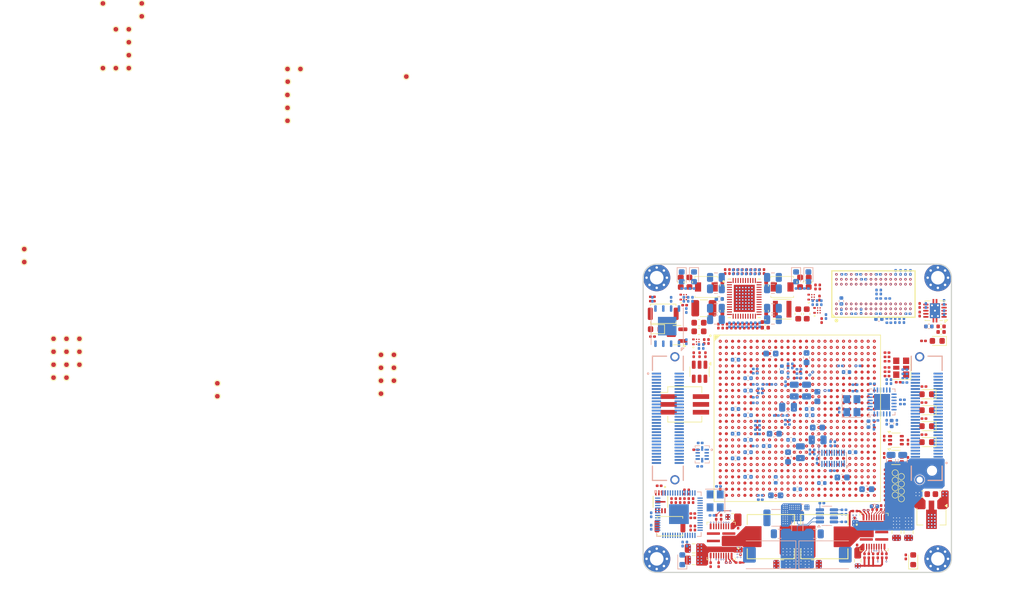
<source format=kicad_pcb>
(kicad_pcb (version 20240108) (generator "pcbnew") (generator_version "8.0")
  (layers (0 "F.Cu" signal) (1 "In1.Cu" signal) (2 "In2.Cu" signal) (3 "In3.Cu" signal) (4 "In4.Cu" signal) (5 "In5.Cu" signal) (6 "In6.Cu" signal) (31 "B.Cu" signal) (34 "B.Paste" user) (35 "F.Paste" user) (36 "B.SilkS" user "B.Silkscreen") (37 "F.SilkS" user "F.Silkscreen") (38 "B.Mask" user) (39 "F.Mask" user) (44 "Edge.Cuts" user))
  (net 0 "")
  (net 1 "GND")
  (net 2 "/Top/System Controller/MCU_XI")
  (net 3 "/Top/System Controller/MCU_XO")
  (net 4 "/Top/System Controller/VMCU_1V1")
  (net 5 "/Top/Power/0V85_SNS")
  (net 6 "/Top/Board to Boards/PP_VUSB")
  (net 7 "+3V3")
  (net 8 "+1V2")
  (net 9 "+2V5")
  (net 10 "/Top/DDR4/DDR_VREFCA")
  (net 11 "Net-(U1L-VCCADC)")
  (net 12 "/Top/FPGA Config/FPGA_VREF_P")
  (net 13 "/Top/Power/+0V9_SNS")
  (net 14 "+0V85")
  (net 15 "+1V8")
  (net 16 "/Top/FPGA Config/PROGRAM_B_0")
  (net 17 "+0V9")
  (net 18 "/Top/FPGA IO/SYSCLK0_C_N")
  (net 19 "/Top/FPGA IO/SYSCLK0_N")
  (net 20 "/Top/FPGA IO/SYSCLK0_P")
  (net 21 "/Top/FPGA IO/SYSCLK0_C_P")
  (net 22 "/Top/Clock Generator/PLL_VDD")
  (net 23 "/Top/Clock Generator/PLL_XI")
  (net 24 "/Top/Clock Generator/PLL_XO")
  (net 25 "/Top/Clock Generator/GTCLK0_C_P")
  (net 26 "/Top/Clock Generator/GTCLK0_P")
  (net 27 "/Top/Clock Generator/GTCLK0_C_N")
  (net 28 "/Top/Clock Generator/GTCLK0_N")
  (net 29 "/Top/Clock Generator/GTCLK1_P")
  (net 30 "/Top/Clock Generator/GTCLK1_C_P")
  (net 31 "/Top/Clock Generator/GTCLK1_N")
  (net 32 "/Top/Clock Generator/GTCLK1_C_N")
  (net 33 "/Top/FPGA IO/MEMCLK_P")
  (net 34 "/Top/Clock Generator/SYSCLK2_P")
  (net 35 "/Top/Clock Generator/SYSCLK2_N")
  (net 36 "/Top/FPGA IO/MEMCLK_N")
  (net 37 "/Top/Power/+3V3_SNS")
  (net 38 "/Top/Power/+1V8_SNS")
  (net 39 "/Top/Power/+1V2_SNS")
  (net 40 "Net-(D1-A)")
  (net 41 "Net-(D2-A)")
  (net 42 "Net-(D2-K)")
  (net 43 "Net-(D3-K)")
  (net 44 "Net-(D3-A)")
  (net 45 "Net-(D4-A)")
  (net 46 "Net-(D4-K)")
  (net 47 "Net-(D5-A)")
  (net 48 "Net-(D6-A)")
  (net 49 "Net-(D12-K)")
  (net 50 "Net-(D12-A)")
  (net 51 "/Top/FPGA Config/FPGA_VREF_N")
  (net 52 "/Top/Board to Boards/FIFO_D2")
  (net 53 "/Top/Board to Boards/FIFO_D10")
  (net 54 "/Top/Board to Boards/FPGA_I2C_SCL")
  (net 55 "/Top/Board to Boards/FIFO_D8")
  (net 56 "/Top/Board to Boards/JTAG_TCK")
  (net 57 "/Top/Board to Boards/USB_SYSMON_D_N")
  (net 58 "/Top/Board to Boards/FPGA_I2C_SDA")
  (net 59 "/Top/Board to Boards/MBUS_D3")
  (net 60 "/Top/Board to Boards/FIFO_D11")
  (net 61 "/Top/Board to Boards/FIFO_D13")
  (net 62 "/Top/Board to Boards/UART_RX")
  (net 63 "/Top/Board to Boards/JTAG_TDI")
  (net 64 "/Top/Board to Boards/FIFO_D12")
  (net 65 "/Top/Board to Boards/MBUS_D14")
  (net 66 "/Top/Board to Boards/MBUS_D13")
  (net 67 "/Top/Board to Boards/MBUS_D10")
  (net 68 "/Top/Board to Boards/FT600_RD")
  (net 69 "/Top/Board to Boards/MBUS_D1")
  (net 70 "/Top/Board to Boards/FIFO_D5")
  (net 71 "/Top/Board to Boards/FIFO_D15")
  (net 72 "/Top/Board to Boards/MBUS_D11")
  (net 73 "/Top/Board to Boards/FIFO_CLK")
  (net 74 "/Top/Board to Boards/MBUS_D2")
  (net 75 "/Top/Board to Boards/FIFO_D9")
  (net 76 "/Top/Board to Boards/FIFO_D6")
  (net 77 "/Top/Board to Boards/USB_SYSMON_D_P")
  (net 78 "/Top/Board to Boards/JTAG_TMS")
  (net 79 "/Top/Board to Boards/MBUS_D0")
  (net 80 "/Top/Board to Boards/MBUS_D5")
  (net 81 "/Top/Board to Boards/FIFO_BE0")
  (net 82 "/Top/Board to Boards/MBUS_D4")
  (net 83 "/Top/Board to Boards/FIFO_BE1")
  (net 84 "/Top/Board to Boards/UART_TX")
  (net 85 "/Top/Board to Boards/FIFO_D3")
  (net 86 "/Top/Board to Boards/MBUS_D7")
  (net 87 "/Top/Board to Boards/MBUS_D9")
  (net 88 "/Top/Board to Boards/FIFO_D7")
  (net 89 "/Top/Board to Boards/MBUS_D6")
  (net 90 "/Top/Board to Boards/FT600_WR")
  (net 91 "/Top/Board to Boards/JTAG_TDO")
  (net 92 "/Top/Board to Boards/FIFO_D4")
  (net 93 "/Top/Board to Boards/FIFO_D0")
  (net 94 "/Top/Board to Boards/MBUS_D8")
  (net 95 "/Top/Board to Boards/MBUS_D12")
  (net 96 "/Top/Board to Boards/FIFO_D1")
  (net 97 "/Top/Board to Boards/FIFO_D14")
  (net 98 "/Top/Board to Boards/MIPI_D2_N")
  (net 99 "/Top/Board to Boards/FT600_RST")
  (net 100 "/Top/Board to Boards/HDMI_D1_P")
  (net 101 "/Top/Board to Boards/MIPI_D3_N")
  (net 102 "/Top/Board to Boards/MIPI_CLK_N")
  (net 103 "/Top/Board to Boards/MIPI_D1_N")
  (net 104 "/Top/Board to Boards/MIPI_D0_P")
  (net 105 "/Top/Board to Boards/HDMI_D0_N")
  (net 106 "/Top/Board to Boards/FT600_TXE")
  (net 107 "/Top/Board to Boards/HDMI_CLK_P")
  (net 108 "/Top/Board to Boards/HDMI_I2C_EN")
  (net 109 "/Top/Board to Boards/MIPI_D0_N")
  (net 110 "/Top/Board to Boards/HDMI_OE")
  (net 111 "/Top/Board to Boards/MIPI_D3_P")
  (net 112 "/Top/Board to Boards/HDMI_D2_N")
  (net 113 "/Top/Board to Boards/HDMI_SDA_SRC_EN")
  (net 114 "/Top/Board to Boards/FT600_OE")
  (net 115 "/Top/Board to Boards/HDMI_CEC")
  (net 116 "/Top/Board to Boards/HDMI_D0_P")
  (net 117 "/Top/Board to Boards/CAM_LED_EN")
  (net 118 "/Top/Board to Boards/HDMI_SEL")
  (net 119 "/Top/Board to Boards/HDMI_SDA_SRC")
  (net 120 "/Top/Board to Boards/HDMI_EQ_SEL")
  (net 121 "/Top/Board to Boards/MIPI_D1_P")
  (net 122 "/Top/Board to Boards/HDMI_SLEW_CTL")
  (net 123 "/Top/Board to Boards/MIPI_D2_P")
  (net 124 "/Top/Board to Boards/HDMI_HPD_SRC")
  (net 125 "/Top/Board to Boards/MIPI_CLK_P")
  (net 126 "/Top/Board to Boards/TPD5_EN")
  (net 127 "/Top/Board to Boards/HDMI_D1_N")
  (net 128 "/Top/Board to Boards/HDMI_CLK_N")
  (net 129 "/Top/Board to Boards/FT600_WAKEUP")
  (net 130 "/Top/Board to Boards/FT600_RXE")
  (net 131 "/Top/Board to Boards/CAM_PWR_EN")
  (net 132 "/Top/Board to Boards/HDMI_SCL_SRC")
  (net 133 "/Top/Board to Boards/HDMI_PRE_SEL")
  (net 134 "/Top/Board to Boards/HDMI_D2_P")
  (net 135 "/Top/FPGA Config/DONE")
  (net 136 "/Top/Power/3V3_PG")
  (net 137 "/Top/Power/1V8_PG")
  (net 138 "/Top/Power/1V2_PG")
  (net 139 "/Top/Power/0V9_PG")
  (net 140 "/Top/FPGA IO/LED0")
  (net 141 "/Top/FPGA IO/LED1")
  (net 142 "/Top/FPGA IO/LED2")
  (net 143 "/Top/FPGA IO/LED3")
  (net 144 "Net-(SW1-B)")
  (net 145 "/Top/System Controller/QSPI_CS")
  (net 146 "/Top/System Controller/MCU_HB_LED")
  (net 147 "/Top/Power/0V85_ISNS_I2C0_SCL")
  (net 148 "/Top/Power/I2C0_SCL")
  (net 149 "/Top/Power/3V3_ISNS_ALERT")
  (net 150 "/Top/Power/I2C0_SDA")
  (net 151 "/Top/Power/0V85_ISNS_I2C0_SDA")
  (net 152 "/Top/Power/0V9_ISNS_I2C0_SCL")
  (net 153 "/Top/Power/0V9_FB")
  (net 154 "/Top/Power/1V2_ISNS_I2C0_SCL")
  (net 155 "/Top/Power/1V8_ISNS_ALERT")
  (net 156 "/Top/Power/1V2_ISNS_I2C0_SDA")
  (net 157 "/Top/DDR4/DDR_CTRL_TEN")
  (net 158 "/Top/DDR4/DDR_CTRL_RST")
  (net 159 "/Top/DDR4/DDR_CTRL_ALRT")
  (net 160 "/Top/DDR4/DDR_CTRL_CKE")
  (net 161 "/Top/DDR4/DDR_CLK_P")
  (net 162 "/Top/DDR4/DDR_CLK_N")
  (net 163 "/Top/FPGA Config/JTAG_R_TMS")
  (net 164 "/Top/FPGA Config/JTAG_R_TDI")
  (net 165 "/Top/FPGA Config/JTAG_R_TCK")
  (net 166 "/Top/FPGA Config/JTAG_R_TD0")
  (net 167 "/Top/Power/1V2_ISNS_ALERT")
  (net 168 "/Top/Power/0V9_ISNS_I2C0_SDA")
  (net 169 "/Top/DDR4/+2V5_FB")
  (net 170 "/Top/Power/1V8_ISNS_I2C0_SCL")
  (net 171 "/Top/Power/0V9_ISNS_ALERT")
  (net 172 "/Top/Power/1V8_ISNS_I2C0_SDA")
  (net 173 "/Top/Power/3V3_ISNS_I2C0_SCL")
  (net 174 "Net-(U1I-VREF_67)")
  (net 175 "Net-(U1I-VREF_66)")
  (net 176 "Net-(U1I-VREF_65)")
  (net 177 "Net-(U1I-VREF_64)")
  (net 178 "Net-(U1G-MGTAVTTRCAL_R)")
  (net 179 "Net-(U1G-MGTRREF_R)")
  (net 180 "/Top/FPGA Config/CFG_MEM_CS")
  (net 181 "/Top/FPGA Config/CFG_MEM_D2")
  (net 182 "/Top/FPGA Config/CFG_MEM_D3")
  (net 183 "/Top/FPGA Config/PUDC_B_0")
  (net 184 "/Top/FPGA Config/INIT_B_0")
  (net 185 "/Top/FPGA Config/MODE_0")
  (net 186 "/Top/FPGA Config/MODE_1")
  (net 187 "/Top/FPGA Config/MODE_2")
  (net 188 "/Top/FPGA Config/POR_OVERRIDE")
  (net 189 "/Top/Clock Generator/MCU_CLK")
  (net 190 "/Top/Clock Generator/MCU_CLK_R")
  (net 191 "/Top/Clock Generator/PLL_SCL")
  (net 192 "/Top/Clock Generator/I2C1_SCL")
  (net 193 "/Top/Clock Generator/PLL_SDA")
  (net 194 "/Top/Clock Generator/I2C1_SDA")
  (net 195 "/Top/Power/3V3_FB")
  (net 196 "/Top/Power/1V8_FB")
  (net 197 "/Top/Power/1V2_FB")
  (net 198 "/Top/Power/0V85_ISNS_ALERT")
  (net 199 "/Top/Power/3V3_ISNS_I2C0_SDA")
  (net 200 "/Top/Power/1V8_EN")
  (net 201 "/Top/Power/1V2_EN")
  (net 202 "/Top/Power/0V9_EN")
  (net 203 "/Top/Power/0V85_EN")
  (net 204 "/Top/FPGA IO/HDMI_CLK_SEL")
  (net 205 "/Top/DDR4/2V5_EN")
  (net 206 "/Top/FPGA IO/IO0")
  (net 207 "/Top/FPGA IO/IO0_R")
  (net 208 "/Top/FPGA IO/IO1_R")
  (net 209 "/Top/FPGA IO/IO1")
  (net 210 "/Top/FPGA IO/IO2_R")
  (net 211 "/Top/FPGA IO/IO2")
  (net 212 "/Top/FPGA IO/IO3")
  (net 213 "/Top/FPGA IO/IO3_R")
  (net 214 "/Top/FPGA IO/IO4_R")
  (net 215 "/Top/FPGA IO/IO4")
  (net 216 "/Top/FPGA IO/IO5")
  (net 217 "/Top/FPGA IO/IO5_R")
  (net 218 "/Top/FPGA IO/IO6_R")
  (net 219 "/Top/FPGA IO/IO6")
  (net 220 "/Top/FPGA IO/IO7_R")
  (net 221 "/Top/FPGA IO/IO7")
  (net 222 "/Top/Power/3V3_EN")
  (net 223 "/Top/Clock Generator/SYSCLK1_P")
  (net 224 "/Top/Clock Generator/SYSCLK1_N")
  (net 233 "/Top/DDR4/DDR_A1")
  (net 236 "/Top/FPGA Config/CFG_MEM_CLK")
  (net 241 "/Top/FPGA IO/FPGA_SPI_MOSI")
  (net 245 "/Top/DDR4/DDR_A8")
  (net 249 "/Top/DDR4/DDR_CTRL_DQSL_N")
  (net 256 "/Top/DDR4/DDR_CTRL_ODT")
  (net 257 "/Top/DDR4/DDR_D14")
  (net 263 "/Top/FPGA IO/FPGA_SPI_MISO")
  (net 268 "/Top/DDR4/DDR_ADDR_CAS{slash}A15")
  (net 276 "/Top/DDR4/DDR_CTRL_DQSU_N")
  (net 278 "/Top/DDR4/DDR_A4")
  (net 279 "/Top/DDR4/DDR_A11")
  (net 283 "/Top/DDR4/DDR_BG0")
  (net 284 "/Top/DDR4/DDR_D11")
  (net 294 "/Top/DDR4/DDR_A12")
  (net 302 "/Top/FPGA Config/CFG_MEM_D1")
  (net 305 "/Top/DDR4/DDR_D9")
  (net 309 "/Top/DDR4/DDR_CTRL_UDM_N")
  (net 316 "/Top/DDR4/DDR_D4")
  (net 318 "/Top/DDR4/DDR_CTRL_DQSL_P")
  (net 322 "/Top/FPGA IO/FPGA_SPI_CS")
  (net 328 "/Top/DDR4/DDR_D13")
  (net 333 "/Top/DDR4/DDR_A9")
  (net 338 "/Top/DDR4/DDR_ADDR_WE{slash}A14")
  (net 339 "/Top/DDR4/DDR_CTRL_PAR")
  (net 343 "/Top/DDR4/DDR_D1")
  (net 344 "/Top/DDR4/DDR_CTRL_DQSU_P")
  (net 345 "/Top/DDR4/DDR_D10")
  (net 348 "/Top/FPGA IO/FPGA_SPI_SCK")
  (net 353 "/Top/FPGA IO/HDMI_GTCLK_N")
  (net 357 "/Top/DDR4/DDR_A13")
  (net 364 "/Top/DDR4/DDR_A0")
  (net 374 "/Top/DDR4/DDR_CTRL_ACT")
  (net 379 "/Top/DDR4/DDR_A10")
  (net 383 "/Top/DDR4/DDR_D7")
  (net 388 "/Top/DDR4/DDR_D0")
  (net 391 "/Top/DDR4/DDR_CTRL_CS")
  (net 394 "/Top/DDR4/DDR_A7")
  (net 400 "/Top/DDR4/DDR_D8")
  (net 404 "/Top/DDR4/DDR_D6")
  (net 405 "/Top/DDR4/DDR_D3")
  (net 408 "/Top/FPGA IO/HDMI_LVCLK_P")
  (net 410 "/Top/DDR4/DDR_D12")
  (net 413 "/Top/FPGA IO/HDMI_LVCLK_N")
  (net 414 "/Top/DDR4/DDR_ADDR_RAS{slash}A16")
  (net 417 "/Top/DDR4/DDR_CTRL_LDM_N")
  (net 420 "/Top/DDR4/DDR_BA0")
  (net 423 "/Top/DDR4/DDR_BA1")
  (net 424 "/Top/FPGA IO/HDMI_GTCLK_P")
  (net 427 "/Top/DDR4/DDR_D2")
  (net 439 "/Top/DDR4/DDR_D5")
  (net 440 "/Top/DDR4/DDR_D15")
  (net 446 "/Top/DDR4/DDR_A5")
  (net 451 "/Top/DDR4/DDR_A2")
  (net 454 "/Top/FPGA Config/CFG_MEM_D0")
  (net 455 "/Top/DDR4/DDR_A6")
  (net 464 "/Top/DDR4/DDR_A3")
  (net 467 "/Top/System Controller/QSPI_D2")
  (net 468 "/Top/System Controller/QSPI_CLK")
  (net 469 "/Top/System Controller/QSPI_D0")
  (net 470 "/Top/System Controller/QSPI_D3")
  (net 471 "/Top/System Controller/QSPI_D1")
  (net 472 "/Top/SYS_SPI_SCK")
  (net 473 "/Top/SYS_SPI_MOSI")
  (net 474 "/Top/SYS_SPI_CS")
  (net 475 "/Top/LVL_SHIFT_EN")
  (net 476 "/Top/SYS_SPI_MISO")
  (net 477 "Net-(U4-SS)")
  (net 478 "Net-(C56-Pad1)")
  (net 479 "Net-(U21-FILTER)")
  (net 480 "Net-(D1-K)")
  (net 481 "Net-(U4-PG)")
  (net 482 "Net-(U5A-ZQ)")
  (net 483 "Net-(U22-~{EN})")
  (net 484 "Net-(U8-SWCLK)")
  (net 485 "Net-(U8-SWD)")
  (net 495 "unconnected-(U5A-NC-PadT7)")
  (net 542 "/Top/Power/VCORE_LX1")
  (net 543 "/Top/Power/VCORE_VFB")
  (net 544 "/Top/Power/0V85_SNS_P")
  (net 545 "/Top/Power/VCORE_VCC")
  (net 546 "/Top/Power/VCORE_VRDV1")
  (net 547 "/Top/Power/0V85_PG")
  (net 548 "Net-(U24-SS)")
  (net 549 "/Top/Power/VCORE_LX2")
  (net 550 "/Top/Power/VCORE_VRDV2")
  (net 551 "Net-(U24-BST)")
  (net 552 "/Top/Power/0V85_SNS_N")
  (net 553 "/Top/Power/VTAKE")
  (net 554 "/Top/Power/VRAMP")
  (net 555 "/Top/Power/VPMODE")
  (net 556 "/Top/Power/VMODE")
  (net 557 "Net-(U24-FREQ)")
  (net 558 "Net-(U24-ILIM)")
  (net 559 "Net-(U24-PASS)")
  (net 560 "/Top/Power/PASS_1")
  (net 561 "Net-(U24-SET)")
  (net 562 "/Top/Power/SET")
  (net 563 "Net-(U24-ISUM)")
  (net 564 "/Top/Power/ISUM")
  (net 565 "Net-(U25-BST)")
  (net 566 "Net-(U25-PASS)")
  (net 567 "Net-(U25-FREQ)")
  (net 568 "Net-(U25-ILIM)")
  (net 570 "Net-(U1A-IO_T0U_N12_VRP_67)")
  (net 588 "/Top/Power/3V3_AON")
  (net 589 "/Top/Power/INTVCC")
  (net 590 "Net-(U9-TRACK1)")
  (net 591 "Net-(U9-TRACK2)")
  (net 592 "Net-(U9-TRACK3)")
  (net 593 "Net-(U9-TRACK4)")
  (net 594 "Net-(U9-ITH1)")
  (net 595 "Net-(C179-Pad1)")
  (net 596 "Net-(U9-ITH2)")
  (net 597 "Net-(C181-Pad1)")
  (net 598 "Net-(U9-ITH3)")
  (net 599 "Net-(C183-Pad1)")
  (net 600 "Net-(U9-ITH4)")
  (net 601 "Net-(C185-Pad1)")
  (net 602 "/Top/Power/3V3_LX")
  (net 603 "/Top/Power/1V8_LX")
  (net 604 "/Top/Power/1V2_LX")
  (net 605 "/Top/Power/0V9_LX")
  (net 606 "Net-(U9-RT)")
  (net 607 "Net-(U9-MODE{slash}SYNC)")
  (net 615 "/Top/FPGA Config/GNDADC")
  (footprint "Capacitor_SMD:C_0805_2012Metric" (layer "F.Cu") (at 164.543499 125.7)
    (property "Reference" "C154" (hide yes))
    (property "Value" "100uF")
  )
  (footprint "FPGA Module:Test Point 0.75mm" (layer "F.Cu") (at 51.475 45.205)
    (property "Reference" "TP39" (hide yes))
    (property "Value" "Test Point")
  )
  (footprint "FPGA Module:Test Point 0.75mm" (layer "F.Cu") (at 45.565 93.305)
    (property "Reference" "TP63" (hide yes))
    (property "Value" "Test Point")
  )
  (footprint "FPGA Module:Test Point 0.75mm" (layer "F.Cu") (at 79.3 49.55)
    (property "Reference" "TP7" (hide yes))
    (property "Value" "Test Point")
  )
  (footprint "Capacitor_SMD:C_0805_2012Metric" (layer "F.Cu") (at 159.550001 125.7 180)
    (property "Reference" "C157" (hide yes))
    (property "Value" "100uF")
  )
  (footprint "Capacitor_SMD:C_0201_0603Metric" (layer "F.Cu") (at 151.3 87.05 90)
    (property "Reference" "C179" (hide yes))
    (property "Value" "220pF")
  )
  (footprint "Button_Switch_SMD:SW_DIP_SPSTx03_Slide_KingTek_DSHP03TJ_W5.25mm_P1.27mm_JPin" (layer "F.Cu") (at 143.75 99.75)
    (property "Reference" "SW3" (hide yes))
    (property "Value" "SW_DIP_x03")
  )
  (footprint "FPGA Module:Test Point 0.75mm" (layer "F.Cu") (at 67.935 96.325)
    (property "Reference" "TP50" (hide yes))
    (property "Value" "Test Point")
  )
  (footprint "Capacitor_SMD:C_0201_0603Metric" (layer "F.Cu") (at 154.799999 87.05 90)
    (property "Reference" "C185" (hide yes))
    (property "Value" "220pF")
  )
  (footprint "Resistor_SMD:R_0201_0603Metric" (layer "F.Cu") (at 182.544998 102.05)
    (property "Reference" "R17" (hide yes))
    (property "Value" "10K")
  )
  (footprint "Capacitor_SMD:C_0201_0603Metric" (layer "F.Cu") (at 145.1 115.35 -90)
    (property "Reference" "C72" (hide yes))
    (property "Value" "1uF")
  )
  (footprint "FPGA Module:Test Point 0.75mm" (layer "F.Cu") (at 177.88 114.45)
    (property "Reference" "TP17" (hide yes))
    (property "Value" "IO3")
  )
  (footprint "Capacitor_SMD:C_0201_0603Metric" (layer "F.Cu") (at 171.35 117.05)
    (property "Reference" "C150" (hide yes))
    (property "Value" "220nF")
  )
  (footprint "Resistor_SMD:R_0201_0603Metric" (layer "F.Cu") (at 176.456501 124.3 90)
    (property "Reference" "R152" (hide yes))
    (property "Value" "0R")
  )
  (footprint "Capacitor_SMD:C_0201_0603Metric" (layer "F.Cu") (at 149.2 87.05 -90)
    (property "Reference" "C174" (hide yes))
    (property "Value" "100nF")
  )
  (footprint "FPGA Module:Test Point 0.75mm" (layer "F.Cu") (at 41.365 91.205)
    (property "Reference" "TP54" (hide yes))
    (property "Value" "Test Point")
  )
  (footprint "FPGA Module:Test Point 0.75mm" (layer "F.Cu") (at 94.475 95.905)
    (property "Reference" "TP23" (hide yes))
    (property "Value" "TestPoint")
  )
  (footprint "Resistor_SMD:R_0201_0603Metric" (layer "F.Cu") (at 176.58 114.55)
    (property "Reference" "R30" (hide yes))
    (property "Value" "100R")
  )
  (footprint "FPGA Module:BGA676" (layer "F.Cu") (at 162 102)
    (property "Reference" "U1" (hide yes))
    (property "Value" "XCKU3P-FFVA676")
  )
  (footprint "Capacitor_SMD:C_0201_0603Metric" (layer "F.Cu") (at 171.2875 118.5 90)
    (property "Reference" "C149" (hide yes))
    (property "Value" "100nF")
  )
  (footprint "MountingHole:MountingHole_2.2mm_M2_Pad_Via" (layer "F.Cu") (at 184.8 79.2)
    (property "Reference" "TP2" (hide yes))
    (property "Value" "Mounting Hole")
  )
  (footprint "Capacitor_SMD:C_0201_0603Metric" (layer "F.Cu") (at 141.6 115.35 -90)
    (property "Reference" "C67" (hide yes))
    (property "Value" "100nF")
  )
  (footprint "FPGA Module:INA700_AYWFR" (layer "F.Cu") (at 145.549999 89.599999 90)
    (property "Reference" "U19" (hide yes))
    (property "Value" "INA700AYWFR")
  )
  (footprint "FPGA Module:IND_SRP6530A_BRN" (layer "F.Cu") (at 166.3875 121.2 180)
    (property "Reference" "L1" (hide yes))
    (property "Value" "220nH")
  )
  (footprint "FPGA Module:Test Point 0.75mm" (layer "F.Cu") (at 79.315 51.645)
    (property "Reference" "TP8" (hide yes))
    (property "Value" "Test Point")
  )
  (footprint "Resistor_SMD:R_0201_0603Metric" (layer "F.Cu") (at 153.8 78.2 -90)
    (property "Reference" "R100" (hide yes))
    (property "Value" "4.7K")
  )
  (footprint "FPGA Module:Test Point 0.75mm" (layer "F.Cu") (at 53.575 43.105)
    (property "Reference" "TP44" (hide yes))
    (property "Value" "Test Point")
  )
  (footprint "Resistor_SMD:R_0201_0603Metric" (layer "F.Cu") (at 151.7 78.2 90)
    (property "Reference" "R154" (hide yes))
    (property "Value" "10K")
  )
  (footprint "Capacitor_SMD:C_0201_0603Metric" (layer "F.Cu") (at 156.6 78.2 90)
    (property "Reference" "C176" (hide yes))
    (property "Value" "100nF")
  )
  (footprint "FPGA Module:Test Point 0.75mm" (layer "F.Cu") (at 177.88 112.05)
    (property "Reference" "TP13" (hide yes))
    (property "Value" "IO1")
  )
  (footprint "Capacitor_SMD:C_0603_1608Metric" (layer "F.Cu") (at 163.849999 79.925 90)
    (property "Reference" "C171" (hide yes))
    (property "Value" "47uF")
  )
  (footprint "Resistor_SMD:R_0201_0603Metric" (layer "F.Cu") (at 182.544998 96.85)
    (property "Reference" "R19" (hide yes))
    (property "Value" "10K")
  )
  (footprint "Capacitor_SMD:C_0201_0603Metric" (layer "F.Cu") (at 171.7 122.88 90)
    (property "Reference" "C159" (hide yes))
    (property "Value" "4.7uF")
  )
  (footprint "FPGA Module:Test Point 0.75mm" (layer "F.Cu") (at 177.88 113.25)
    (property "Reference" "TP15" (hide yes))
    (property "Value" "IO2")
  )
  (footprint "LED_SMD:LED_0603_1608Metric" (layer "F.Cu") (at 183.012499 105.87 180)
    (property "Reference" "D1" (hide yes))
    (property "Value" "LED0")
  )
  (footprint "MountingHole:MountingHole_2.2mm_M2_Pad_Via" (layer "F.Cu") (at 139.2 124.8)
    (property "Reference" "TP4" (hide yes))
    (property "Value" "Mounting Hole")
  )
  (footprint "Resistor_SMD:R_0201_0603Metric" (layer "F.Cu") (at 143.7 113.95 90)
    (property "Reference" "R2" (hide yes))
    (property "Value" "33R")
  )
  (footprint "Resistor_SMD:R_0201_0603Metric" (layer "F.Cu") (at 152 87.05 90)
    (property "Reference" "R98" (hide yes))
    (property "Value" "4.7K")
  )
  (footprint "Capacitor_SMD:C_0201_0603Metric" (layer "F.Cu") (at 141.6 116.75 90)
    (property "Reference" "C74" (hide yes))
    (property "Value" "100nF")
  )
  (footprint "FPGA Module:Test Point 0.75mm" (layer "F.Cu") (at 36.615 74.555)
    (property "Reference" "TP19" (hide yes))
    (property "Value" "Test Point")
  )
  (footprint "FPGA Module:Test Point 0.75mm" (layer "F.Cu") (at 79.315 45.345)
    (property "Reference" "TP5" (hide yes))
    (property "Value" "Test Point")
  )
  (footprint "Capacitor_SMD:C_0805_2012Metric" (layer "F.Cu") (at 145.2 123.1 180)
    (property "Reference" "C163" (hide yes))
    (property "Value" "22uF")
  )
  (footprint "Capacitor_SMD:C_0603_1608Metric" (layer "F.Cu") (at 182.3 114.299999)
    (property "Reference" "C186" (hide yes))
    (property "Value" "10uF")
  )
  (footprint "Resistor_SMD:R_0201_0603Metric" (layer "F.Cu") (at 176.3 116.48 -90)
    (property "Reference" "R153" (hide yes))
    (property "Value" "0R")
  )
  (footprint "LED_SMD:LED_0603_1608Metric" (layer "F.Cu") (at 138.987501 87.55 180)
    (property "Reference" "D12" (hide yes))
    (property "Value" "DONE")
  )
  (footprint "Resistor_SMD:R_0201_0603Metric" (layer "F.Cu") (at 174.9 116.48 90)
    (property "Reference" "R134" (hide yes))
    (property "Value" "47K")
  )
  (footprint "FPGA Module:Test Point 0.75mm" (layer "F.Cu") (at 41.365 95.405)
    (property "Reference" "TP56" (hide yes))
    (property "Value" "Test Point")
  )
  (footprint "FPGA Module:Test Point 0.75mm" (layer "F.Cu") (at 45.565 91.205)
    (property "Reference" "TP62" (hide yes))
    (property "Value" "Test Point")
  )
  (footprint "Capacitor_SMD:C_0201_0603Metric" (layer "F.Cu") (at 151 78.2 -90)
    (property "Reference" "C180" (hide yes))
    (property "Value" "4.7pF")
  )
  (footprint "Package_TO_SOT_SMD:SOT-23" (layer "F.Cu") (at 142.5 88.5125 180)
    (property "Reference" "Q10" (hide yes))
    (property "Value" "IRLML6244")
  )
  (footprint "Capacitor_SMD:C_0402_1005Metric" (layer "F.Cu") (at 156.8 86.4)
    (property "Reference" "C87" (hide yes))
    (property "Value" "4.7uF")
  )
  (footprint "FPGA Module:LT7200S" (layer "F.Cu") (at 153.4 82.55)
    (property "Reference" "U9" (hide yes))
    (property "Value" "LT7200S")
  )
  (footprint "Resistor_SMD:R_0201_0603Metric" (layer "F.Cu") (at 176.58 111.05)
    (property "Reference" "R25" (hide yes))
    (property "Value" "100R")
  )
  (footprint "Package_SON:VSON-10-1EP_3x3mm_P0.5mm_EP1.65x2.4mm_ThermalVias" (layer "F.Cu") (at 184.33 84.55 180)
    (property "Reference" "U4" (hide yes))
    (property "Value" "TPS74801AWDRC")
  )
  (footprint "FPGA Module:Test Point 0.75mm" (layer "F.Cu") (at 55.675 36.805)
    (property "Reference" "TP47" (hide yes))
    (property "Value" "Test Point")
  )
  (footprint "Capacitor_SMD:C_0201_0603Metric" (layer "F.Cu") (at 177 116.48 90)
    (property "Reference" "C160" (hide yes))
    (property "Value" "220nF")
  )
  (footprint "FPGA Module:Test Point 0.75mm" (layer "F.Cu") (at 49.375 34.705)
    (property "Reference" "TP28" (hide yes))
    (property "Value" "Test Point")
  )
  (footprint "Resistor_SMD:R_0201_0603Metric" (layer "F.Cu") (at 154.1 87.05 90)
    (property "Reference" "R157" (hide yes))
    (property "Value" "10K")
  )
  (footprint "Capacitor_SMD:C_0201_0603Metric" (layer "F.Cu") (at 149.9 87.05 -90)
    (property "Reference" "C178" (hide yes))
    (property "Value" "4.7pF")
  )
  (footprint "Resistor_SMD:R_0201_0603Metric" (layer "F.Cu") (at 175.6 116.48 -90)
    (property "Reference" "R148" (hide yes))
    (property "Value" "81K")
  )
  (footprint "Resistor_SMD:R_0201_0603Metric" (layer "F.Cu") (at 176.58 110.35)
    (property "Reference" "R24" (hide yes))
    (property "Value" "100R")
  )
  (footprint "Inductor_SMD:L_0201_0603Metric" (layer "F.Cu") (at 146.15 91.687501 90)
    (property "Reference" "FB3" (hide yes))
    (property "Value" "BKP0603HS121")
  )
  (footprint "FPGA Module:Test Point 0.75mm" (layer "F.Cu") (at 94.475 93.805)
    (property "Reference" "TP22" (hide yes))
    (property "Value" "TestPoint")
  )
  (footprint "Resistor_SMD:R_0201_0603Metric" (layer "F.Cu") (at 182.47 89.45)
    (property "Reference" "R38" (hide yes))
    (property "Value" "3.3k")
  )
  (footprint "Capacitor_SMD:C_0402_1005Metric" (layer "F.Cu") (at 156.95 80.47 90)
    (property "Reference" "C90" (hide yes))
    (property "Value" "1uF")
  )
  (footprint "Capacitor_SMD:C_0603_1608Metric" (layer "F.Cu") (at 146.05 87.899999)
    (property "Reference" "C145" (hide yes))
    (property "Value" "47uF")
  )
  (footprint "FPGA Module:INA700_AYWFR" (layer "F.Cu") (at 143.499999 82.349999 90)
    (property "Reference" "U17" (hide yes))
    (property "Value" "INA700AYWFR")
  )
  (footprint "Capacitor_SMD:C_0402_1005Metric" (layer "F.Cu") (at 156.8 87.3)
    (property "Reference" "C92" (hide yes))
    (property "Value" "4.7uF")
  )
  (footprint "FPGA Module:INA700_AYWFR" (layer "F.Cu") (at 164.2484 82.349999 90)
    (property "Reference" "U15" (hide yes))
    (property "Value" "INA700AYWFR")
  )
  (footprint "Capacitor_SMD:C_0201_0603Metric" (layer "F.Cu") (at 165.95 86.15 -90)
    (property "Reference" "C94" (hide yes))
    (property "Value" "100nF")
  )
  (footprint "Capacitor_SMD:C_0201_0603Metric" (layer "F.Cu") (at 152.4 125.4 180)
    (property "Reference" "C165" (hide yes))
    (property "Value" "220nF")
  )
  (footprint "Resistor_SMD:R_0201_0603Metric" (layer "F.Cu") (at 145.5302 107.099999)
    (property "Reference" "R127" (hide yes))
    (property "Value" "4.7K")
  )
  (footprint "FPGA Module:Test Point 0.75mm" (layer "F.Cu") (at 41.365 89.105)
    (property "Reference" "TP53" (hide yes))
    (property "Value" "Test Point")
  )
  (footprint "Inductor_SMD:L_1210_3225Metric" (layer "F.Cu") (at 146.850001 84.15 180)
    (property "Reference" "L3" (hide yes))
    (property "Value" "1uH")
  )
  (footprint "Resistor_SMD:R_0201_0603Metric" (layer "F.Cu") (at 144.4 115.35 -90)
    (property "Reference" "R52" (hide yes))
    (property "Value" "1K")
  )
  (footprint "Capacitor_SMD:C_0201_0603Metric" (layer "F.Cu") (at 155.5 87.05 -90)
    (property "Reference" "C177" (hide yes))
    (property "Value" "100nF")
  )
  (footprint "FPGA Module:IND_SRP6530A_BRN" (layer "F.Cu") (at 157.706 121.2)
    (property "Reference" "L4" (hide yes))
    (property "Value" "220nH")
  )
  (footprint "Capacitor_SMD:C_0201_0603Metric" (layer "F.Cu") (at 178.37 96.15)
    (property "Reference" "C4" (hide yes))
    (property "Value" "100nF")
  )
  (footprint "Capacitor_SMD:C_0201_0603Metric" (layer "F.Cu") (at 144.7 119.8 90)
    (property "Reference" "C69" (hide yes))
    (property "Value" "100nF")
  )
  (footprint "Resistor_SMD:R_0201_0603Metric" (layer "F.Cu") (at 153.1 78.2 -90)
    (property "Reference" "R99" (hide yes))
    (property "Value" "4.7K")
  )
  (footprint "Capacitor_SMD:C_0201_0603Metric" (layer "F.Cu") (at 153.4 87.05 -90)
    (property "Reference" "C184" (hide yes))
    (property "Value" "4.7pF")
  )
  (footprint "Capacitor_SMD:C_0402_1005Metric" (layer "F.Cu") (at 149.85 84.58 -90)
    (property "Reference" "C73" (hide yes))
    (property "Value" "1uF")
  )
  (footprint "Resistor_SMD:R_0201_0603Metric" (layer "F.Cu") (at 182.544998 99.45)
    (property "Reference" "R18" (hide yes))
    (property "Value" "10K")
  )
  (footprint "FPGA Module:BGA96C80P9X16_750X1350X120" (layer "F.Cu") (at 174.35 81.85 90)
    (property "Reference" "U5" (hide yes))
    (property "Value" "MT40A512M16LY-075:E" (hide yes))
  )
  (footprint "Inductor_SMD:L_Taiyo-Yuden_MD-3030" (layer "F.Cu") (at 159.55 84.3)
    (property "Reference" "L7" (hide yes))
    (property "Value" "300nH")
  )
  (footprint "Resistor_SMD:R_0201_0603Metric" (layer "F.Cu") (at 150.6 87.05 90)
    (property "Reference" "R151" (hide yes))
    (property "Value" "10K")
  )
  (footprint "Button_Switch_SMD:SW_Push_SPST_NO_Alps_SKRK" (layer "F.Cu") (at 141.35 119.5 180)
    (property "Reference" "SW1" (hide yes))
    (property "Value" "RST")
  )
  (footprint "Resistor_SMD:R_0201_0603Metric" (layer "F.Cu") (at 176.55 91.35 180)
    (property "Reference" "R9" (hide yes))
    (property "Value" "1K")
  )
  (footprint "Resistor_SMD:R_0201_0603Metric" (layer "F.Cu") (at 164.95 80.7 90)
    (property "Reference" "R83" (hide yes))
    (property "Value" "33R")
  )
  (footprint "Resistor_SMD:R_0201_0603Metric" (layer "F.Cu") (at 139.595 112.95 180)
    (property "Reference" "R50" (hide yes))
    (property "Value" "10K")
  )
  (footprint "Resistor_SMD:R_0201_0603Metric" (layer "F.Cu") (at 148.843498 118.055 -90)
    (property "Reference" "R161" (hide yes))
    (property "Value" "0R")
  )
  (footprint "Capacitor_SMD:C_0603_1608Metric" (layer "F.Cu") (at 163.529999 85.075 -90)
    (property "Reference" "C172" (hide yes))
    (property "Value" "47uF")
  )
  (footprint "Resistor_SMD:R_0201_0603Metric" (layer "F.Cu") (at 149.2435 125.745 90)
    (property "Reference" "R168" (hide yes))
    (property "Value" "81K")
  )
  (footprint "Resistor_SMD:R_0201_0603Metric" (layer "F.Cu") (at 143.7 115.35 -90)
    (property "Reference" "R53" (hide yes))
    (property "Value" "1K")
  )
  (footprint "FPGA Module:Test Point 0.75mm" (layer "F.Cu") (at 51.475 38.905)
    (property "Reference" "TP36" (hide yes))
    (property "Value" "Test Point")
  )
  (footprint "FPGA Module:TQFN-4x5_MP8796B_MNP" (layer "F.Cu") (at 149.643499 121.900001 180)
    (property "Reference" "U25" (hide yes))
    (property "Value" "MP8796")
  )
  (footprint "FPGA Module:Test Point 0.75mm" (layer "F.Cu") (at 178.88 111.45)
    (property "Reference" "TP12" (hide yes))
    (property "Value" "IO4")
  )
  (footprint "Resistor_SMD:R_0201_0603Metric" (layer "F.Cu") (at 181.85 85.1 90)
    (property "Reference" "R37" (hide yes))
    (property "Value" "10K")
  )
  (footprint "FPGA Module:Test Point 0.75mm" (layer "F.Cu") (at 79.35 47.4)
    (property "Reference" "TP6" (hide yes))
    (property "Value" "Test Point")
  )
  (footprint "FPGA Module:Test Point 0.75mm" (layer "F.Cu") (at 53.575 45.205)
    (property "Reference" "TP45" (hide yes))
    (property "Value" "Test Point")
  )
  (footprint "FPGA Module:Test Point 0.75mm" (layer "F.Cu") (at 96.575 93.805)
    (property "Reference" "TP26" (hide yes))
    (property "Value" "Test Point")
  )
  (footprint "Resistor_SMD:R_0201_0603Metric" (layer "F.Cu") (at 182.544998 104.65)
    (property "Reference" "R16" (hide yes))
    (property "Value" "10K")
  )
  (footprint "Capacitor_SMD:C_0201_0603Metric" (layer "F.Cu") (at 143.73 83.65 180)
    (property "Reference" "C110" (hide yes))
    (property "Value" "100nF")
  )
  (footprint "Capacitor_SMD:C_0402_1005Metric" (layer "F.Cu") (at 185.325 87.1 180)
    (property "Reference" "C45" (hide yes))
    (property "Value" "4.7uF")
  )
  (footprint "Capacitor_SMD:C_0201_0603Metric" (layer "F.Cu") (at 147.1 91.6875 90)
    (property "Reference" "C123" (hide yes))
    (property "Value" "100nF")
  )
  (footprint "FPGA Module:Test Point 0.75mm" (layer "F.Cu") (at 178.88 113.85)
    (property "Reference" "TP18" (hide yes))
    (property "Value" "IO7")
  )
  (footprint "Resistor_SMD:R_0201_0603Metric" (layer "F.Cu") (at 173.6 124.3 -90)
    (property "Reference" "R143" (hide yes))
    (property "Value" "10K")
  )
  (footprint "Capacitor_SMD:C_0603_1608Metric" (layer "F.Cu") (at 144.5 79.925 90)
    (property "Reference" "C169" (hide yes))
    (property "Value" "47uF")
  )
  (footprint "Resistor_SMD:R_0201_0603Metric" (layer "F.Cu") (at 176.58 112.45)
    (property "Reference" "R27" (hide yes))
    (property "Value" "100R")
  )
  (footprint "Resistor_SMD:R_0201_0603Metric" (layer "F.Cu") (at 143 115.35 -90)
    (property "Reference" "R54" (hide yes))
    (property "Value" "1K")
  )
  (footprint "Resistor_SMD:R_0201_0603Metric" (layer "F.Cu") (at 147.9435 125.745 90)
    (property "Reference" "R167" (hide yes))
    (property "Value" "24K")
  )
  (footprint "FPGA Module:Test Point 0.75mm" (layer "F.Cu") (at 41.365 93.305)
    (property "Reference" "TP55" (hide yes))
    (property "Value" "Test Point")
  )
  (footprint "FPGA Module:INA700_AYWFR" (layer "F.Cu") (at 165.1984 84.500001 90)
    (property "Reference" "U13" (hide yes))
    (property "Value" "INA700AYWFR")
  )
  (footprint "Package_TO_SOT_SMD:SOT-363_SC-70-6" (layer "F.Cu") (at 178 105.55)
    (property "Reference" "Q6" (hide yes))
    (property "Value" "FDG1024NZ")
  )
  (footprint "Capacitor_SMD:C_0603_1608Metric" (layer "F.Cu") (at 143.1 79.935 90)
    (property "Reference" "C166" (hide yes))
    (property "Value" "47uF")
  )
  (footprint "Resistor_SMD:R_0201_0603Metric" (layer "F.Cu") (at 138.495 82.3)
    (property "Reference" "R118" (hide yes))
    (property "Value" "4.7K")
  )
  (footprint "Capacitor_SMD:C_0402_1005Metric" (layer "F.Cu") (at 149.85 80.47 90)
    (property "Reference" "C88" (hide yes))
    (property "Value" "1uF")
  )
  (footprint "Button_Switch_SMD:SW_Push_SPST_NO_Alps_SKRK" (layer "F.Cu") (at 140.25 85.05)
    (property "Reference" "SW2" (hide yes))
    (property "Value" "RST")
  )
  (footprint "Resistor_SMD:R_0201_0603Metric" (layer "F.Cu") (at 176.554999 92.05)
    (property "Reference" "R6" (hide yes))
    (property "Value" "1K")
  )
  (footprint "FPGA Module:Test Point 0.75mm" (layer "F.Cu") (at 178.88 112.65)
    (property "Reference" "TP14" (hide yes))
    (property "Value" "IO5")
  )
  (footprint "FPGA Module:Test Point 0.75mm" (layer "F.Cu") (at 43.465 95.405)
    (property "Reference" "TP60" (hide yes))
    (property "Value" "Test Point")
  )
  (footprint "Capacitor_SMD:C_0402_1005Metric" (layer "F.Cu") (at 156.95 84.58 -90)
    (property "Reference" "C89" (hide yes))
    (property "Value" "1uF")
  )
  (footprint "FPGA Module:Test Point 0.75mm" (layer "F.Cu") (at 177.88 110.85)
    (property "Reference" "TP11" (hide yes))
    (property "Value" "IO0")
  )
  (footprint "Resistor_SMD:R_0201_0603Metric" (layer "F.Cu") (at 146.9 89.55 -90)
    (property "Reference" "R96" (hide yes))
    (property "Value" "33R")
  )
  (footprint "Capacitor_SMD:C_0603_1608Metric" (layer "F.Cu") (at 146.05 86.5)
    (property "Reference" "C144" (hide yes))
    (property "Value" "47uF")
  )
  (footprint "Capacitor_SMD:C_0201_0603Metric" (layer "F.Cu") (at 145.2 91.6875 90)
    (property "Reference" "C121" (hide yes))
    (property "Value" "100nF")
  )
  (footprint "Resistor_SMD:R_0201_0603Metric" (layer "F.Cu") (at 138.52 88.75)
    (property "Reference" "R119" (hide yes))
    (property "Value" "4.7K")
  )
  (footprint "FPGA Module:Test Point 0.75mm" (layer "F.Cu") (at 53.575 38.905)
    (property "Reference" "TP42" (hide yes))
    (property "Value" "Test Point")
  )
  (footprint "FPGA Module:Test Point 0.75mm" (layer "F.Cu") (at 98.585 46.575)
    (property "Reference" "TP52" (hide yes))
    (property "Value" "Test Point")
  )
  (footprint "MountingHole:MountingHole_2.2mm_M2_Pad_Via" (layer "F.Cu") (at 139.2 79.2)
    (property "Reference" "TP1" (hide yes))
    (property "Value" "Mounting Hole")
  )
  (footprint "FPGA Module:Test Point 0.75mm" (layer "F.Cu") (at 96.575 95.905)
    (property "Reference" "TP27" (hide yes))
    (property "Value" "Test Point")
  )
  (footprint "Resistor_SMD:R_0201_0603Metric" (layer "F.Cu") (at 176.58 113.85)
    (property "Reference" "R31" (hide yes))
    (property "Value" "100R")
  )
  (footprint "Resistor_SMD:R_0201_0603Metric" (layer "F.Cu") (at 181.85 83.7 90)
    (property "Reference" "R39" (hide yes))
    (property "Value" "4.99K")
  )
  (footprint "Resistor_SMD:R_0201_0603Metric" (layer "F.Cu") (at 152.7 87.05 90)
    (property "Reference" "R101" (hide yes))
    (property "Value" "4.7K")
  )
  (footprint "FPGA Module:Test Point 0.75mm" (layer "F.Cu") (at 67.935 98.425)
    (property "Reference" "TP51" (hide yes))
    (property "Value" "Test Point")
  )
  (footprint "LED_SMD:LED_0603_1608Metric" (layer "F.Cu") (at 183.012499 100.690001 180)
    (property "Reference" "D3" (hide yes))
    (property "Value" "LED2")
  )
  (footprint "Resistor_SMD:R_0201_0603Metric" (layer "F.Cu") (at 176.58 115.25)
    (property "Reference" "R29" (hide yes))
    (property "Value" "100R")
  )
  (footprint "Package_TO_SOT_SMD:SOT-89-3" (layer "F.Cu") (at 183.7625 117.950001 -90)
    (property "Reference" "U10" (hide yes))
    (property "Value" "L78L33_SOT89")
  )
  (footprint "Capacitor_SMD:C_0201_0603Metric" (layer "F.Cu") (at 154.5 78.2 -90)
    (property "Reference" "C183" (hide yes))
    (property "Value" "220pF")
  )
  (footprint "Resistor_SMD:R_0201_0603Metric" (layer "F.Cu") (at 172.9 124.3 -90)
    (property "Reference" "R142" (hide yes))
    (property "Value" "10K")
  )
  (footprint "Resistor_SMD:R_0603_1608Metric" (layer "F.Cu") (at 171.8 125.1 -90)
    (property "Reference" "R137" (hide yes))
    (property "Value" "2.2R")
  )
  (footprint "Capacitor_SMD:C_0201_0603Metric" (layer "F.Cu") (at 173.155 116.92)
    (property "Reference" "C158" (hide yes))
    (property "Value" "4.7uF")
  )
  (footprint "Resistor_SMD:R_0201_0603Metric" (layer "F.Cu") (at 177.7 116.48 -90)
    (property "Reference" "R147" (hide yes))
    (property "Value" "24K")
  )
  (footprint "Resistor_SMD:R_0201_0603Metric" (layer "F.Cu") (at 147.6 89.55 -90)
    (property "Reference" "R106" (hide yes))
    (property "Value" "33R")
  )
  (footprint "FPGA Module:Test Point 0.75mm" (layer "F.Cu") (at 45.565 89.105)
    (property "Reference" "TP61" (hide yes))
    (property "Value" "Test Point")
  )
  (footprint "Resistor_SMD:R_0201_0603Metric" (layer "F.Cu") (at 174.2 116.48 90)
    (property "Reference" "R133" (hide yes))
    (property "Value" "20K")
  )
  (footprint "FPGA Module:L_Bourns_SRP3012" (layer "F.Cu") (at 147.25 80.7 180)
    (property "Reference" "L5" (hide yes))
    (property "Value" "560nH")
  )
  (footprint "FPGA Module:Test Point 0.75mm" (layer "F.Cu") (at 49.375 45.205)
    (property "Reference" "TP33" (hide yes))
    (property "Value" "Test Point")
  )
  (footprint "Resistor_SMD:R_0201_0603Metric" (layer "F.Cu") (at 179.6 124.482499 -90)
    (property "Reference" "R57" (hide yes))
    (property "Value" "4.7K")
  )
  (footprint "Capacitor_SMD:C_0201_0603Metric" (layer "F.Cu") (at 145.05 118.15 180)
    (property "Reference" "C64" (hide yes))
    (property "Value" "1uF")
  )
  (footprint "LED_SMD:LED_0603_1608Metric" (layer "F.Cu") (at 183.012499 98.1 180)
    (property "Reference" "D4" (hide yes))
    (property "Value" "LED3")
  )
  (footprint "Capacitor_SMD:C_0201_0603Metric" (layer "F.Cu") (at 176.555 93.75 180)
    (property "Reference" "C5" (hide yes))
    (property "Value" "100nF")
  )
  (footprint "Capacitor_SMD:C_0201_0603Metric" (layer "F.Cu") (at 150.8 125.4 180)
    (property "Reference" "C167" (hide yes))
    (property "Value" "4.7uF")
  )
  (footprint "FPGA Module:USON-8_UX_2x3x0p6_WIN" (layer "F.Cu") (at 139.8 115.549201 -90)
    (property "Reference" "U7" (hide yes))
    (property "Value" "W25Q16JVUXIQ TR")
  )
  (footprint "Oscillator:Oscillator_SMD_SiTime_SiT9121-6Pin_3.2x2.5mm" (layer "F.Cu") (at 178.85 93.8 180)
    (property "Reference" "U3" (hide yes))
    (property "Value" "Si511J200")
  )
  (footprint "FPGA Module:Test Point 0.75mm" (layer "F.Cu") (at 94.475 91.705)
    (property "Reference" "TP21" (hide yes))
    (property "Value" "Test Point")
  )
  (footprint "Resistor_SMD:R_0201_0603Metric" (layer "F.Cu") (at 176.58 111.75)
    (property "Reference" "R26" (hide yes))
    (property "Value" "100R")
  )
  (footprint "FPGA Module:Test Point 0.75mm" (layer "F.Cu") (at 43.465 89.105)
    (property "Reference" "TP57" (hide yes))
    (property "Value" "Test Point")
  )
  (footprint "FPGA Module:Test Point 0.75mm" (layer "F.Cu") (at 96.575 91.705)
    (property "Reference" "TP25" (hide yes))
    (property "Value" "Test Point")
  )
  (footprint "Package_TO_SOT_SMD:SOT-23-6" (layer "F.Cu") (at 146.15 94.45 -90)
    (property "Reference" "U21" (hide yes))
    (property "Value" "MAX6070BAUT12V+T")
  )
  (footprint "FPGA Module:Test Point 0.75mm" (layer "F.Cu") (at 55.675 34.705)
    (property "Reference" "TP46" (hide yes))
    (property "Value" "Test Point")
  )
  (footprint "Resistor_SMD:R_0201_0603Metric" (layer "F.Cu") (at 155.2 78.2 -90)
    (property "Reference" "R155" (hide yes))
    (property "Value" "10K")
  )
  (footprint "Capacitor_SMD:C_0603_1608Metric" (layer "F.Cu") (at 185.175 114.299999 180)
    (property "Reference" "C91" (hide yes))
    (property "Value" "10uF")
  )
  (footprint "Capacitor_SMD:C_0201_0603Metric" (layer "F.Cu") (at 176.554999 92.75 180)
    (property "Reference" "C3" (hide yes))
    (property "Value" "100nF")
  )
  (footprint "Capacitor_SMD:C_0805_2012Metric" (layer "F.Cu") (at 145.2 125 180)
    (property "Reference" "C162" (hide yes))
    (property "Value" "22uF")
  )
  (footprint "Resistor_SMD:R_0201_0603Metric" (layer "F.Cu") (at 174.3 124.3 -90)
    (property "Reference" "R144" (hide yes))
    (property "Value" "10K")
  )
  (footprint "FPGA Module:Test Point 0.75mm" (layer "F.Cu") (at 36.615 76.655)
    (property "Reference" "TP20" (hide yes))
    (property "Value" "Test Point")
  )
  (footprint "Resistor_SMD:R_0201_0603Metric" (layer "F.Cu") (at 176.555 94.45)
    (property "Reference" "R7" (hide yes))
    (property "Value" "1K")
  )
  (footprint "Resistor_SMD:R_0201_0603Metric" (layer "F.Cu") (at 144.4 113.95 90)
    (property "Reference" "R1" (hide yes))
    (property "Value" "33R")
  )
  (footprint "FPGA Module:Test Point 0.75mm" (layer "F.Cu") (at 178.88 115.05)
    (property "Reference" "TP16" (hide yes))
    (property "Value" "IO6")
  )
  (footprint "Capacitor_SMD:C_0402_1005Metric" (layer "F.Cu") (at 185.325 88 180)
    (property "Reference" "C44" (hide yes))
    (property "Value" "4.7uF")
  )
  (footprint "Resistor_SMD:R_0201_0603Metric" (layer "F.Cu") (at 176.1 108.03 -90)
    (property "Reference" "R22" (hide yes))
    (property "Value" "10K")
  )
  (footprint "Capacitor_SMD:C_0201_0603Metric" (layer "F.Cu") (at 150.3 78.2 90)
    (property "Reference" "C175" (hide yes))
    (property "Value" "100nF")
  )
  (footprint "FPGA Module:Test Point 0.75mm" (layer "F.Cu") (at 43.465 91.205)
    (property "Reference" "TP58" (hide yes))
    (property "Value" "Test Point")
  )
  (footprint "Resistor_SMD:R_0201_0603Metric" (layer "F.Cu") (at 179.95 108.67 90)
    (property "Reference" "R23" (hide yes))
    (property "Value" "10K")
  )
  (footprint "Resistor_SMD:R_0201_0603Metric" (layer "F.Cu") (at 176.555 95.15 180)
    (property "Reference" "R10" (hide yes))
    (property "Value" "1K")
  )
  (footprint "FPGA Module:TQFN-4x5_MP8796B_MNP" (layer "F.Cu") (at 174.4435 120.45)
    (property "Reference" "U24" (hide yes))
    (property "Value" "MP8796")
  )
  (footprint "Capacitor_SMD:C_0201_0603Metric" (layer "F.Cu") (at 165.6 82.5 90)
    (property "Reference" "C102" (hide yes))
    (property "Value" "100nF")
  )
  (footprint "Resistor_SMD:R_0201_0603Metric" (layer "F.Cu") (at 165.65 80.7 90)
    (property "Reference" "R78" (hide yes))
    (property "Value" "33R")
  )
  (footprint "FPGA Module:Test Point 0.75mm" (layer "F.Cu") (at 53.575 41.005)
    (property "Reference" "TP43" (hide yes))
    (property "Value" "Test Point")
  )
  (footprint "FPGA Module:Test Point 0.75mm" (layer "F.Cu") (at 79.315 53.745)
    (property "Reference" "TP9" (hide yes))
    (property "Value" "Test Point")
  )
  (footprint "Capacitor_SMD:C_0201_0603Metric" (layer "F.Cu") (at 152.4 119.5 -90)
    (property "Reference" "C168" (hide yes))
    (property "Value" "4.7uF")
  )
  (footprint "Capacitor_SMD:C_0603_1608Metric" (layer "F.Cu") (at 162.45 79.925 90)
    (property "Reference" "C170" (hide yes))
    (property "Value" "47uF")
  )
  (footprint "Capacitor_SMD:C_0201_0603Metric" (layer "F.Cu") (at 145.4 119.8 90)
    (property "Reference" "C68" (hide yes))
    (property "Value" "100nF")
  )
  (footprint "Resistor_SMD:R_0201_0603Metric" (layer "F.Cu") (at 179.95 105.87 90)
    (property "Reference" "R21" (hide yes))
    (property "Value" "10K")
  )
  (footprint "Resistor_SMD:R_0201_0603Metric" (layer "F.Cu") (at 176.1 105.23 -90)
    (property "Reference" "R20" (hide yes))
    (property "Value" "10K")
  )
  (footprint "Resistor_SMD:R_0201_0603Metric" (layer "F.Cu") (at 176.58 113.15)
    (property "Reference" "R28" (hide yes))
    (property "Value" "100R")
  )
  (footprint "Capacitor_SMD:C_0201_0603Metric" (layer "F.Cu") (at 155.9 78.2 90)
    (property "Reference" "C182" (hide yes))
    (property "Value" "4.7pF")
  )
  (footprint "FPGA Module:Test Point 0.75mm" (layer "F.Cu") (at 81.415 45.345)
    (property "Reference" "TP10" (hide yes))
    (property "Value" "Test Point")
  )
  (footprint "Resistor_SMD:R_0201_0603Metric" (layer "F.Cu") (at 175.056501 124.3 90)
    (property "Reference" "R149" (hide yes))
    (property "Value" "0R")
  )
  (footprint "Resistor_SMD:R_0201_0603Metric" (layer "F.Cu") (at 149.643499 118.045 -90)
    (property "Reference" "R102" (hide yes))
    (property "Value" "4.7K")
  )
  (footprint "Capacitor_SMD:C_0805_2012Metric" (layer "F.Cu") (at 178.1 120.45 -90)
    (property "Reference" "C146" (hide yes))
    (property "Value" "22uF")
  )
  (footprint "LED_SMD:LED_0603_1608Metric" (layer "F.Cu") (at 184.7 89.45 180)
    (property "Reference" "D5" (hide yes))
    (property "Value" "2V5 ON")
  )
  (footprint "Capacitor_SMD:C_0603_1608Metric" (layer "F.Cu") (at 162.15 85.075 -90)
    (property "Reference" "C173" (hide yes))
    (property "Value" "47uF")
  )
  (footprint "Capacitor_SMD:C_0402_1005Metric" (layer "F.Cu") (at 183.335 87.1)
    (property "Reference" "C46" (hide yes))
    (property "Value" "4.7uF")
  )
  (footprint "FPGA Module:L_Bourns_SRP3012" (layer "F.Cu") (at 159.55 80.7)
    (property "Reference" "L2" (hide yes))
    (property "Value" "560nH")
  )
  (footprint "Capacitor_SMD:C_0201_0603Metric" (layer "F.Cu") (at 145.05 117.45 180)
    (property "Reference" "C71" (hide yes))
    (property "Value" "100nF")
  )
  (footprint "FPGA Module:Test Point 0.75mm" (layer "F.Cu") (at 43.465 93.305)
    (property "Reference" "TP59" (hide yes))
    (property "Value" "Test Point")
  )
  (footprint "Capacitor_SMD:C_0805_2012Metric" (layer "F.Cu") (at 180.05 120.45 -90)
    (property "Reference" "C148" (hide yes))
    (property "Value" "22uF")
  )
  (footprint "FPGA Module:Test Point 0.75mm" (layer "F.Cu") (at 94.475 98.005)
    (property "Reference" "TP24" (hide yes))
    (property "Value" "Test Point")
  )
  (footprint "Resistor_SMD:R_0201_0603Metric" (layer "F.Cu") (at 175.756501 124.3 -90)
    (property "Reference" "R138" (hide yes))
    (property "Value" "10K")
  )
  (footprint "Capacitor_SMD:C_0201_0603Metric" (layer "F.Cu") (at 152.7935 123.780001 -90)
    (property "Reference" "C164" (hide yes))
    (property "Value" "100nF")
  )
  (footprint "MountingHole:MountingHole_2.2mm_M2_Pad_Via" (layer "F.Cu") (at 184.8 124.8)
    (property "Reference" "TP3" (hide yes))
    (property "Value" "Mounting Hole")
  )
  (footprint "Resistor_SMD:R_0603_1608Metric" (layer "F.Cu") (at 151.55 118 180)
    (property "Reference" "R156" (hide yes))
    (property "Value" "2.2R")
  )
  (footprint "LED_SMD:LED_0603_1608Metric" (layer "F.Cu") (at 183.012499 103.28 180)
    (property "Reference" "D2" (hide yes))
    (property "Value" "LED1")
  )
  (footprint "Package_TO_SOT_SMD:SOT-363_SC-70-6" (layer "F.Cu") (at 178 108.35)
    (property "Reference" "Q7" (hide yes))
    (property "Value" "FDG1024NZ")
  )
  (footprint "Capacitor_SMD:C_0201_0603Metric" (layer "F.Cu") (at 138.495001 83)
    (property "Reference" "C124" (hide yes))
    (property "Value" "100nF")
  )
  (footprint "LED_SMD:LED_0603_1608Metric" (layer "F.Cu") (at 180.8 124.95 90)
    (property "Reference" "D7" (hide yes))
    (property "Value" "0V85 PG")
  )
  (footprint "Capacitor_SMD:C_0201_0603Metric" (layer "F.Cu") (at 152.399999 78.2 90)
    (property "Reference" "C181" (hide yes))
    (property "Value" "220pF")
  )
  (footprint "Resistor_SMD:R_0201_0603Metric" (layer "F.Cu") (at 142.3 115.35 -90)
    (property "Reference" "R55" (hide yes))
    (property "Value" "1K")
  )
  (footprint "Capacitor_SMD:C_0805_2012Metric" (layer "B.Cu") (at 161.5 97.5 90)
    (property "Reference" "C34" (hide yes))
    (property "Value" "100uF")
  )
  (footprint "Resistor_SMD:R_0201_0603Metric" (layer "B.Cu") (at 179.45 94.1)
    (property "Reference" "R110" (hide yes))
    (property "Value" "33R")
  )
  (footprint "Capacitor_SMD:C_0201_0603Metric" (layer "B.Cu") (at 138.3 117.65 -90)
    (property "Reference" "C66" (hide yes))
    (property "Value" "100nF")
  )
  (footprint "Resistor_SMD:R_0201_0603Metric" (layer "B.Cu") (at 155.18 94.7 180)
    (property "Reference" "R123" (hide yes))
    (property "Value" "0R")
  )
  (footprint "Capacitor_SMD:C_0402_1005Metric" (layer "B.Cu") (at 154.02 105.5 180)
    (property "Reference" "C18" (hide yes))
    (property "Value" "4.7uF")
  )
  (footprint "Capacitor_SMD:C_0201_0603Metric" (layer "B.Cu") (at 167.68 110.5 180)
    (property "Reference" "C1" (hide yes))
    (property "Value" "100nF")
  )
  (footprint "Resistor_SMD:R_0201_0603Metric" (layer "B.Cu") (at 163.48 80.95 180)
    (property "Reference" "R94" (hide yes))
    (property "Value" "4.7K")
  )
  (footprint "Capacitor_SMD:C_0402_1005Metric" (layer "B.Cu") (at 160.98 105.5)
    (property "Reference" "C43" (hide yes))
    (property "Value" "10uF")
  )
  (footprint "FPGA Module:SAMTEC_LSHM-130-XX.X-XXX-DV-A-S-K-XX" (layer "B.Cu") (at 141 102 90)
    (property "Reference" "J2" (hide yes))
    (property "Value" "LSHM-130-XX.X-XXX-DV-A-S-K-XX")
  )
  (footprint "Resistor_SMD:R_0201_0603Metric" (layer "B.Cu") (at 164.5 83.25 -90)
    (property "Reference" "R82" (hide yes))
    (property "Value" "4.7K")
  )
  (footprint "Resistor_SMD:R_0201_0603Metric" (layer "B.Cu") (at 162.27 95.45)
    (property "Reference" "R11" (hide yes))
    (property "Value" "1K")
  )
  (footprint "Capacitor_SMD:C_0201_0603Metric" (layer "B.Cu") (at 180.35 78.33 90)
    (property "Reference" "C59" (hide yes))
    (property "Value" "100nF")
  )
  (footprint "Capacitor_SMD:C_0201_0603Metric" (layer "B.Cu") (at 176.5 102.645 -90)
    (property "Reference" "C129" (hide yes))
    (property "Value" "100nF")
  )
  (footprint "Capacitor_SMD:C_0603_1608Metric" (layer "B.Cu") (at 157.725 91.5 180)
    (property "Reference" "C23" (hide yes))
    (property "Value" "47uF")
  )
  (footprint "Capacitor_SMD:C_0201_0603Metric" (layer "B.Cu") (at 155.545 102.45 180)
    (property "Reference" "C135" (hide yes))
    (property "Value" "10nF")
  )
  (footprint "Resistor_SMD:R_0201_0603Metric" (layer "B.Cu") (at 156 114.5 180)
    (property "Reference" "R5" (hide yes))
    (property "Value" "100R")
  )
  (footprint "Capacitor_SMD:C_0402_1005Metric" (layer "B.Cu") (at 170.98 107.5)
    (property "Reference" "C28" (hide yes))
    (property "Value" "10uF")
  )
  (footprint "Inductor_SMD:L_0201_0603Metric" (layer "B.Cu") (at 160.405 102.3 180)
    (property "Reference" "FB1" (hide yes))
    (property "Value" "BKP0603HS121")
  )
  (footprint "LED_SMD:LED_0603_1608Metric" (layer "B.Cu") (at 143.35 124.95 90)
    (property "Reference" "D6" (hide yes))
    (property "Value" "MCU Heartbeat")
  )
  (footprint "Capacitor_SMD:C_0201_0603Metric" (layer "B.Cu") (at 169.15 84.705 90)
    (property "Reference" "C50" (hide yes))
    (property "Value" "100nF")
  )
  (footprint "Capacitor_SMD:C_0603_1608Metric" (layer "B.Cu") (at 160.5 108.275 -90)
    (property "Reference" "C26" (hide yes))
    (property "Value" "47uF")
  )
  (footprint "Resistor_SMD:R_0201_0603Metric" (layer "B.Cu") (at 143.57 80.95)
    (property "Reference" "R67" (hide yes))
    (property "Value" "4.7K")
  )
  (footprint "FPGA Module:TS3USB" (layer "B.Cu") (at 146.5776 107.85 180)
    (property "Reference" "U22" (hide yes))
    (property "Value" "TS3USB221A")
  )
  (footprint "Capacitor_SMD:C_0603_1608Metric" (layer "B.Cu") (at 165.25 98.475 90)
    (property "Reference" "C32" (hide yes))
    (property "Value" "47uF")
  )
  (footprint "Resistor_SMD:R_0201_0603Metric" (layer "B.Cu") (at 138.5 82.705 90)
    (property "Reference" "R113" (hide yes))
    (property "Value" "4.7K")
  )
  (footprint "Resistor_SMD:R_0201_0603Metric" (layer "B.Cu") (at 154.5 86.84 90)
    (property "Reference" "R145" (hide yes))
    (property "Value" "10K")
  )
  (footprint "Resistor_SMD:R_0201_0603Metric" (layer "B.Cu") (at 178.75 78.33 90)
    (property "Reference" "R47" (hide yes))
    (property "Value" "499R")
  )
  (footprint "Resistor_SMD:R_0201_0603Metric" (layer "B.Cu") (at 151.7 86.845 -90)
    (property "Reference" "R146" (hide yes))
    (property "Value" "0R")
  )
  (footprint "Capacitor_SMD:C_0201_0603Metric" (layer "B.Cu") (at 138.3 119.67 -90)
    (property "Reference" "C65" (hide yes))
    (property "Value" "100nF")
  )
  (footprint "Capacitor_SMD:C_0402_1005Metric" (layer "B.Cu") (at 151.98 108.5)
    (property "Reference" "C12" (hide yes))
    (property "Value" "4.7uF")
  )
  (footprint "Resistor_SMD:R_0201_0603Metric" (layer "B.Cu") (at 171.355 96.55 180)
    (property "Reference" "R129" (hide yes))
    (property "Value" "33R")
  )
  (footprint "Capacitor_SMD:C_0201_0603Metric" (layer "B.Cu") (at 171.15 85.05)
    (property "Reference" "C52" (hide yes))
    (property "Value" "100nF")
  )
  (footprint "Capacitor_SMD:C_0402_1005Metric" (layer "B.Cu") (at 177.3 102.85 -90)
    (property "Reference" "C133" (hide yes))
    (property "Value" "4.7uF")
  )
  (footprint "Capacitor_SMD:C_0402_1005Metric" (layer "B.Cu") (at 175.23 85.9)
    (property "Reference" "C55" (hide yes))
    (property "Value" "4.7uF")
  )
  (footprint "Capacitor_SMD:C_0201_0603Metric" (layer "B.Cu") (at 179.05 99)
    (property "Reference" "C131" (hide yes))
    (property "Value" "100nF")
  )
  (footprint "Resistor_SMD:R_0201_0603Metric" (layer "B.Cu") (at 166.65 85.5 -90)
    (property "Reference" "R70" (hide yes))
    (property "Value" "4.7K")
  )
  (footprint "Resistor_SMD:R_0201_0603Metric" (layer "B.Cu") (at 174.85 81.52 90)
    (property "Reference" "R43" (hide yes))
    (property "Value" "33R")
  )
  (footprint "Resistor_SMD:R_0201_0603Metric" (layer "B.Cu") (at 158.18 96.5 180)
    (property "Reference" "R125" (hide yes))
    (property "Value" "4.7K")
  )
  (footprint "Resistor_SMD:R_0201_0603Metric" (layer "B.Cu") (at 178.15 102.65 -90)
    (property "Reference" "R131" (hide yes))
    (property "Value" "33R")
  )
  (footprint "Resistor_SMD:R_0201_0603Metric" (layer "B.Cu") (at 169.57 117.55)
    (property "Reference" "R62" (hide yes))
    (property "Value" "33R")
  )
  (footprint "Capacitor_SMD:C_0201_0603Metric" (layer "B.Cu") (at 182.855 83.705 90)
    (property "Reference" "C47" (hide yes))
    (property "Value" "10nF")
  )
  (footprint "Resistor_SMD:R_0201_0603Metric" (layer "B.Cu") (at 162.12 80.95)
    (property "Reference" "R85" (hide yes))
    (property "Value" "4.7K")
  )
  (footprint "Resistor_SMD:R_0201_0603Metric" (layer "B.Cu") (at 156 115.2)
    (property "Reference" "R4" (hide yes))
    (property "Value" "0R")
  )
  (footprint "Capacitor_SMD:C_0201_0603Metric" (layer "B.Cu") (at 172.35 84.65 -90)
    (property "Reference" "C62" (hide yes))
    (property "Value" "470nF")
  )
  (footprint "Capacitor_SMD:C_0201_0603Metric" (layer "B.Cu") (at 160.4 103 180)
    (property "Reference" "C122" (hide yes))
    (property "Value" "100nF")
  )
  (footprint "Capacitor_SMD:C_0805_2012Metric" (layer "B.Cu") (at 179.1 108.9 90)
    (property "Reference" "C161" (hide yes))
    (property "Value" "22uF")
  )
  (footprint "Package_SON:USON-20_2x4mm_P0.4mm" (layer "B.Cu") (at 167.8 108.5 90)
    (property "Reference" "U2" (hide yes))
    (property "Value" "TXB0108DQSR")
  )
  (footprint "Capacitor_SMD:C_0201_0603Metric" (layer "B.Cu") (at 153.8 86.845 90)
    (property "Reference" "C140" (hide yes))
    (property "Value" "1nF")
  )
  (footprint "Capacitor_SMD:C_0402_1005Metric" (layer "B.Cu") (at 159.5 94.02 90)
    (property "Reference" "C22" (hide yes))
    (property "Value" "10uF")
  )
  (footprint "Resistor_SMD:R_0201_0603Metric" (layer "B.Cu") (at 161.2 93.5 90)
    (property "Reference" "R12" (hide yes))
    (property "Value" "1K")
  )
  (footprint "Resistor_SMD:R_0201_0603Metric" (layer "B.Cu") (at 169.545 118.8)
    (property "Reference" "R61" (hide yes))
    (property "Value" "4.7K")
  )
  (footprint "Resistor_SMD:R_0201_0603Metric" (layer "B.Cu") (at 179.3 86.15 90)
    (property "Reference" "R48" (hide yes))
    (property "Value" "10K")
  )
  (footprint "Resistor_SMD:R_0201_0603Metric" (layer "B.Cu") (at 153.1 86.845 -90)
    (property "Reference" "R64" (hide yes))
    (property "Value" "56.2K")
  )
  (footprint "Resistor_SMD:R_0201_0603Metric" (layer "B.Cu") (at 185.805001 84.87 -90)
    (property "Reference" "R36" (hide yes))
    (property "Value" "100K")
  )
  (footprint "Resistor_SMD:R_0201_0603Metric" (layer "B.Cu") (at 171.845 93.5 180)
    (property "Reference" "R3" (hide yes))
    (property "Value" "240R")
  )
  (footprint "Capacitor_SMD:C_0201_0603Metric" (layer "B.Cu") (at 155.545 103.15 180)
    (property "Reference" "C134" (hide yes))
    (property "Value" "10nF")
  )
  (footprint "Capacitor_SMD:C_0603_1608Metric" (layer "B.Cu") (at 165.275 103.5)
    (property "Reference" "C40" (hide yes))
    (property "Value" "47uF")
  )
  (footprint "Resistor_SMD:R_0201_0603Metric" (layer "B.Cu") (at 156 97.2)
    (property "Reference" "R124" (hide yes))
    (property "Value" "4.7K")
  )
  (footprint "Capacitor_SMD:C_0402_1005Metric" (layer "B.Cu") (at 164.02 101.500001 180)
    (property "Reference" "C33" (hide yes))
    (property "Value" "10uF")
  )
  (footprint "Capacitor_SMD:C_0603_1608Metric" (layer "B.Cu") (at 162.775 116.45)
    (property "Reference" "C42" (hide yes))
    (property "Value" "47uF")
  )
  (footprint "Capacitor_SMD:C_0201_0603Metric" (layer "B.Cu") (at 155.545 104.55 180)
    (property "Reference" "C139" (hide yes))
    (property "Value" "10nF")
  )
  (footprint "Capacitor_SMD:C_0402_1005Metric" (layer "B.Cu") (at 174.52 116.28)
    (property "Reference" "C151" (hide yes))
    (property "Value" "2.2nF")
  )
  (footprint "Capacitor_SMD:C_0201_0603Metric" (layer "B.Cu") (at 168.8 100.68 90)
    (property "Reference" "C137" (hide yes))
    (property "Value" "18pF")
  )
  (footprint "Capacitor_SMD:C_0805_2012Metric" (layer "B.Cu") (at 165.3 105.5)
    (property "Reference" "C37" (hide yes))
    (property "Value" "100uF")
  )
  (footprint "Capacitor_SMD:C_0201_0603Metric" (layer "B.Cu") (at 172.75 79.45)
    (property "Reference" "C61" (hide yes))
    (property "Value" "470nF")
  )
  (footprint "Capacitor_SMD:C_0402_1005Metric" (layer "B.Cu") (at 157.02 106.5 180)
    (property "Reference" "C9" (hide yes))
    (property "Value" "10uF")
  )
  (footprint "Resistor_SMD:R_0201_0603Metric" (layer "B.Cu") (at 160.1 96.4 90)
    (property "Reference" "R14" (hide yes))
    (property "Value" "1K")
  )
  (footprint "Capacitor_SMD:C_0805_2012Metric" (layer "B.Cu") (at 177.2 108.9 90)
    (property "Reference" "C147" (hide yes))
    (property "Value" "22uF")
  )
  (footprint "Capacitor_SMD:C_0402_1005Metric" (layer "B.Cu") (at 169.98 94.5)
    (property "Reference" "C10" (hide yes))
    (property "Value" "10uF")
  )
  (footprint "Capacitor_SMD:C_0603_1608Metric" (layer "B.Cu") (at 158.5 114.5 180)
    (property "Reference" "C20" (hide yes))
    (property "Value" "47uF")
  )
  (footprint "Capacitor_SMD:C_1210_3225Metric" (layer "B.Cu") (at 158.55 118.15 180)
    (property "Reference" "C39" (hide yes))
    (property "Value" "330uF")
  )
  (footprint "Resistor_SMD:R_0201_0603Metric" (layer "B.Cu") (at 144.3 82.7 -90)
    (property "Reference" "R87" (hide yes))
    (property "Value" "33R")
  )
  (footprint "Resistor_SMD:R_0201_0603Metric" (layer "B.Cu") (at 164.05 107.47 -90)
    (property "Reference" "R135" (hide yes))
    (property "Value" "0R")
  )
  (footprint "Capacitor_SMD:C_0805_2012Metric" (layer "B.Cu") (at 163.5 97.5 90)
    (property "Reference" "C35" (hide yes))
    (property "Value" "100uF")
  )
  (footprint "Resistor_SMD:R_0201_0603Metric" (layer "B.Cu") (at 145 82.7 -90)
    (property "Reference" "R91" (hide yes))
    (property "Value" "4.7K")
  )
  (footprint "Capacitor_SMD:C_0805_2012Metric" (layer "B.Cu") (at 160.5 100.2 180)
    (property "Reference" "C38" (hide yes))
    (property "Value" "100uF")
  )
  (footprint "Capacitor_SMD:C_0402_1005Metric" (layer "B.Cu") (at 162.019999 113.5 180)
    (property "Reference" "C27" (hide yes))
    (property "Value" "10uF")
  )
  (footprint "Capacitor_SMD:C_0201_0603Metric" (layer "B.Cu") (at 165.9825 115.75)
    (property "Reference" "C86" (hide yes))
    (property "Value" "100nF")
  )
  (footprint "Capacitor_SMD:C_0201_0603Metric" (layer "B.Cu") (at 175.2 82.57 180)
    (property "Reference" "C56" (hide yes))
    (property "Value" "10nF")
  )
  (footprint "Capacitor_SMD:C_0201_0603Metric" (layer "B.Cu") (at 176.5 96.05 90)
    (property "Reference" "C130" (hide yes))
    (property "Value" "100nF")
  )
  (footprint "Resistor_SMD:R_0201_0603Metric" (layer "B.Cu") (at 155.8 78.25 -90)
    (property "Reference" "R63" (hide yes))
    (property "Value" "33K")
  )
  (footprint "Capacitor_SMD:C_0805_2012Metric" (layer "B.Cu") (at 158.049999 79.15)
    (property "Reference" "C78" (hide yes))
    (property "Value" "22uF")
  )
  (footprint "Resistor_SMD:R_0201_0603Metric" (layer "B.Cu") (at 141.535 82.705 90)
    (property "Reference" "R112" (hide yes))
    (property "Value" "4.7K")
  )
  (footprint "Capacitor_SMD:C_0402_1005Metric" (layer "B.Cu") (at 154.020001 97.5 180)
    (property "Reference" "C25" (hide yes))
    (property "Value" "4.7uF")
  )
  (footprint "Capacitor_SMD:C_0402_1005Metric" (layer "B.Cu") (at 151.98 100.5)
    (property "Reference" "C13" (hide yes))
    (property "Value" "4.7uF")
  )
  (footprint "Resistor_SMD:R_0201_0603Metric" (layer "B.Cu") (at 167.4 106.12 -90)
    (property "Reference" "R35" (hide yes))
    (property "Value" "1K")
  )
  (footprint "Oscillator:Oscillator_SMD_Abracon_ASE-4Pin_3.2x2.5mm" (layer "B.Cu") (at 148.675 115.4 -90)
    (property "Reference" "Y1" (hide yes))
    (property "Value" "12Mhz")
  )
  (footprint "Capacitor_SMD:C_0402_1005Metric" (layer "B.Cu") (at 154.02 107.5 180)
    (property "Reference" "C24" (hide yes))
    (property "Value" "4.7uF")
  )
  (footprint "Capacitor_SMD:C_0201_0603Metric" (layer "B.Cu") (at 175.15 78.65)
    (property "Reference" "C53" (hide yes))
    (property "Value" "470nF")
  )
  (footprint "Capacitor_SMD:C_0805_2012Metric" (layer "B.Cu") (at 148.8 81 180)
    (property "Reference" "C84" (hide yes))
    (property "Value" "22uF")
  )
  (footprint "Capacitor_SMD:C_0201_0603Metric" (layer "B.Cu") (at 179.95 85.05)
    (property "Reference" "C60" (hide yes))
    (property "Value" "100nF")
  )
  (footprint "Resistor_SMD:R_0201_0603Metric" (layer "B.Cu") (at 155.1 78.25 -90)
    (property "Reference" "R140" (hide yes))
    (property "Value" "10K")
  )
  (footprint "Capacitor_SMD:C_0201_0603Metric" (layer "B.Cu") (at 179.05 99.7)
    (property "Reference" "C132" (hide yes))
    (property "Value" "100nF")
  )
  (footprint "Capacitor_SMD:C_0402_1005Metric" (layer "B.Cu") (at 158.5 111.98 -90)
    (property "Reference" "C21" (hide yes))
    (property "Value" "10uF")
  )
  (footprint "Resistor_SMD:R_0201_0603Metric" (layer "B.Cu") (at 160.5 93.5 -90)
    (property "Reference" "R15" (hide yes))
    (property "Value" "1K")
  )
  (footprint "Capacitor_SMD:C_0201_0603Metric" (layer "B.Cu") (at 155.9 86.84 90)
    (property "Reference" "C143" (hide yes))
    (property "Value" "1nF")
  )
  (footprint "LED_SMD:LED_0603_1608Metric" (layer "B.Cu") (at 161.8 79.05 -90)
    (property "Reference" "D10" (hide yes))
    (property "Value" "1V2 PG")
  )
  (footprint "Resistor_SMD:R_0201_0603Metric" (layer "B.Cu") (at 153 78.25 -90)
    (property "Reference" "R132" (hide yes))
    (property "Value" "10K")
  )
  (footprint "Resistor_SMD:R_0201_0603Metric" (layer "B.Cu") (at 143.6 82.7 -90)
    (property "Reference" "R92" (hide yes))
    (property "Value" "33R")
  )
  (footprint "Capacitor_SMD:C_0402_1005Metric" (layer "B.Cu") (at 183.35 87.1)
    (property "Reference" "C48" (hide yes))
    (property "Value" "4.7uF")
  )
  (footprint "Capacitor_SMD:C_0201_0603Metric" (layer "B.Cu") (at 179.55 78.33 90)
    (property "Reference" "C49" (hide yes))
    (property "Value" "100nF")
  )
  (footprint "Capacitor_SMD:C_0402_1005Metric" (layer "B.Cu") (at 169.15 82.97 90)
    (property "Reference" "C63" (hide yes))
    (property "Value" "4.7uF")
  )
  (footprint "Package_TO_SOT_SMD:SOT-23-8" (layer "B.Cu") (at 166.8 117.825)
    (property "Reference" "U11" (hide yes))
    (property "Value" "INA236")
  )
  (footprint "Resistor_SMD:R_0201_0603Metric" (layer "B.Cu") (at 177.2 96.05 90)
    (property "Reference" "R130" (hide yes))
    (property "Value" "33R")
  )
  (footprint "Resistor_SMD:R_0201_0603Metric" (layer "B.Cu") (at 176.85 85.8 180)
    (property "Reference" "R44" (hide yes))
    (property "Value" "100R")
  )
  (footprint "Capacitor_SMD:C_0201_0603Metric" (layer "B.Cu") (at 160 101.55 180)
    (property "Reference" "C119" (hide yes))
    (property "Value" "100nF")
  )
  (footprint "Resistor_SMD:R_0201_0603Metric" (layer "B.Cu") (at 176.67 82.57 180)
    (property "Reference" "R45" (hide yes))
    (property "Value" "10K")
  )
  (footprint "Resistor_SMD:R_0201_0603Metric" (layer "B.Cu") (at 185.805 83.205 -90)
    (property "Reference" "R40" (hide yes))
    (property "Value" "4.7K")
  )
  (footprint "Resistor_SMD:R_0201_0603Metric" (layer "B.Cu") (at 171.95 78.65)
    (property "Reference" "R42" (hide yes))
    (property "Value" "240R")
  )
  (footprint "Resistor_SMD:R_0201_0603Metric" (layer "B.Cu") (at 151 86.845 -90)
    (property "Reference" "R150" (hide yes))
    (property "Value" "0R")
  )
  (footprint "Capacitor_SMD:C_0603_1608Metric" (layer "B.Cu") (at 169.275 111.6)
    (property "Reference" "C31" (hide yes))
    (property "Value" "47uF")
  )
  (footprint "Capacitor_SMD:C_0201_0603Metric" (layer "B.Cu") (at 177.88 86.149999 -90)
    (property "Reference" "C58" (hide yes))
    (property "Value" "100nF")
  )
  (footprint "Capacitor_SMD:C_0201_0603Metric" (layer "B.Cu") (at 168.1 106.13 90)
    (property "Reference" "C2" (hide yes))
    (property "Value" "100nF")
  )
  (footprint "Resistor_SMD:R_0201_0603Metric" (layer "B.Cu") (at 166.82 97.5)
    (property "Reference" "R32" (hide yes))
    (property "Value" "1K")
  )
  (footprint "Capacitor_SMD:C_0201_0603Metric" (layer "B.Cu") (at 169.55 78.65)
    (property "Reference" "C51" (hide yes))
    (property "Value" "100nF")
  )
  (footprint "Capacitor_SMD:C_0805_2012Metric" (layer "B.Cu") (at 158.05 81)
    (property "Reference" "C77" (hide yes))
    (property "Value" "22uF")
  )
  (footprint "LED_SMD:LED_0603_1608Metric" (layer "B.Cu") (at 143.25 79.05 -90)
    (property "Reference" "D8" (hide yes))
    (property "Value" "3V3 PG")
  )
  (footprint "Capacitor_SMD:C_0201_0603Metric" (layer "B.Cu") (at 146.05 90.35 -90)
    (property "Reference" "C118" (hide yes))
    (property "Value" "100nF")
  )
  (footprint "Resistor_SMD:R_0201_0603Metric" (layer "B.Cu") (at 165.2 83.25 90)
    (property "Reference" "R73" (hide yes))
    (property "Value" "33R")
  )
  (footprint "Capacitor_SMD:C_0201_0603Metric" (layer "B.Cu") (at 162.27 94.75 180)
    (property "Reference" "C6" (hide yes))
    (property "Value" "100nF")
  )
  (footprint "Capacitor_SMD:C_0201_0603Metric" (layer "B.Cu") (at 176.85 86.5)
    (property "Reference" "C57" (hide yes))
    (property "Value" "100nF")
  )
  (footprint "Resistor_SMD:R_0201_0603Metric" (layer "B.Cu") (at 165.9 83.25 90)
    (property "Reference" "R68" (hide yes))
    (property "Value" "33R")
  )
  (footprint "Resistor_SMD:R_0201_0603Metric" (layer "B.Cu") (at 164.256048 94.743952 45)
    (property "Reference" "R33" (hide yes))
    (property "Value" "1K")
  )
  (footprint "Capacitor_SMD:C_0201_0603Metric" (layer "B.Cu") (at 174.75 102.35)
    (property "Reference" "C127" (hide yes))
    (property "Value" "100nF")
  )
  (footprint "Resistor_SMD:R_0201_0603Metric" (layer "B.Cu") (at 155.2 86.84 -90)
    (property "Reference" "R141" (hide yes))
    (property "Value" "8.06K")
  )
  (footprint "Resistor_SMD:R_0201_0603Metric" (layer "B.Cu") (at 155.18 94)
    (property "Reference" "R126" (hide yes))
    (property "Value" "0R")
  )
  (footprint "Resistor_SMD:R_0201_0603Metric" (layer "B.Cu") (at 156 97.9 180)
    (property "Reference" "R121" (hide yes))
    (property "Value" "4.7K")
  )
  (footprint "Resistor_SMD:R_0201_0603Metric" (layer "B.Cu") (at 164.75 107.47 -90)
    (property "Reference" "R136" (hide yes))
    (property "Value" "0R")
  )
  (footprint "Capacitor_Tantalum_SMD:CP_EIA-7343-31_Kemet-D" (layer "B.Cu") (at 157.35 124.1375 180)
    (property "Reference" "C156" (hide yes))
    (property "Value" "560uF")
  )
  (footprint "Capacitor_SMD:C_0805_2012Metric" (layer "B.Cu") (at 148.8 84.15 180)
    (property "Reference" "C79" (hide yes))
    (property "Value" "22uF")
  )
  (footprint "Capacitor_SMD:C_0402_1005Metric" (layer "B.Cu") (at 154.02 95.5 180)
    (property "Reference" "C16" (hide yes))
    (property "Value" "4.7uF")
  )
  (footprint "Capacitor_SMD:C_0201_0603Metric" (layer "B.Cu") (at 148.17 117.75)
    (property "Reference" "C76" (hide yes))
    (property "Value" "18pF")
  )
  (footprint "Capacitor_SMD:C_0201_0603Metric" (layer "B.Cu") (at 153.699999 78.25 -90)
    (property "Reference" "C142" (hide yes))
    (property "Value" "1nF")
  )
  (footprint "Resistor_SMD:R_0201_0603Metric" (layer "B.Cu") (at 143.4 122.4 -90)
    (property "Reference" "R51" (hide yes))
    (property "Value" "3.3K")
  )
  (footprint "Package_DFN_QFN:W-PDFN-8-1EP_6x5mm_P1.27mm_EP3x3mm" (layer "B.Cu") (at 140.9 87.05 90)
    (property "Reference" "U20" (hide yes))
    (property "Value" "MT25QUxxxxxx1xW7")
  )
  (footprint "Capacitor_SMD:C_0402_1005Metric" (layer "B.Cu") (at 163.98 100.5)
    (property "Reference" "C41" (hide yes))
    (property "Value" "10uF")
  )
  (footprint "Resistor_SMD:R_0201_0603Metric" (layer "B.Cu") (at 175.55 81.52 90)
    (property "Reference" "R41" (hide yes))
    (property "Value" "33R")
  )
  (footprint "LED_SMD:LED_0603_1608Metric" (layer "B.Cu") (at 145.25 79.05 -90)
    (property "Reference" "D9" (hide yes))
    (property "Value" "1V8 PG")
  )
  (footprint "Capacitor_SMD:C_0201_0603Metric" (layer "B.Cu") (at 144 84.52 -90)
    (property "Reference" "C120" (hide yes))
    (property "Value" "100nF")
  )
  (footprint "Capacitor_SMD:C_0201_0603Metric" (layer "B.Cu") (at 171.355 97.6 180)
    (property "Reference" "C138" (hide yes))
    (property "Value" "18pF")
  )
  (footprint "Resistor_SMD:R_0201_0603Metric" (layer "B.Cu") (at 169.57 116.85)
    (property "Reference" "R58" (hide yes))
    (property "Value" "33R")
  )
  (footprint "Capacitor_SMD:C_0805_2012Metric" (layer "B.Cu") (at 158.05 86)
    (property "Reference" "C81" (hide yes))
    (property "Value" "22uF")
  )
  (footprint "Resistor_SMD:R_0201_0603Metric" (layer "B.Cu") (at 179.45 94.8)
    (property "Reference" "R109" (hide yes))
    (property "Value" "33R")
  )
  (footprint "Oscillator:Oscillator_SMD_Abracon_ASE-4Pin_3.2x2.5mm" (layer "B.Cu") (at 170.85 99.95 90)
    (property "Reference" "Y2" (hide yes))
    (property "Value" "12Mhz")
  )
  (footprint "Resistor_SMD:R_0201_0603Metric" (layer "B.Cu") (at 146.75 90.35 -90)
    (property "Reference" "R105" (hide yes))
    (property "Value" "4.7K")
  )
  (footprint "Resistor_SMD:R_0201_0603Metric" (layer "B.Cu") (at 178.58 86.15 90)
    (property "Reference" "R46" (hide yes))
    (property "Value" "100R")
  )
  (footprint "Resistor_SMD:R_0201_0603Metric" (layer "B.Cu") (at 156.75 96.5 180)
    (property "Reference" "R122" (hide yes))
    (property "Value" "4.7K")
  )
  (footprint "Capacitor_SMD:C_0805_2012Metric" (layer "B.Cu") (at 148.8 79.149999 180)
    (property "Reference" "C83" (hide yes))
    (property "Value" "22uF")
  )
  (footprint "Inductor_SMD:L_0201_0603Metric" (layer "B.Cu") (at 174.43 103.45 90)
    (property "Reference" "FB4" (hide yes))
    (property "Value" "BKP0603HS121")
  )
  (footprint "Capacitor_SMD:C_0402_1005Metric" (layer "B.Cu") (at 173.55 102.95 90)
    (property "Reference" "C126" (hide yes))
    (property "Value" "4.7uF")
  )
  (footprint "Capacitor_SMD:C_0805_2012Metric" (layer "B.Cu") (at 162.5 107.5 -90)
    (property "Reference" "C36" (hide yes))
    (property "Value" "100uF")
  )
  (footprint "Resistor_SMD:R_0201_0603Metric" (layer "B.Cu") (at 144 89.58 90)
    (property "Reference" "R114" (hide yes))
    (property "Value" "2.4K")
  )
  (footprint "Capacitor_SMD:C_0805_2012Metric" (layer "B.Cu") (at 158.05 84.149999)
    (property "Reference" "C82" (hide yes))
    (property "Value" "22uF")
  )
  (footprint "Capacitor_SMD:C_0201_0603Metric" (layer "B.Cu") (at 162.27 94.05 180)
    (property "Reference" "C7" (hide yes))
    (property "Value" "100nF")
  )
  (footprint "Capacitor_Tantalum_SMD:CP_EIA-7343-31_Kemet-D" (layer "B.Cu") (at 166.6685 124.1375)
    (property "Reference" "C155" (hide yes))
    (property "Value" "560uF")
  )
  (footprint "Capacitor_SMD:C_0201_0603Metric" (layer "B.Cu") (at 151.6 78.25 -90)
    (property "Reference" "C141" (hide yes))
    (property "Value" "1nF")
  )
  (footprint "Resistor_SMD:R_0201_0603Metric" (layer "B.Cu") (at 155.154999 106.5 180)
    (property "Reference" "R120" (hide yes))
    (property "Value" "4.7K")
  )
  (footprint "Resistor_SMD:R_0201_0603Metric" (layer "B.Cu") (at 154.4 78.25 90)
    (property "Reference" "R139" (hide yes))
    (property "Value" "14K")
  )
  (footprint "Resistor_SMD:R_0201_0603Metric" (layer "B.Cu") (at 155.18 99.5 180)
    (property "Reference" "R117" (hide yes))
    (property "Value" "4.7K")
  )
  (footprint "Package_DFN_QFN:QFN-24-1EP_4x4mm_P0.5mm_EP2.6x2.6mm" (layer "B.Cu") (at 175.75 99.35)
    (property "Reference" "U23" (hide yes))
    (property "Value" "Si5338A-B-GMR")
  )
  (footprint "Resistor_SMD:R_0201_0603Metric" (layer "B.Cu") (at 155.17 96.5 180)
    (property "Reference" "R116" (hide yes))
    (property "Value" "4.7K")
  )
  (footprint "Resistor_SMD:R_0201_0603Metric" (layer "B.Cu") (at 146.1702 109.8 180)
    (property "Reference" "R128" (hide yes))
    (property "Value" "4.7K")
  )
  (footprint "FPGA Module:SAMTEC_LSHM-130-XX.X-XXX-DV-A-S-K-XX" (layer "B.Cu") (at 183 102 -90)
    (property "Reference" "J1" (hide yes))
    (property "Value" "LSHM-130-XX.X-XXX-DV-A-S-K-XX")
  )
  (footprint "Capacitor_SMD:C_0603_1608Metric" (layer "B.Cu") (at 163.5 92.175 90)
    (property "Reference" "C11" (hide yes))
    (property "Value" "47uF")
  )
  (footprint "Resistor_SMD:R_0201_0603Metric" (layer "B.Cu") (at 144.93 80.95 180)
    (property "Reference" "R76" (hide yes))
    (property "Value" "4.7K")
  )
  (footprint "Capacitor_SMD:C_0805_2012Metric" (layer "B.Cu") (at 148.8 86 180)
    (property "Reference" "C80" (hide yes))
    (property "Value" "22uF")
  )
  (footprint "Capacitor_SMD:C_0805_2012Metric" (layer "B.Cu") (at 159.15 120.7375 180)
    (property "Reference" "C153" (hide yes))
    (property "Value" "100uF")
  )
  (footprint "Capacitor_SMD:C_0201_0603Metric" (layer "B.Cu") (at 144.1 122.4 -90)
    (property "Reference" "C70" (hide yes))
    (property "Value" "100nF")
  )
  (footprint "Resistor_SMD:R_0201_0603Metric" (layer "B.Cu") (at 155.18 98.6 180)
    (property "Reference" "R115" (hide yes))
    (property "Value" "4.7K")
  )
  (footprint "Resistor_SMD:R_0201_0603Metric" (layer "B.Cu") (at 152.4 86.845 90)
    (property "Reference" "R65" (hide yes))
    (property "Value" "10K")
  )
  (footprint "Inductor_SMD:L_0201_0603Metric" (layer "B.Cu") (at 158.605 101.55 180)
    (property "Reference" "FB2" (hide yes))
    (property "Value" "BKP0603HS121")
  )
  (footprint "Capacitor_SMD:C_0201_0603Metric" (layer "B.Cu") (at 149.23 113.05 180)
    (property "Reference" "C75" (hide yes))
    (property "Value" "18pF")
  )
  (footprint "Capacitor_SMD:C_0603_1608Metric" (layer "B.Cu") (at 173.275 113.5)
    (property "Reference" "C29" (hide yes))
    (property "Value" "47uF")
  )
  (footprint "Capacitor_SMD:C_0201_0603Metric" (layer "B.Cu") (at 146.25 106 180)
    (property "Reference" "C125" (hide yes))
    (property "Value" "100nF")
  )
  (footprint "Capacitor_SMD:C_0402_1005Metric" (layer "B.Cu") (at 165.98 112.5)
    (property "Reference" "C30" (hide yes))
    (property "Value" "10uF")
  )
  (footprint "Capacitor_SMD:C_0402_1005Metric" (layer "B.Cu") (at 154.020001 111.5 180)
    (property "Reference" "C19" (hide yes))
    (property "Value" "4.7uF")
  )
  (footprint "Resistor_SMD:R_0201_0603Metric" (layer "B.Cu") (at 179.45 95.5)
    (property "Reference" "R111" (hide yes))
    (property "Value" "33R")
  )
  (footprint "Resistor_SMD:R_0201_0603Metric" (layer "B.Cu") (at 152.3 78.25 90)
    (property "Reference" "R66" (hide yes))
    (property "Value" "26.1K")
  )
  (footprint "Capacitor_SMD:C_0805_2012Metric" (layer "B.Cu") (at 164.85 120.75)
    (property "Reference" "C152" (hide yes))
    (property "Value" "100uF")
  )
  (footprint "Resistor_SMD:R_1206_3216Metric" (layer "B.Cu") (at 162 119.4875 90)
    (property "Reference" "R56" (hide yes))
    (property "Value" "500uOhm")
  )
  (footprint "Capacitor_SMD:C_0201_0603Metric" (layer "B.Cu") (at 174.18 96.4 180)
    (property "Reference" "C128" (hide yes))
    (property "Value" "100nF")
  )
  (footprint "Package_DFN_QFN:QFN-56-1EP_7x7mm_P0.4mm_EP3.2x3.2mm" (layer "B.Cu") (at 142.8 117.55 -90)
    (property "Reference" "U8" (hide yes))
    (property "Value" "RP2040")
  )
  (footprint "Capacitor_SMD:C_0201_0603Metric" (layer "B.Cu") (at 155.545 103.85 180)
    (property "Reference" "C136" (hide yes))
    (property "Value" "10nF")
  )
  (footprint "Resistor_SMD:R_0201_0603Metric" (layer "B.Cu") (at 160.5 95 -90)
    (property "Reference" "R13" (hide yes))
    (property "Value" "100R")
  )
  (footprint "Resistor_SMD:R_0201_0603Metric" (layer "B.Cu") (at 179.45 96.2)
    (property "Reference" "R108" (hide yes))
    (property "Value" "33R")
  )
  (footprint "Capacitor_SMD:C_0402_1005Metric" (layer "B.Cu") (at 151.98 92.5)
    (property "Reference" "C14" (hide yes))
    (property "Value" "4.7uF")
  )
  (footprint "Capacitor_SMD:C_0201_0603Metric" (layer "B.Cu") (at 175.15 85.05)
    (property "Reference" "C54" (hide yes))
    (property "Value" "470nF")
  )
  (footprint "Capacitor_SMD:C_0402_1005Metric" (layer "B.Cu") (at 149.35 82.65 180)
    (property "Reference" "C85" (hide yes))
    (property "Value" "1uF")
  )
  (footprint "Capacitor_SMD:C_0402_1005Metric" (layer "B.Cu") (at 154.020001 101.5 180)
    (property "Reference" "C17" (hide yes))
    (property "Value" "4.7uF")
  )
  (footprint "Resistor_SMD:R_0201_0603Metric" (layer "B.Cu") (at 177.95 78.33 -90)
    (property "Reference" "R49" (hide yes))
    (property "Value" "499R")
  )
  (footprint "Capacitor_SMD:C_0402_1005Metric" (layer "B.Cu") (at 151.98 104.5)
    (property "Reference" "C15" (hide yes))
    (property "Value" "4.7uF")
  )
  (footprint "Resistor_SMD:R_0201_0603Metric" (layer "B.Cu") (at 169 93.5 180)
    (property "Reference" "R8" (hide yes))
    (property "Value" "100R")
  )
  (footprint "Capacitor_SMD:C_0603_1608Metric" (layer "B.Cu") (at 158.275 104.499999)
    (property "Reference" "C8" (hide yes))
    (property "Value" "47uF")
  )
  (footprint "LED_SMD:LED_0603_1608Metric" (layer "B.Cu") (at 163.8 79.05 -90)
    (property "Reference" "D11" (hide yes))
    (property "Value" "0V9 PG")
  )
  (footprint "Resistor_SMD:R_0201_0603Metric" (layer "B.Cu") (at 165.2 108.95 -90)
    (property "Reference" "R34" (hide yes))
    (property "Value" "1K")
  )
  (gr_arc (start 137 79.2) (mid 137.644365 77.644365) (end 139.2 77) (stroke (width 0.2)) (layer "Edge.Cuts"))
  (gr_line (start 187 79.2) (end 187 124.8) (stroke (width 0.2)) (layer "Edge.Cuts"))
  (gr_line (start 184.8 127) (end 139.2 127) (stroke (width 0.2)) (layer "Edge.Cuts"))
  (gr_line (start 139.2 77) (end 184.8 77) (stroke (width 0.2)) (layer "Edge.Cuts"))
  (gr_arc (start 139.2 127) (mid 137.644365 126.355635) (end 137 124.8) (stroke (width 0.2)) (layer "Edge.Cuts"))
  (gr_line (start 137 124.8) (end 137 79.2) (stroke (width 0.2)) (layer "Edge.Cuts"))
  (gr_arc (start 184.8 77) (mid 186.355635 77.644365) (end 187 79.2) (stroke (width 0.2)) (layer "Edge.Cuts"))
  (gr_arc (start 187 124.8) (mid 186.355635 126.355635) (end 184.8 127) (stroke (width 0.2)) (layer "Edge.Cuts"))
  (segment (start 173.475 117.275) (end 173.475 116.92) (width 0.2) (layer "F.Cu") (net 1))
  (segment (start 173.643499 117.443499) (end 173.475 117.275) (width 0.2) (layer "F.Cu") (net 1))
  (segment (start 150.4435 125.3635) (end 150.48 125.4) (width 0.2) (layer "F.Cu") (net 1))
  (segment (start 173.643499 118.1) (end 173.643499 117.443499) (width 0.2) (layer "F.Cu") (net 1))
  (segment (start 150.4435 124.250001) (end 150.4435 125.3635) (width 0.2) (layer "F.Cu") (net 1))
  (via (at 166.5 110.5) (size 0.25) (drill 0.15) (layers "F.Cu" "B.Cu") (remove_unused_layers yes) (zone_layer_connections "In1.Cu" "In3.Cu" "In4.Cu" "In6.Cu") (net 1))
  (via (at 154.65 84.3) (size 0.3) (drill 0.2) (layers "F.Cu" "B.Cu") (net 1))
  (via (at 171.55 117.75) (size 0.25) (drill 0.15) (layers "F.Cu" "B.Cu") (net 1))
  (via (at 153.65 84.3) (size 0.3) (drill 0.2) (layers "F.Cu" "B.Cu") (net 1))
  (via (at 179.55 121.1) (size 0.25) (drill 0.15) (layers "F.Cu" "B.Cu") (net 1))
  (via (at 151.5 102.5) (size 0.25) (drill 0.15) (layers "F.Cu" "B.Cu") (remove_unused_layers yes) (zone_layer_connections "In1.Cu" "In3.Cu" "In4.Cu" "In6.Cu") (net 1))
  (via (at 155.5 110.500001) (size 0.25) (drill 0.15) (layers "F.Cu" "B.Cu") (remove_unused_layers yes) (zone_layer_connections "In1.Cu" "In3.Cu" "In4.Cu" "In6.Cu") (net 1))
  (via (at 178.099999 121.7) (size 0.25) (drill 0.15) (layers "F.Cu" "B.Cu") (net 1))
  (via (at 151.5 114.5) (size 0.25) (drill 0.15) (layers "F.Cu" "B.Cu") (remove_unused_layers yes) (zone_layer_connections "In1.Cu" "In3.Cu" "In4.Cu" "In6.Cu") (net 1))
  (via (at 152.65 84.3) (size 0.3) (drill 0.2) (layers "F.Cu" "B.Cu") (net 1))
  (via (at 153.5 89.5) (size 0.25) (drill 0.15) (layers "F.Cu" "B.Cu") (remove_unused_layers yes) (zone_layer_connections "In1.Cu" "In3.Cu" "In4.Cu" "In6.Cu") (net 1))
  (via (at 171.55 78.65) (size 0.25) (drill 0.15) (layers "F.Cu" "B.Cu") (net 1))
  (via (at 163.85 116.75) (size 0.25) (drill 0.15) (layers "F.Cu" "B.Cu") (net 1))
  (via (at 153.15 82.8) (size 0.3) (drill 0.2) (layers "F.Cu" "B.Cu") (net 1))
  (via (at 152.3 124.05) (size 0.25) (drill 0.15) (layers "F.Cu" "B.Cu") (net 1))
  (via (at 155.499999 97.5) (size 0.25) (drill 0.15) (layers "F.Cu" "B.Cu") (remove_unused_layers yes) (zone_layer_connections "In1.Cu" "In3.Cu" "In4.Cu" "In6.Cu") (net 1))
  (via (at 171.499999 95.5) (size 0.25) (drill 0.15) (layers "F.Cu" "B.Cu") (remove_unused_layers yes) (zone_layer_connections "In1.Cu" "In3.Cu" "In4.Cu" "In6.Cu") (net 1))
  (via (at 153.5 91.5) (size 0.25) (drill 0.15) (layers "F.Cu" "B.Cu") (remove_unused_layers yes) (zone_layer_connections "In1.Cu" "In3.Cu" "In4.Cu" "In6.Cu") (net 1))
  (via (at 144.55 123.099999) (size 0.25) (drill 0.15) (layers "F.Cu" "B.Cu") (net 1))
  (via (at 154.15 80.8) (size 0.3) (drill 0.2) (layers "F.Cu" "B.Cu") (net 1))
  (via (at 155.5 112.5) (size 0.25) (drill 0.15) (layers "F.Cu" "B.Cu") (remove_unused_layers yes) (zone_layer_connections "In1.Cu" "In3.Cu" "In4.Cu" "In6.Cu") (net 1))
  (via (at 153.65 83.8) (size 0.3) (drill 0.2) (layers "F.Cu" "B.Cu") (net 1))
  (via (at 164.5 98.5) (size 0.25) (drill 0.15) (layers "F.Cu" "B.Cu") (remove_unused_layers yes) (zone_layer_connections "In1.Cu" "In3.Cu" "In4.Cu" "In6.Cu") (net 1))
  (via (at 164.5 104.5) (size 0.25) (drill 0.15) (layers "F.Cu" "B.Cu") (remove_unused_layers yes) (zone_layer_connections "In1.Cu" "In3.Cu" "In4.Cu" "In6.Cu") (net 1))
  (via (at 154.15 82.3) (size 0.3) (drill 0.2) (layers "F.Cu" "B.Cu") (net 1))
  (via (at 151.5 90.5) (size 0.25) (drill 0.15) (layers "F.Cu" "B.Cu") (remove_unused_layers yes) (zone_layer_connections "In1.Cu" "In3.Cu" "In4.Cu" "In6.Cu") (net 1))
  (via (at 184.3 119.150001) (size 0.3) (drill 0.2) (layers "F.Cu" "B.Cu") (net 1))
  (via (at 152.5 106.5) (size 0.25) (drill 0.15) (layers "F.Cu" "B.Cu") (remove_unused_layers yes) (zone_layer_connections "In1.Cu" "In3.Cu" "In4.Cu" "In6.Cu") (net 1))
  (via (at 163.25 116.15) (size 0.25) (drill 0.15) (layers "F.Cu" "B.Cu") (net 1))
  (via (at 152.15 82.3) (size 0.3) (drill 0.2) (layers "F.Cu" "B.Cu") (net 1))
  (via (at 183.8 119.150001) (size 0.3) (drill 0.2) (layers "F.Cu" "B.Cu") (net 1))
  (via (at 165.2 126.2) (size 0.25) (drill 0.15) (layers "F.Cu" "B.Cu") (net 1))
  (via (at 157.5 113.499999) (size 0.25) (drill 0.15) (layers "F.Cu" "B.Cu") (remove_unused_layers yes) (zone_layer_connections "In1.Cu" "In3.Cu" "In4.Cu" "In6.Cu") (net 1))
  (via (at 158.5 104.5) (size 0.25) (drill 0.15) (layers "F.Cu" "B.Cu") (remove_unused_layers yes) (zone_layer_connections "In1.Cu" "In3.Cu" "In4.Cu" "In6.Cu") (net 1))
  (via (at 152.15 83.3) (size 0.3) (drill 0.2) (layers "F.Cu" "B.Cu") (net 1))
  (via (at 164.5 94.5) (size 0.25) (drill 0.15) (layers "F.Cu" "B.Cu") (remove_unused_layers yes) (zone_layer_connections "In1.Cu" "In3.Cu" "In4.Cu" "In6.Cu") (net 1))
  (via (at 173.5 91.5) (size 0.25) (drill 0.15) (layers "F.Cu" "B.Cu") (remove_unused_layers yes) (zone_layer_connections "In1.Cu" "In3.Cu" "In4.Cu" "In6.Cu") (net 1))
  (via (at 152.500001 108.5) (size 0.25) (drill 0.15) (layers "F.Cu" "B.Cu") (remove_unused_layers yes) (zone_layer_connections "In1.Cu" "In3.Cu" "In4.Cu" "In6.Cu") (net 1))
  (via (at 170.75 84.25) (size 0.25) (drill 0.15) (layers "F.Cu" "B.Cu") (net 1))
  (via (at 167.5 103.5) (size 0.25) (drill 0.15) (layers "F.Cu" "B.Cu") (remove_unused_layers yes) (zone_layer_connections "In1.Cu" "In3.Cu" "In4.Cu" "In6.Cu") (net 1))
  (via (at 151.5 98.5) (size 0.25) (drill 0.15) (layers "F.Cu" "B.Cu") (remove_unused_layers yes) (zone_layer_connections "In1.Cu" "In3.Cu" "In4.Cu" "In6.Cu") (net 1))
  (via (at 152.5 102.5) (size 0.25) (drill 0.15) (layers "F.Cu" "B.Cu") (remove_unused_layers yes) (zone_layer_connections "In1.Cu" "In3.Cu" "In4.Cu" "In6.Cu") (net 1))
  (via (at 157.5 90.500001) (size 0.25) (drill 0.15) (layers "F.Cu" "B.Cu") (remove_unused_layers yes) (zone_layer_connections "In1.Cu" "In3.Cu" "In4.Cu" "In6.Cu") (net 1))
  (via (at 153.65 81.8) (size 0.3) (drill 0.2) (layers "F.Cu" "B.Cu") (net 1))
  (via (at 164.5 100.5) (size 0.25) (drill 0.15) (layers "F.Cu" "B.Cu") (remove_unused_layers yes) (zone_layer_connections "In1.Cu" "In3.Cu" "In4.Cu" "In6.Cu") (net 1))
  (via (at 150.5 105.5) (size 0.25) (drill 0.15) (layers "F.Cu" "B.Cu") (remove_unused_layers yes) (zone_layer_connections "In1.Cu" "In3.Cu" "In4.Cu" "In6.Cu") (net 1))
  (via (at 160.5 104.5) (size 0.25) (drill 0.15) (layers "F.Cu" "B.Cu") (remove_unused_layers yes) (zone_layer_connections "In1.Cu" "In3.Cu" "In4.Cu" "In6.Cu") (net 1))
  (via (at 178.6 121.7) (size 0.25) (drill 0.15) (layers "F.Cu" "B.Cu") (net 1))
  (via (at 160.5 100.5) (size 0.25) (drill 0.15) (layers "F.Cu" "B.Cu") (remove_unused_layers yes) (zone_layer_connections "In1.Cu" "In3.Cu" "In4.Cu" "In6.Cu") (net 1))
  (via (at 180.55 121.1) (size 0.25) (drill 0.15) (layers "F.Cu" "B.Cu") (net 1))
  (via (at 152.15 80.8) (size 0.3) (drill 0.2) (layers "F.Cu" "B.Cu") (net 1))
  (via (at 158.9 125.700001) (size 0.25) (drill 0.15) (layers "F.Cu" "B.Cu") (net 1))
  (via (at 163.25 116.45) (size 0.25) (drill 0.15) (layers "F.Cu" "B.Cu") (net 1))
  (via (at 165.2 125.2) (size 0.25) (drill 0.15) (layers "F.Cu" "B.Cu") (net 1))
  (via (at 150.48 125.4) (size 0.25) (drill 0.15) (layers "F.Cu" "B.Cu") (net 1))
  (via (at 156.5 110.5) (size 0.25) (drill 0.15) (layers "F.Cu" "B.Cu") (remove_unused_layers yes) (zone_layer_connections "In1.Cu" "In3.Cu" "In4.Cu" "In6.Cu") (net 1))
  (via (at 177.15 78.65) (size 0.25) (drill 0.15) (layers "F.Cu" "B.Cu") (net 1))
  (via (at 149.5 89.5) (size 0.25) (drill 0.15) (layers "F.Cu" "B.Cu") (remove_unused_layers yes) (zone_layer_connections "In1.Cu" "In3.Cu" "In4.Cu" "In6.Cu") (net 1))
  (via (at 154.65 81.8) (size 0.3) (drill 0.2) (layers "F.Cu" "B.Cu") (net 1))
  (via (at 177.95 85.05) (size 0.25) (drill 0.15) (layers "F.Cu" "B.Cu") (net 1))
  (via (at 153.5 109.499999) (size 0.25) (drill 0.15) (layers "F.Cu" "B.Cu") (remove_unused_layers yes) (zone_layer_connections "In1.Cu" "In3.Cu" "In4.Cu" "In6.Cu") (net 1))
  (via (at 152.65 82.3) (size 0.3) (drill 0.2) (layers "F.Cu" "B.Cu") (net 1))
  (via (at 155.5 91.5) (size 0.25) (drill 0.15) (layers "F.Cu" "B.Cu") (remove_unused_layers yes) (zone_layer_connections "In1.Cu" "In3.Cu" "In4.Cu" "In6.Cu") (net 1))
  (via (at 152.5 98.5) (size 0.25) (drill 0.15) (layers "F.Cu" "B.Cu") (remove_unused_layers yes) (zone_layer_connections "In1.Cu" "In3.Cu" "In4.Cu" "In6.Cu") (net 1))
  (via (at 170.5 92.5) (size 0.25) (drill 0.15) (layers "F.Cu" "B.Cu") (remove_unused_layers yes) (zone_layer_connections "In1.Cu" "In3.Cu" "In4.Cu" "In6.Cu") (net 1))
  (via (at 183.3 117.650001) (size 0.3) (drill 0.2) (layers "F.Cu" "B.Cu") (net 1))
  (via (at 155.5 113.5) (size 0.25) (drill 0.15) (layers "F.Cu" "B.Cu") (remove_unused_layers yes) (zone_layer_connections "In1.Cu" "In3.Cu" "In4.Cu" "In6.Cu") (net 1))
  (via (at 152.65 83.8) (size 0.3) (drill 0.2) (layers "F.Cu" "B.Cu") (net 1))
  (via (at 150.5 109.5) (size 0.25) (drill 0.15) (layers "F.Cu" "B.Cu") (remove_unused_layers yes) (zone_layer_connections "In1.Cu" "In3.Cu" "In4.Cu" "In6.Cu") (net 1))
  (via (at 154.15 84.3) (size 0.3) (drill 0.2) (layers "F.Cu" "B.Cu") (net 1))
  (via (at 173.95 78.65) (size 0.25) (drill 0.15) (layers "F.Cu" "B.Cu") (net 1))
  (via (at 171.55 118.25) (size 0.25) (drill 0.15) (layers "F.Cu" "B.Cu") (net 1))
  (via (at 153.5 105.5) (size 0.25) (drill 0.15) (layers "F.Cu" "B.Cu") (remove_unused_layers yes) (zone_layer_connections "In1.Cu" "In3.Cu" "In4.Cu" "In6.Cu") (net 1))
  (via (at 163.85 116.15) (size 0.25) (drill 0.15) (layers "F.Cu" "B.Cu") (net 1))
  (via (at 154.15 81.8) (size 0.3) (drill 0.2) (layers "F.Cu" "B.Cu") (net 1))
  (via (at 156.5 90.5) (size 0.25) (drill 0.15) (layers "F.Cu" "B.Cu") (remove_unused_layers yes) (zone_layer_connections "In1.Cu" "In3.Cu" "In4.Cu" "In6.Cu") (net 1))
  (via (at 152.15 81.3) (size 0.3) (drill 0.2) (layers "F.Cu" "B.Cu") (net 1))
  (via (at 157.5 114.5) (size 0.25) (drill 0.15) (layers "F.Cu" "B.Cu") (remove_unused_layers yes) (zone_layer_connections "In1.Cu" "In3.Cu" "In4.Cu" "In6.Cu") (net 1))
  (via (at 152.65 83.3) (size 0.3) (drill 0.2) (layers "F.Cu" "B.Cu") (net 1))
  (via (at 153.5 97.5) (size 0.25) (drill 0.15) (layers "F.Cu" "B.Cu") (remove_unused_layers yes) (zone_layer_connections "In1.Cu" "In3.Cu" "In4.Cu" "In6.Cu") (net 1))
  (via (at 157.5 89.5) (size 0.25) (drill 0.15) (layers "F.Cu" "B.Cu") (remove_unused_layers yes) (zone_layer_connections "In1.Cu" "In3.Cu" "In4.Cu" "In6.Cu") (net 1))
  (via (at 153.15 80.8) (size 0.3) (drill 0.2) (layers "F.Cu" "B.Cu") (net 1))
  (via (at 154.65 80.8) (size 0.3) (drill 0.2) (layers "F.Cu" "B.Cu") (net 1))
  (via (at 149.5 111.5) (size 0.25) (drill 0.15) (layers "F.Cu" "B.Cu") (remove_unused_layers yes) (zone_layer_connections "In1.Cu" "In3.Cu" "In4.Cu" "In6.Cu") (net 1))
  (via (at 152.5 112.5) (size 0.25) (drill 0.15) (layers "F.Cu" "B.Cu") (remove_unused_layers yes) (zone_layer_connections "In1.Cu" "In3.Cu" "In4.Cu" "In6.Cu") (net 1))
  (via (at 155.5 93.499999) (size 0.25) (drill 0.15) (layers "F.Cu" "B.Cu") (remove_unused_layers yes) (zone_layer_connections "In1.Cu" "In3.Cu" "In4.Cu" "In6.Cu") (net 1))
  (via (at 163.25 116.75) (size 0.25) (drill 0.15) (layers "F.Cu" "B.Cu") (net 1))
  (via (at 161.5 103.5) (size 0.25) (drill 0.15) (layers "F.Cu" "B.Cu") (remove_unused_layers yes) (zone_layer_connections "In1.Cu" "In3.Cu" "In4.Cu" "In6.Cu") (net 1))
  (via (at 171.55 83.45) (size 0.25) (drill 0.15) (layers "F.Cu" "B.Cu") (net 1))
  (via (at 159.5 105.5) (size 0.25) (drill 0.15) (layers "F.Cu" "B.Cu") (remove_unused_layers yes) (zone_layer_connections "In1.Cu" "In3.Cu" "In4.Cu" "In6.Cu") (net 1))
  (via (at 168.35 84.25) (size 0.25) (drill 0.15) (layers "F.Cu" "B.Cu") (net 1))
  (via (at 165.5 103.5) (size 0.25) (drill 0.15) (layers "F.Cu" "B.Cu") (remove_unused_layers yes) (zone_layer_connections "In1.Cu" "In3.Cu" "In4.Cu" "In6.Cu") (net 1))
  (via (at 159.5 109.5) (size 0.25) (drill 0.15) (layers "F.Cu" "B.Cu") (remove_unused_layers yes) (zone_layer_connections "In1.Cu" "In3.Cu" "In4.Cu" "In6.Cu") (net 1))
  (via (at 177.6 121.7) (size 0.25) (drill 0.15) (layers "F.Cu" "B.Cu") (net 1))
  (via (at 153.15 83.3) (size 0.3) (drill 0.2) (layers "F.Cu" "B.Cu") (net 1))
  (via (at 157.5 93.5) (size 0.25) (drill 0.15) (layers "F.Cu" "B.Cu") (remove_unused_layers yes) (zone_layer_connections "In1.Cu" "In3.Cu" "In4.Cu" "In6.Cu") (net 1))
  (via (at 149.5 107.5) (size 0.25) (drill 0.15) (layers "F.Cu" "B.Cu") (remove_unused_layers yes) (zone_layer_connections "In1.Cu" "In3.Cu" "In4.Cu" "In6.Cu") (net 1))
  (via (at 178.099999 121.1) (size 0.25) (drill 0.15) (layers "F.Cu" "B.Cu") (net 1))
  (via (at 151.5 94.5) (size 0.25) (drill 0.15) (layers "F.Cu" "B.Cu") (remove_unused_layers yes) (zone_layer_connections "In1.Cu" "In3.Cu" "In4.Cu" "In6.Cu") (net 1))
  (via (at 149.5 101.5) (size 0.25) (drill 0.15) (layers "F.Cu" "B.Cu") (remove_unused_layers yes) (zone_layer_connections "In1.Cu" "In3.Cu" "In4.Cu" "In6.Cu") (net 1))
  (via (at 152.15 81.8) (size 0.3) (drill 0.2) (layers "F.Cu" "B.Cu") (net 1))
  (via (at 163.5 101.5) (size 0.25) (drill 0.15) (layers "F.Cu" "B.Cu") (remove_unused_layers yes) (zone_layer_connections "In1.Cu" "In3.Cu" "In4.Cu" "In6.Cu") (net 1))
  (via (at 152.65 81.3) (size 0.3) (drill 0.2) (layers "F.Cu" "B.Cu") (net 1))
  (via (at 153.5 107.5) (size 0.25) (drill 0.15) (layers "F.Cu" "B.Cu") (remove_unused_layers yes) (zone_layer_connections "In1.Cu" "In3.Cu" "In4.Cu" "In6.Cu") (net 1))
  (via (at 165.2 125.700001) (size 0.25) (drill 0.15) (layers "F.Cu" "B.Cu") (net 1))
  (via (at 166.5 90.500001) (size 0.25) (drill 0.15) (layers "F.Cu" "B.Cu") (remove_unused_layers yes) (zone_layer_connections "In1.Cu" "In3.Cu" "In4.Cu" "In6.Cu") (net 1))
  (via (at 158.5 98.5) (size 0.25) (drill 0.15) (layers "F.Cu" "B.Cu") (remove_unused_layers yes) (zone_layer_connections "In1.Cu" "In3.Cu" "In4.Cu" "In6.Cu") (net 1))
  (via (at 161.5 105.5) (size 0.25) (drill 0.15) (layers "F.Cu" "B.Cu") (remove_unused_layers yes) (zone_layer_connections "In1.Cu" "In3.Cu" "In4.Cu" "In6.Cu") (net 1))
  (via (at 153.499999 99.5) (size 0.25) (drill 0.15) (layers "F.Cu" "B.Cu") (remove_unused_layers yes) (zone_layer_connections "In1.Cu" "In3.Cu" "In4.Cu" "In6.Cu") (net 1))
  (via (at 158.3 125.2) (size 0.25) (drill 0.15) (layers "F.Cu" "B.Cu") (net 1))
  (via (at 152.65 80.8) (size 0.3) (drill 0.2) (layers "F.Cu" "B.Cu") (net 1))
  (via (at 156.5 104.5) (size 0.25) (drill 0.15) (layers "F.Cu" "B.Cu") (remove_unused_layers yes) (zone_layer_connections "In1.Cu" "In3.Cu" "In4.Cu" "In6.Cu") (net 1))
  (via (at 151.5 110.5) (size 0.25) (drill 0.15) (layers "F.Cu" "B.Cu") (remove_unused_layers yes) (zone_layer_connections "In1.Cu" "In3.Cu" "In4.Cu" "In6.Cu") (net 1))
  (via (at 153.65 83.3) (size 0.3) (drill 0.2) (layers "F.Cu" "B.Cu") (net 1))
  (via (at 158.9 126.2) (size 0.25) (drill 0.15) (layers "F.Cu" "B.Cu") (net 1))
  (via (at 144.55 125.55) (size 0.25) (drill 0.15) (layers "F.Cu" "B.Cu") (net 1))
  (via (at 168.5 96.5) (size 0.25) (drill 0.15) (layers "F.Cu" "B.Cu") (remove_unused_layers yes) (zone_layer_connections "In1.Cu" "In3.Cu" "In4.Cu" "In6.Cu") (net 1))
  (via (at 153.15 84.3) (size 0.3) (drill 0.2) (layers "F.Cu" "B.Cu") (net 1))
  (via (at 152.5 114.5) (size 0.25) (drill 0.15) (layers "F.Cu" "B.Cu") (remove_unused_layers yes) (zone_layer_connections "In1.Cu" "In3.Cu" "In4.Cu" "In6.Cu") (net 1))
  (via (at 171.05 117.75) (size 0.25) (drill 0.15) (layers "F.Cu" "B.Cu") (net 1))
  (via (at 170.75 79.45) (size 0.25) (drill 0.15) (layers "F.Cu" "B.Cu") (net 1))
  (via (at 144.55 123.6) (size 0.25) (drill 0.15) (layers "F.Cu" "B.Cu") (net 1))
  (via (at 153.65 82.8) (size 0.3) (drill 0.2) (layers "F.Cu" "B.Cu") (net 1))
  (via (at 154.65 81.3) (size 0.3) (drill 0.2) (layers "F.Cu" "B.Cu") (net 1))
  (via (at 152.15 82.8) (size 0.3) (drill 0.2) (layers "F.Cu" "B.Cu") (net 1))
  (via (at 183.8 118.150001) (size 0.3) (drill 0.2) (layers "F.Cu" "B.Cu") (net 1))
  (via (at 164.5 114.5) (size 0.25) (drill 0.15) (layers "F.Cu" "B.Cu") (remove_unused_layers yes) (zone_layer_connections "In1.Cu" "In3.Cu" "In4.Cu" "In6.Cu") (net 1))
  (via (at 180.35 85.05) (size 0.25) (drill 0.15) (layers "F.Cu" "B.Cu") (net 1))
  (via (at 154.65 82.3) (size 0.3) (drill 0.2) (layers "F.Cu" "B.Cu") (net 1))
  (via (at 183.3 118.650001) (size 0.3) (drill 0.2) (layers "F.Cu" "B.Cu") (net 1))
  (via (at 155.5 92.500001) (size 0.25) (drill 0.15) (layers "F.Cu" "B.Cu") (remove_unused_layers yes) (zone_layer_connections "In1.Cu" "In3.Cu" "In4.Cu" "In6.Cu") (net 1))
  (via (at 156.5 106.5) (size 0.25) (drill 0.15) (layers "F.Cu" "B.Cu") (remove_unused_layers yes) (zone_layer_connections "In1.Cu" "In3.Cu" "In4.Cu" "In6.Cu") (net 1))
  (via (at 183.8 119.650001) (size 0.3) (drill 0.2) (layers "F.Cu" "B.Cu") (net 1))
  (via (at 152.15 84.3) (size 0.3) (drill 0.2) (layers "F.Cu" "B.Cu") (net 1))
  (via (at 154.15 81.3) (size 0.3) (drill 0.2) (layers "F.Cu" "B.Cu") (net 1))
  (via (at 183.8 117.650001) (size 0.3) (drill 0.2) (layers "F.Cu" "B.Cu") (net 1))
  (via (at 174.5 104.5) (size 0.25) (drill 0.15) (layers "F.Cu" "B.Cu") (remove_unused_layers yes) (zone_layer_connections "In1.Cu" "In3.Cu" "In4.Cu" "In6.Cu") (net 1))
  (via (at 158.5 102.5) (size 0.25) (drill 0.15) (layers "F.Cu" "B.Cu") (remove_unused_layers yes) (zone_layer_connections "In1.Cu" "In3.Cu" "In4.Cu" "In6.Cu") (net 1))
  (via (at 154.65 83.3) (size 0.3) (drill 0.2) (layers "F.Cu" "B.Cu") (net 1))
  (via (at 172.35 85.05) (size 0.25) (drill 0.15) (layers "F.Cu" "B.Cu") (net 1))
  (via (at 153.15 83.8) (size 0.3) (drill 0.2) (layers "F.Cu" "B.Cu") (net 1))
  (via (at 154.15 82.8) (size 0.3) (drill 0.2) (layers "F.Cu" "B.Cu") (net 1))
  (via (at 165.5 101.5) (size 0.25) (drill 0.15) (layers "F.Cu" "B.Cu") (remove_unused_layers yes) (zone_layer_connections "In1.Cu" "In3.Cu" "In4.Cu" "In6.Cu") (net 1))
  (via (at 184.3 117.650001) (size 0.3) (drill 0.2) (layers "F.Cu" "B.Cu") (net 1))
  (via (at 153.499999 113.5) (size 0.25) (drill 0.15) (layers "F.Cu" "B.Cu") (remove_unused_layers yes) (zone_layer_connections "In1.Cu" "In3.Cu" "In4.Cu" "In6.Cu") (net 1))
  (via (at 144.55 122.6) (size 0.25) (drill 0.15) (layers "F.Cu" "B.Cu") (net 1))
  (via (at 156.5 98.5) (size 0.25) (drill 0.15) (layers "F.Cu" "B.Cu") (remove_unused_layers yes) (zone_layer_connections "In1.Cu" "In3.Cu" "In4.Cu" "In6.Cu") (net 1))
  (via (at 152.500001 104.5) (size 0.25) (drill 0.15) (layers "F.Cu" "B.Cu") (remove_unused_layers yes) (zone_layer_connections "In1.Cu" "In3.Cu" "In4.Cu" "In6.Cu") (net 1))
  (via (at 165.8 125.700001) (size 0.25) (drill 0.15) (layers "F.Cu" "B.Cu") (net 1))
  (via (at 163.5 97.5) (size 0.25) (drill 0.15) (layers "F.Cu" "B.Cu") (remove_unused_layers yes) (zone_layer_connections "In1.Cu" "In3.Cu" "In4.Cu" "In6.Cu") (net 1))
  (via (at 183.3 119.150001) (size 0.3) (drill 0.2) (layers "F.Cu" "B.Cu") (net 1))
  (via (at 159.5 99.5) (size 0.25) (drill 0.15) (layers "F.Cu" "B.Cu") (remove_unused_layers yes) (zone_layer_connections "In1.Cu" "In3.Cu" "In4.Cu" "In6.Cu") (net 1))
  (via (at 171.5 105.5) (size 0.25) (drill 0.15) (layers "F.Cu" "B.Cu") (remove_unused_layers yes) (zone_layer_connections "In1.Cu" "In3.Cu" "In4.Cu" "In6.Cu") (net 1))
  (via (at 163.55 116.75) (size 0.25) (drill 0.15) (layers "F.Cu" "B.Cu") (net 1))
  (via (at 162.499999 104.5) (size 0.25) (drill 0.15) (layers "F.Cu" "B.Cu") (remove_unused_layers yes) (zone_layer_connections "In1.Cu" "In3.Cu" "In4.Cu" "In6.Cu") (net 1))
  (via (at 179.55 121.7) (size 0.25) (drill 0.15) (layers "F.Cu" "B.Cu") (net 1))
  (via (at 153.5 93.5) (size 0.25) (drill 0.15) (layers "F.Cu" "B.Cu") (remove_unused_layers yes) (zone_layer_connections "In1.Cu" "In3.Cu" "In4.Cu" "In6.Cu") (net 1))
  (via (at 154.65 83.8) (size 0.3) (drill 0.2) (layers "F.Cu" "B.Cu") (net 1))
  (via (at 183.3 118.150001) (size 0.3) (drill 0.2) (layers "F.Cu" "B.Cu") (net 1))
  (via (at 158.3 125.700001) (size 0.25) (drill 0.15) (layers "F.Cu" "B.Cu") (net 1))
  (via (at 178.6 121.1) (size 0.25) (drill 0.15) (layers "F.Cu" "B.Cu") (net 1))
  (via (at 152.8 124.05) (size 0.25) (drill 0.15) (layers "F.Cu" "B.Cu") (net 1))
  (via (at 156.5 102.5) (size 0.25) (drill 0.15) (layers "F.Cu" "B.Cu") (remove_unused_layers yes) (zone_layer_connections "In1.Cu" "In3.Cu" "In4.Cu" "In6.Cu") (net 1))
  (via (at 153.15 81.8) (size 0.3) (drill 0.2) (layers "F.Cu" "B.Cu") (net 1))
  (via (at 177.6 121.1) (size 0.25) (drill 0.15) (layers "F.Cu" "B.Cu") (net 1))
  (via (at 149.5 105.5) (size 0.25) (drill 0.15) (layers "F.Cu" "B.Cu") (remove_unused_layers yes) (zone_layer_connections "In1.Cu" "In3.Cu" "In4.Cu" "In6.Cu") (net 1))
  (via (at 160.5 98.5) (size 0.25) (drill 0.15) (layers "F.Cu" "B.Cu") (remove_unused_layers yes) (zone_layer_connections "In1.Cu" "In3.Cu" "In4.Cu" "In6.Cu") (net 1))
  (via (at 152.65 82.8) (size 0.3) (drill 0.2) (layers "F.Cu" "B.Cu") (net 1))
  (via (at 153.5 101.5) (size 0.25) (drill 0.15) (layers "F.Cu" "B.Cu") (remove_unused_layers yes) (zone_layer_connections "In1.Cu" "In3.Cu" "In4.Cu" "In6.Cu") (net 1))
  (via (at 153.15 81.3) (size 0.3) (drill 0.2) (layers "F.Cu" "B.Cu") (net 1))
  (via (at 152.5 94.500001) (size 0.25) (drill 0.15) (layers "F.Cu" "B.Cu") (remove_unused_layers yes) (zone_layer_connections "In1.Cu" "In3.Cu" "In4.Cu" "In6.Cu") (net 1))
  (via (at 162.499999 108.5) (size 0.25) (drill 0.15) (layers "F.Cu" "B.Cu") (remove_unused_layers yes) (zone_layer_connections "In1.Cu" "In3.Cu" "In4.Cu" "In6.Cu") (net 1))
  (via (at 149.5 93.5) (size 0.25) (drill 0.15) (layers "F.Cu" "B.Cu") (remove_unused_layers yes) (zone_layer_connections "In1.Cu" "In3.Cu" "In4.Cu" "In6.Cu") (net 1))
  (via (at 153.5 111.5) (size 0.25) (drill 0.15) (layers "F.Cu" "B.Cu") (remove_unused_layers yes) (zone_layer_connections "In1.Cu" "In3.Cu" "In4.Cu" "In6.Cu") (net 1))
  (via (at 155.5 107.5) (size 0.25) (drill 0.15) (layers "F.Cu" "B.Cu") (remove_unused_layers yes) (zone_layer_connections "In1.Cu" "In3.Cu" "In4.Cu" "In6.Cu") (net 1))
  (via (at 174.5 94.5) (size 0.25) (drill 0.15) (layers "F.Cu" "B.Cu") (remove_unused_layers yes) (zone_layer_connections "In1.Cu" "In3.Cu" "In4.Cu" "In6.Cu") (net 1))
  (via (at 152.500001 90.5) (size 0.25) (drill 0.15) (layers "F.Cu" "B.Cu") (remove_unused_layers yes) (zone_layer_connections "In1.Cu" "In3.Cu" "In4.Cu" "In6.Cu") (net 1))
  (via (at 155.5 111.499999) (size 0.25) (drill 0.15) (layers "F.Cu" "B.Cu") (remove_unused_layers yes) (zone_layer_connections "In1.Cu" "In3.Cu" "In4.Cu" "In6.Cu") (net 1))
  (via (at 160.5 112.5) (size 0.25) (drill 0.15) (layers "F.Cu" "B.Cu") (remove_unused_layers yes) (zone_layer_connections "In1.Cu" "In3.Cu" "In4.Cu" "In6.Cu") (net 1))
  (via (at 156.5 100.5) (size 0.25) (drill 0.15) (layers "F.Cu" "B.Cu") (remove_unused_layers yes) (zone_layer_connections "In1.Cu" "In3.Cu" "In4.Cu" "In6.Cu") (net 1))
  (via (at 152.65 81.8) (size 0.3) (drill 0.2) (layers "F.Cu" "B.Cu") (net 1))
  (via (at 180.55 121.7) (size 0.25) (drill 0.15) (layers "F.Cu" "B.Cu") (net 1))
  (via (at 153.65 81.3) (size 0.3) (drill 0.2) (layers "F.Cu" "B.Cu") (net 1))
  (via (at 152.5 100.5) (size 0.25) (drill 0.15) (layers "F.Cu" "B.Cu") (remove_unused_layers yes) (zone_layer_connections "In1.Cu" "In3.Cu" "In4.Cu" "In6.Cu") (net 1))
  (via (at 152.5 110.5) (size 0.25) (drill 0.15) (layers "F.Cu" "B.Cu") (remove_unused_layers yes) (zone_layer_connections "In1.Cu" "In3.Cu" "In4.Cu" "In6.Cu") (net 1))
  (via (at 165.5 97.5) (size 0.25) (drill 0.15) (layers "F.Cu" "B.Cu") (remove_unused_layers yes) (zone_layer_connections "In1.Cu" "In3.Cu" "In4.Cu" "In6.Cu") (net 1))
  (via (at 169.15 84.25) (size 0.25) (drill 0.15) (layers "F.Cu" "B.Cu") (net 1))
  (via (at 168.35 79.45) (size 0.25) (drill 0.15) (layers "F.Cu" "B.Cu") (net 1))
  (via (at 163.5 111.5) (size 0.25) (drill 0.15) (layers "F.Cu" "B.Cu") (remove_unused_layers yes) (zone_layer_connections "In1.Cu" "In3.Cu" "In4.Cu" "In6.Cu") (net 1))
  (via (at 153.65 82.3) (size 0.3) (drill 0.2) (layers "F.Cu" "B.Cu") (net 1))
  (via (at 154.15 83.8) (size 0.3) (drill 0.2) (layers "F.Cu" "B.Cu") (net 1))
  (via (at 150.5 101.5) (size 0.25) (drill 0.15) (layers "F.Cu" "B.Cu") (remove_unused_layers yes) (zone_layer_connections "In1.Cu" "In3.Cu" "In4.Cu" "In6.Cu") (net 1))
  (via (at 149.5 91.5) (size 0.25) (drill 0.15) (layers "F.Cu" "B.Cu") (remove_unused_layers yes) (zone_layer_connections "In1.Cu" "In3.Cu" "In4.Cu" "In6.Cu") (net 1))
  (via (at 154.5 89.5) (size 0.25) (drill 0.15) (layers "F.Cu" "B.Cu") (remove_unused_layers yes) (zone_layer_connections "In1.Cu" "In3.Cu" "In4.Cu" "In6.Cu") (net 1))
  (via (at 167.5 93.5) (size 0.25) (drill 0.15) (layers "F.Cu" "B.Cu") (remove_unused_layers yes) (zone_layer_connections "In1.Cu" "In3.Cu" "In4.Cu" "In6.Cu") (net 1))
  (via (at 158.9 125.2) (size 0.25) (drill 0.15) (layers "F.Cu" "B.Cu") (net 1))
  (via (at 180.050001 121.7) (size 0.25) (drill 0.15) (layers "F.Cu" "B.Cu") (net 1))
  (via (at 165.8 126.2) (size 0.25) (drill 0.15) (layers "F.Cu" "B.Cu") (net 1))
  (via (at 153.65 80.8) (size 0.3) (drill 0.2) (layers "F.Cu" "B.Cu") (net 1))
  (via (at 159.5 104.5) (size 0.25) (drill 0.15) (layers "F.Cu" "B.Cu") (remove_unused_layers yes) (zone_layer_connections "In1.Cu" "In3.Cu" "In4.Cu" "In6.Cu") (net 1))
  (via (at 183.8 118.650001) (size 0.3) (drill 0.2) (layers "F.Cu" "B.Cu") (net 1))
  (via (at 169.5 89.5) (size 0.25) (drill 0.15) (layers "F.Cu" "B.Cu") (remove_unused_layers yes) (zone_layer_connections "In1.Cu" "In3.Cu" "In4.Cu" "In6.Cu") (net 1))
  (via (at 184.3 118.650001) (size 0.3) (drill 0.2) (layers "F.Cu" "B.Cu") (net 1))
  (via (at 149.5 103.5) (size 0.25) (drill 0.15) (layers "F.Cu" "B.Cu") (remove_unused_layers yes) (zone_layer_connections "In1.Cu" "In3.Cu" "In4.Cu" "In6.Cu") (net 1))
  (via (at 158.5 106.5) (size 0.25) (drill 0.15) (layers "F.Cu" "B.Cu") (remove_unused_layers yes) (zone_layer_connections "In1.Cu" "In3.Cu" "In4.Cu" "In6.Cu") (net 1))
  (via (at 144.55 125.050001) (size 0.25) (drill 0.15) (layers "F.Cu" "B.Cu") (net 1))
  (via (at 170.5 102.5) (size 0.25) (drill 0.15) (layers "F.Cu" "B.Cu") (remove_unused_layers yes) (zone_layer_connections "In1.Cu" "In3.Cu" "In4.Cu" "In6.Cu") (net 1))
  (via (at 154.15 83.3) (size 0.3) (drill 0.2) (layers "F.Cu" "B.Cu") (net 1))
  (via (at 153.15 82.3) (size 0.3) (drill 0.2) (layers "F.Cu" "B.Cu") (net 1))
  (via (at 173.95 85.05) (size 0.25) (drill 0.15) (layers "F.Cu" "B.Cu") (net 1))
  (via (at 183.3 119.650001) (size 0.3) (drill 0.2) (layers "F.Cu" "B.Cu") (net 1))
  (via (at 173.15 79.45) (size 0.25) (drill 0.15) (layers "F.Cu" "B.Cu") (net 1))
  (via (at 158.3 126.2) (size 0.25) (drill 0.15) (layers "F.Cu" "B.Cu") (net 1))
  (via (at 171.55 79.45) (size 0.25) (drill 0.15) (layers "F.Cu" "B.Cu") (net 1))
  (via (at 164.499999 106.5) (size 0.25) (drill 0.15) (layers "F.Cu" "B.Cu") (remove_unused_layers yes) (zone_layer_connections "In1.Cu" "In3.Cu" "In4.Cu" "In6.Cu") (net 1))
  (via (at 156.5 113.5) (size 0.25) (drill 0.15) (layers "F.Cu" "B.Cu") (remove_unused_layers yes) (zone_layer_connections "In1.Cu" "In3.Cu" "In4.Cu" "In6.Cu") (net 1))
  (via (at 149.5 109.5) (size 0.25) (drill 0.15) (layers "F.Cu" "B.Cu") (remove_unused_layers yes) (zone_layer_connections "In1.Cu" "In3.Cu" "In4.Cu" "In6.Cu") (net 1))
  (via (at 144.55 124.55) (size 0.25) (drill 0.15) (layers "F.Cu" "B.Cu") (net 1))
  (via (at 175.55 85.05) (size 0.25) (drill 0.15) (layers "F.Cu" "B.Cu") (net 1))
  (via (at 152.8 124.55) (size 0.25) (drill 0.15) (layers "F.Cu" "B.Cu") (net 1))
  (via (at 151.5 106.5) (size 0.25) (drill 0.15) (layers "F.Cu" "B.Cu") (remove_unused_layers yes) (zone_layer_connections "In1.Cu" "In3.Cu" "In4.Cu" "In6.Cu") (net 1))
  (via (at 168.500001 106.5) (size 0.25) (drill 0.15) (layers "F.Cu" "B.Cu") (remove_unused_layers yes) (zone_layer_connections "In1.Cu" "In3.Cu" "In4.Cu" "In6.Cu") (net 1))
  (via (at 173.5 111.499999) (size 0.25) (drill 0.15) (layers "F.Cu" "B.Cu") (remove_unused_layers yes) (zone_layer_connections "In1.Cu" "In3.Cu" "In4.Cu" "In6.Cu") (net 1))
  (via (at 169.95 78.65) (size 0.25) (drill 0.15) (layers "F.Cu" "B.Cu") (net 1))
  (via (at 152.5 92.5) (size 0.25) (drill 0.15) (layers "F.Cu" "B.Cu") (remove_unused_layers yes) (zone_layer_connections "In1.Cu" "In3.Cu" "In4.Cu" "In6.Cu") (net 1))
  (via (at 150.5 89.5) (size 0.25) (drill 0.15) (layers "F.Cu" "B.Cu") (remove_unused_layers yes) (zone_layer_connections "In1.Cu" "In3.Cu" "In4.Cu" "In6.Cu") (net 1))
  (via (at 158.5 100.5) (size 0.25) (drill 0.15) (layers "F.Cu" "B.Cu") (remove_unused_layers yes) (zone_layer_connections "In1.Cu" "In3.Cu" "In4.Cu" "In6.Cu") (net 1))
  (via (at 159.5 89.5) (size 0.25) (drill 0.15) (layers "F.Cu" "B.Cu") (remove_unused_layers yes) (zone_layer_connections "In1.Cu" "In3.Cu" "In4.Cu" "In6.Cu") (net 1))
  (via (at 165.8 125.2) (size 0.25) (drill 0.15) (layers "F.Cu" "B.Cu") (net 1))
  (via (at 152.5 96.5) (size 0.25) (drill 0.15) (layers "F.Cu" "B.Cu") (remove_unused_layers yes) (zone_layer_connections "In1.Cu" "In3.Cu" "In4.Cu" "In6.Cu") (net 1))
  (via (at 170.5 112.5) (size 0.25) (drill 0.15) (layers "F.Cu" "B.Cu") (remove_unused_layers yes) (zone_layer_connections "In1.Cu" "In3.Cu" "In4.Cu" "In6.Cu") (net 1))
  (via (at 164.5 102.499999) (size 0.25) (drill 0.15) (layers "F.Cu" "B.Cu") (remove_unused_layers yes) (zone_layer_connections "In1.Cu" "In3.Cu" "In4.Cu" "In6.Cu") (net 1))
  (via (at 163.5 103.5) (size 0.25) (drill 0.15) (layers "F.Cu" "B.Cu") (remove_unused_layers yes) (zone_layer_connections "In1.Cu" "In3.Cu" "In4.Cu" "In6.Cu") (net 1))
  (via (at 155.5 90.5) (size 0.25) (drill 0.15) (layers "F.Cu" "B.Cu") (remove_unused_layers yes) (zone_layer_connections "In1.Cu" "In3.Cu" "In4.Cu" "In6.Cu") (net 1))
  (via (at 163.5 91.5) (size 0.25) (drill 0.15) (layers "F.Cu" "B.Cu") (remove_unused_layers yes) (zone_layer_connections "In1.Cu" "In3.Cu" "In4.Cu" "In6.Cu") (net 1))
  (via (at 171.05 118.25) (size 0.25) (drill 0.15) (layers "F.Cu" "B.Cu") (net 1))
  (via (at 150.5 93.499999) (size 0.25) (drill 0.15) (layers "F.Cu" "B.Cu") (remove_unused_layers yes) (zone_layer_connections "In1.Cu" "In3.Cu" "In4.Cu" "In6.Cu") (net 1))
  (via (at 163.55 116.15) (size 0.25) (drill 0.15) (layers "F.Cu" "B.Cu") (net 1))
  (via (at 163.55 116.45) (size 0.25) (drill 0.15) (layers "F.Cu" "B.Cu") (net 1))
  (via (at 171.55 85.05) (size 0.25) (drill 0.15) (layers "F.Cu" "B.Cu") (net 1))
  (via (at 184.3 119.650001) (size 0.3) (drill 0.2) (layers "F.Cu" "B.Cu") (net 1))
  (via (at 154.65 82.8) (size 0.3) (drill 0.2) (layers "F.Cu" "B.Cu") (net 1))
  (via (at 175.55 78.65) (size 0.25) (drill 0.15) (layers "F.Cu" "B.Cu") (net 1))
  (via (at 180.050001 121.1) (size 0.25) (drill 0.15) (layers "F.Cu" "B.Cu") (net 1))
  (via (at 153.499999 95.5) (size 0.25) (drill 0.15) (layers "F.Cu" "B.Cu") (remove_unused_layers yes) (zone_layer_connections "In1.Cu" "In3.Cu" "In4.Cu" "In6.Cu") (net 1))
  (via (at 163.85 116.45) (size 0.25) (drill 0.15) (layers "F.Cu" "B.Cu") (net 1))
  (via (at 184.3 118.150001) (size 0.3) (drill 0.2) (layers "F.Cu" "B.Cu") (net 1))
  (via (at 150.500001 97.5) (size 0.25) (drill 0.15) (layers "F.Cu" "B.Cu") (remove_unused_layers yes) (zone_layer_connections "In1.Cu" "In3.Cu" "In4.Cu" "In6.Cu") (net 1))
  (via (at 152.15 83.8) (size 0.3) (drill 0.2) (layers "F.Cu" "B.Cu") (net 1))
  (via (at 167.5 113.5) (size 0.25) (drill 0.15) (layers "F.Cu" "B.Cu") (remove_unused_layers yes) (zone_layer_connections "In1.Cu" "In3.Cu" "In4.Cu" "In6.Cu") (net 1))
  (via (at 158.5 96.5) (size 0.25) (drill 0.15) (layers "F.Cu" "B.Cu") (remove_unused_layers yes) (zone_layer_connections "In1.Cu" "In3.Cu" "In4.Cu" "In6.Cu") (net 1))
  (via (at 174.5 114.5) (size 0.25) (drill 0.15) (layers "F.Cu" "B.Cu") (remove_unused_layers yes) (zone_layer_connections "In1.Cu" "In3.Cu" "In4.Cu" "In6.Cu") (net 1))
  (via (at 153.5 103.5) (size 0.25) (drill 0.15) (layers "F.Cu" "B.Cu") (remove_unused_layers yes) (zone_layer_connections "In1.Cu" "In3.Cu" "In4.Cu" "In6.Cu") (net 1))
  (via (at 173.475 116.92) (size 0.25) (drill 0.15) (layers "F.Cu" "B.Cu") (net 1))
  (via (at 155.5 108.5) (size 0.25) (drill 0.15) (layers "F.Cu" "B.Cu") (remove_unused_layers yes) (zone_layer_connections "In1.Cu" "In3.Cu" "In4.Cu" "In6.Cu") (net 1))
  (via (at 165.5 105.5) (size 0.25) (drill 0.15) (layers "F.Cu" "B.Cu") (remove_unused_layers yes) (zone_layer_connections "In1.Cu" "In3.Cu" "In4.Cu" "In6.Cu") (net 1))
  (via (at 152.3 124.55) (size 0.25) (drill 0.15) (layers "F.Cu" "B.Cu") (net 1))
  (via (at 172.5 108.5) (size 0.25) (drill 0.15) (layers "F.Cu" "B.Cu") (remove_unused_layers yes) (zone_layer_connections "In1.Cu" "In3.Cu" "In4.Cu" "In6.Cu") (net 1))
  (via (at 163.3 125.700001) (size 0.25) (drill 0.15) (layers "F.Cu" "B.Cu") (net 5))
  (via (at 160.85 123.650001) (size 0.25) (drill 0.15) (layers "F.Cu" "B.Cu") (net 5))
  (via (at 164.3 124.15) (size 0.25) (drill 0.15) (layers "F.Cu" "B.Cu") (net 5))
  (via (at 160.8 126.2) (size 0.25) (drill 0.15) (layers "F.Cu" "B.Cu") (net 5))
  (via (at 163.9 125.700001) (size 0.25) (drill 0.15) (layers "F.Cu" "B.Cu") (net 5))
  (via (at 161.45 124.15) (size 0.25) (drill 0.15) (layers "F.Cu" "B.Cu") (net 5))
  (via (at 160.3 123.650001) (size 0.25) (drill 0.15) (layers "F.Cu" "B.Cu") (net 5))
  (via (at 160.8 125.2) (size 0.25) (drill 0.15) (layers "F.Cu" "B.Cu") (net 5))
  (via (at 164.3 123.15) (size 0.25) (drill 0.15) (layers "F.Cu" "B.Cu") (net 5))
  (via (at 162.6 125.65) (size 0.25) (drill 0.15) (layers "F.Cu" "B.Cu") (net 5))
  (via (at 162.6 123.15) (size 0.25) (drill 0.15) (layers "F.Cu" "B.Cu") (net 5))
  (via (at 163.15 124.15) (size 0.25) (drill 0.15) (layers "F.Cu" "B.Cu") (net 5))
  (via (at 163.75 123.650001) (size 0.25) (drill 0.15) (layers "F.Cu" "B.Cu") (net 5))
  (via (at 159.7 124.15) (size 0.25) (drill 0.15) (layers "F.Cu" "B.Cu") (net 5))
  (via (at 163.3 126.2) (size 0.25) (drill 0.15) (layers "F.Cu" "B.Cu") (net 5))
  (via (at 163.15 123.650001) (size 0.25) (drill 0.15) (layers "F.Cu" "B.Cu") (net 5))
  (via (at 160.2 125.2) (size 0.25) (drill 0.15) (layers "F.Cu" "B.Cu") (net 5))
  (via (at 163.75 123.15) (size 0.25) (drill 0.15) (layers "F.Cu" "B.Cu") (net 5))
  (via (at 159.7 123.650001) (size 0.25) (drill 0.15) (layers "F.Cu" "B.Cu") (net 5))
  (via (at 163.75 124.15) (size 0.25) (drill 0.15) (layers "F.Cu" "B.Cu") (net 5))
  (via (at 161.45 125.150001) (size 0.25) (drill 0.15) (layers "F.Cu" "B.Cu") (net 5))
  (via (at 162 125.65) (size 0.25) (drill 0.15) (layers "F.Cu" "B.Cu") (net 5))
  (via (at 160.2 126.2) (size 0.25) (drill 0.15) (layers "F.Cu" "B.Cu") (net 5))
  (via (at 160.85 123.15) (size 0.25) (drill 0.15) (layers "F.Cu" "B.Cu") (net 5))
  (via (at 160.85 124.15) (size 0.25) (drill 0.15) (layers "F.Cu" "B.Cu") (net 5))
  (via (at 160.3 124.15) (size 0.25) (drill 0.15) (layers "F.Cu" "B.Cu") (net 5))
  (via (at 162.6 123.650001) (size 0.25) (drill 0.15) (layers "F.Cu" "B.Cu") (net 5))
  (via (at 163.9 125.2) (size 0.25) (drill 0.15) (layers "F.Cu" "B.Cu") (net 5))
  (via (at 162.6 124.15) (size 0.25) (drill 0.15) (layers "F.Cu" "B.Cu") (net 5))
  (via (at 161.45 123.15) (size 0.25) (drill 0.15) (layers "F.Cu" "B.Cu") (net 5))
  (via (at 162 124.15) (size 0.25) (drill 0.15) (layers "F.Cu" "B.Cu") (net 5))
  (via (at 162.6 125.150001) (size 0.25) (drill 0.15) (layers "F.Cu" "B.Cu") (net 5))
  (via (at 160.3 123.15) (size 0.25) (drill 0.15) (layers "F.Cu" "B.Cu") (net 5))
  (via (at 160.8 125.700001) (size 0.25) (drill 0.15) (layers "F.Cu" "B.Cu") (net 5))
  (via (at 162 125.150001) (size 0.25) (drill 0.15) (layers "F.Cu" "B.Cu") (net 5))
  (via (at 162.6 124.65) (size 0.25) (drill 0.15) (layers "F.Cu" "B.Cu") (net 5))
  (via (at 160.2 125.700001) (size 0.25) (drill 0.15) (layers "F.Cu" "B.Cu") (net 5))
  (via (at 163.9 126.2) (size 0.25) (drill 0.15) (layers "F.Cu" "B.Cu") (net 5))
  (via (at 159.7 123.15) (size 0.25) (drill 0.15) (layers "F.Cu" "B.Cu") (net 5))
  (via (at 164.3 123.650001) (size 0.25) (drill 0.15) (layers "F.Cu" "B.Cu") (net 5))
  (via (at 161.45 123.650001) (size 0.25) (drill 0.15) (layers "F.Cu" "B.Cu") (net 5))
  (via (at 163.3 125.2) (size 0.25) (drill 0.15) (layers "F.Cu" "B.Cu") (net 5))
  (via (at 161.45 124.65) (size 0.25) (drill 0.15) (layers "F.Cu" "B.Cu") (net 5))
  (via (at 161.45 125.65) (size 0.25) (drill 0.15) (layers "F.Cu" "B.Cu") (net 5))
  (via (at 162 123.650001) (size 0.25) (drill 0.15) (layers "F.Cu" "B.Cu") (net 5))
  (via (at 162 123.15) (size 0.25) (drill 0.15) (layers "F.Cu" "B.Cu") (net 5))
  (via (at 163.15 123.15) (size 0.25) (drill 0.15) (layers "F.Cu" "B.Cu") (net 5))
  (via (at 162 124.65) (size 0.25) (drill 0.15) (layers "F.Cu" "B.Cu") (net 5))
  (segment (start 162 119.55) (end 162 120.95) (width 0.1) (layer "B.Cu") (net 5))
  (segment (start 165.6625 118.8) (end 164.35 118.8) (width 0.1) (layer "B.Cu") (net 5))
  (segment (start 162.15 119.4) (end 162 119.55) (width 0.1) (layer "B.Cu") (net 5))
  (segment (start 164.35 118.8) (end 163.75 119.4) (width 0.1) (layer "B.Cu") (net 5))
  (segment (start 163.75 119.4) (end 162.15 119.4) (width 0.1) (layer "B.Cu") (net 5))
  (via (at 146.45 123.55) (size 0.25) (drill 0.15) (layers "F.Cu" "B.Cu") (net 6))
  (via (at 180.05 118.15) (size 0.25) (drill 0.15) (layers "F.Cu" "B.Cu") (net 6))
  (via (at 179.55 118.7) (size 0.25) (drill 0.15) (layers "F.Cu" "B.Cu") (net 6))
  (via (at 180.55 119.2) (size 0.25) (drill 0.15) (layers "F.Cu" "B.Cu") (net 6))
  (via (at 179.55 119.2) (size 0.25) (drill 0.15) (layers "F.Cu" "B.Cu") (net 6))
  (via (at 180.05 119.75) (size 0.25) (drill 0.15) (layers "F.Cu" "B.Cu") (net 6))
  (via (at 171.65 118.8) (size 0.25) (drill 0.15) (layers "F.Cu" "B.Cu") (net 6))
  (via (at 152.25 123.5) (size 0.25) (drill 0.15) (layers "F.Cu" "B.Cu") (net 6))
  (via (at 178.1 118.7) (size 0.25) (drill 0.15) (layers "F.Cu" "B.Cu") (net 6))
  (via (at 178.6 118.15) (size 0.25) (drill 0.15) (layers "F.Cu" "B.Cu") (net 6))
  (via (at 177.6 118.15) (size 0.25) (drill 0.15) (layers "F.Cu" "B.Cu") (net 6))
  (via (at 152.75 123.5) (size 0.25) (drill 0.15) (layers "F.Cu" "B.Cu") (net 6))
  (via (at 181.8 114.55) (size 0.25) (drill 0.15) (layers "F.Cu" "B.Cu") (net 6))
  (via (at 145.9 124.5) (size 0.25) (drill 0.15) (layers "F.Cu" "B.Cu") (net 6))
  (via (at 177.6 119.2) (size 0.25) (drill 0.15) (layers "F.Cu" "B.Cu") (net 6))
  (via (at 152.75 123) (size 0.25) (drill 0.15) (layers "F.Cu" "B.Cu") (net 6))
  (via (at 179.55 118.15) (size 0.25) (drill 0.15) (layers "F.Cu" "B.Cu") (net 6))
  (via (at 152.25 123) (size 0.25) (drill 0.15) (layers "F.Cu" "B.Cu") (net 6))
  (via (at 178.6 118.7) (size 0.25) (drill 0.15) (layers "F.Cu" "B.Cu") (net 6))
  (via (at 177.6 118.7) (size 0.25) (drill 0.15) (layers "F.Cu" "B.Cu") (net 6))
  (via (at 146.45 123.05) (size 0.25) (drill 0.15) (layers "F.Cu" "B.Cu") (net 6))
  (via (at 145.9 123.049999) (size 0.25) (drill 0.15) (layers "F.Cu" "B.Cu") (net 6))
  (via (at 181.25 114.550001) (size 0.25) (drill 0.15) (layers "F.Cu" "B.Cu") (net 6))
  (via (at 180.55 118.7) (size 0.25) (drill 0.15) (layers "F.Cu" "B.Cu") (net 6))
  (via (at 177.6 119.75) (size 0.25) (drill 0.15) (layers "F.Cu" "B.Cu") (net 6))
  (via (at 178.1 118.15) (size 0.25) (drill 0.15) (layers "F.Cu" "B.Cu") (net 6))
  (via (at 178.6 119.2) (size 0.25) (drill 0.15) (layers "F.Cu" "B.Cu") (net 6))
  (via (at 146.45 125) (size 0.25) (drill 0.15) (layers "F.Cu" "B.Cu") (net 6))
  (via (at 179.55 119.75) (size 0.25) (drill 0.15) (layers "F.Cu" "B.Cu") (net 6))
  (via (at 178.6 119.75) (size 0.25) (drill 0.15) (layers "F.Cu" "B.Cu") (net 6))
  (via (at 171.65 119.3) (size 0.25) (drill 0.15) (layers "F.Cu" "B.Cu") (net 6))
  (via (at 181.25 114.05) (size 0.25) (drill 0.15) (layers "F.Cu" "B.Cu") (net 6))
  (via (at 171.15 118.8) (size 0.25) (drill 0.15) (layers "F.Cu" "B.Cu") (net 6))
  (via (at 180.05 118.7) (size 0.25) (drill 0.15) (layers "F.Cu" "B.Cu") (net 6))
  (via (at 181.8 114.05) (size 0.25) (drill 0.15) (layers "F.Cu" "B.Cu") (net 6))
  (via (at 146.45 124.5) (size 0.25) (drill 0.15) (layers "F.Cu" "B.Cu") (net 6))
  (via (at 146.45 122.55) (size 0.25) (drill 0.15) (layers "F.Cu" "B.Cu") (net 6))
  (via (at 145.9 123.55) (size 0.25) (drill 0.15) (layers "F.Cu" "B.Cu") (net 6))
  (via (at 178.1 119.75) (size 0.25) (drill 0.15) (layers "F.Cu" "B.Cu") (net 6))
  (via (at 180.05 119.2) (size 0.25) (drill 0.15) (layers "F.Cu" "B.Cu") (net 6))
  (via (at 146.45 125.5) (size 0.25) (drill 0.15) (layers "F.Cu" "B.Cu") (net 6))
  (via (at 145.9 125.5) (size 0.25) (drill 0.15) (layers "F.Cu" "B.Cu") (net 6))
  (via (at 145.9 125.000001) (size 0.25) (drill 0.15) (layers "F.Cu" "B.Cu") (net 6))
  (via (at 145.9 122.55) (size 0.25) (drill 0.15) (layers "F.Cu" "B.Cu") (net 6))
  (via (at 178.1 119.2) (size 0.25) (drill 0.15) (layers "F.Cu" "B.Cu") (net 6))
  (via (at 180.55 119.75) (size 0.25) (drill 0.15) (layers "F.Cu" "B.Cu") (net 6))
  (via (at 180.55 118.15) (size 0.25) (drill 0.15) (layers "F.Cu" "B.Cu") (net 6))
  (via (at 171.15 119.3) (size 0.25) (drill 0.15) (layers "F.Cu" "B.Cu") (net 6))
  (via (at 157.5 108.500001) (size 0.25) (drill 0.15) (layers "F.Cu" "B.Cu") (remove_unused_layers yes) (net 7))
  (via (at 160.5 107.5) (size 0.25) (drill 0.15) (layers "F.Cu" "B.Cu") (remove_unused_layers yes) (net 7))
  (via (at 162.499999 113.5) (size 0.25) (drill 0.15) (layers "F.Cu" "B.Cu") (remove_unused_layers yes) (net 7))
  (via (at 158.5 111.5) (size 0.25) (drill 0.15) (layers "F.Cu" "B.Cu") (remove_unused_layers yes) (net 7))
  (via (at 161.5 110.5) (size 0.25) (drill 0.15) (layers "F.Cu" "B.Cu") (remove_unused_layers yes) (net 7))
  (via (at 159.5 114.5) (size 0.25) (drill 0.15) (layers "F.Cu" "B.Cu") (remove_unused_layers yes) (net 7))
  (segment (start 165.6625 115.75) (end 165.6625 116.85) (width 0.1) (layer "B.Cu") (net 7))
  (via (at 150.5 99.5) (size 0.25) (drill 0.15) (layers "F.Cu" "B.Cu") (remove_unused_layers yes) (net 8))
  (via (at 174.5 89.5) (size 0.25) (drill 0.15) (layers "F.Cu" "B.Cu") (remove_unused_layers yes) (net 8))
  (via (at 164.5 89.5) (size 0.25) (drill 0.15) (layers "F.Cu" "B.Cu") (remove_unused_layers yes) (net 8))
  (via (at 166.5 95.499999) (size 0.25) (drill 0.15) (layers "F.Cu" "B.Cu") (remove_unused_layers yes) (net 8))
  (via (at 179.55 85.05) (size 0.25) (drill 0.15) (layers "F.Cu" "B.Cu") (net 8))
  (via (at 176.35 85.05) (size 0.25) (drill 0.15) (layers "F.Cu" "B.Cu") (net 8))
  (via (at 150.5 103.5) (size 0.25) (drill 0.15) (layers "F.Cu" "B.Cu") (remove_unused_layers yes) (net 8))
  (via (at 173.15 80.25) (size 0.25) (drill 0.15) (layers "F.Cu" "B.Cu") (net 8))
  (via (at 150.5 91.5) (size 0.25) (drill 0.15) (layers "F.Cu" "B.Cu") (remove_unused_layers yes) (net 8))
  (via (at 169.15 83.45) (size 0.25) (drill 0.15) (layers "F.Cu" "B.Cu") (net 8))
  (via (at 168.35 78.65) (size 0.25) (drill 0.15) (layers "F.Cu" "B.Cu") (net 8))
  (via (at 168.5 91.5) (size 0.25) (drill 0.15) (layers "F.Cu" "B.Cu") (remove_unused_layers yes) (net 8))
  (via (at 176.35 78.65) (size 0.25) (drill 0.15) (layers "F.Cu" "B.Cu") (net 8))
  (via (at 169.15 78.65) (size 0.25) (drill 0.15) (layers "F.Cu" "B.Cu") (net 8))
  (via (at 151.5 92.5) (size 0.25) (drill 0.15) (layers "F.Cu" "B.Cu") (remove_unused_layers yes) (net 8))
  (via (at 150.5 107.5) (size 0.25) (drill 0.15) (layers "F.Cu" "B.Cu") (remove_unused_layers yes) (net 8))
  (via (at 172.35 84.25) (size 0.25) (drill 0.15) (layers "F.Cu" "B.Cu") (net 8))
  (via (at 169.95 85.05) (size 0.25) (drill 0.15) (layers "F.Cu" "B.Cu") (net 8))
  (via (at 174.75 85.05) (size 0.25) (drill 0.15) (layers "F.Cu" "B.Cu") (net 8))
  (via (at 173.15 78.65) (size 0.25) (drill 0.15) (layers "F.Cu" "B.Cu") (net 8))
  (via (at 150.5 111.499999) (size 0.25) (drill 0.15) (layers "F.Cu" "B.Cu") (remove_unused_layers yes) (net 8))
  (via (at 150.5 95.5) (size 0.25) (drill 0.15) (layers "F.Cu" "B.Cu") (remove_unused_layers yes) (net 8))
  (via (at 151.5 96.5) (size 0.25) (drill 0.15) (layers "F.Cu" "B.Cu") (remove_unused_layers yes) (net 8))
  (via (at 161.500001 90.5) (size 0.25) (drill 0.15) (layers "F.Cu" "B.Cu") (remove_unused_layers yes) (net 8))
  (via (at 170.75 78.65) (size 0.25) (drill 0.15) (layers "F.Cu" "B.Cu") (net 8))
  (via (at 174.75 84.25) (size 0.25) (drill 0.15) (layers "F.Cu" "B.Cu") (net 8))
  (via (at 172.35 79.45) (size 0.25) (drill 0.15) (layers "F.Cu" "B.Cu") (net 8))
  (via (at 160.5 97.5) (size 0.25) (drill 0.15) (layers "F.Cu" "B.Cu") (remove_unused_layers yes) (net 8))
  (via (at 171.499999 90.5) (size 0.25) (drill 0.15) (layers "F.Cu" "B.Cu") (remove_unused_layers yes) (net 8))
  (via (at 180.35 78.65) (size 0.25) (drill 0.15) (layers "F.Cu" "B.Cu") (net 8))
  (via (at 151.5 104.5) (size 0.25) (drill 0.15) (layers "F.Cu" "B.Cu") (remove_unused_layers yes) (net 8))
  (via (at 159.5 94.5) (size 0.25) (drill 0.15) (layers "F.Cu" "B.Cu") (remove_unused_layers yes) (net 8))
  (via (at 158.5 91.5) (size 0.25) (drill 0.15) (layers "F.Cu" "B.Cu") (remove_unused_layers yes) (net 8))
  (via (at 151.5 100.5) (size 0.25) (drill 0.15) (layers "F.Cu" "B.Cu") (remove_unused_layers yes) (net 8))
  (via (at 151.5 112.5) (size 0.25) (drill 0.15) (layers "F.Cu" "B.Cu") (remove_unused_layers yes) (net 8))
  (via (at 165.5 92.5) (size 0.25) (drill 0.15) (layers "F.Cu" "B.Cu") (remove_unused_layers yes) (net 8))
  (via (at 162.5 93.5) (size 0.25) (drill 0.15) (layers "F.Cu" "B.Cu") (remove_unused_layers yes) (net 8))
  (via (at 168.35 85.05) (size 0.25) (drill 0.15) (layers "F.Cu" "B.Cu") (net 8))
  (via (at 174.75 78.65) (size 0.25) (drill 0.15) (layers "F.Cu" "B.Cu") (net 8))
  (via (at 173.15 85.05) (size 0.25) (drill 0.15) (layers "F.Cu" "B.Cu") (net 8))
  (via (at 151.5 108.5) (size 0.25) (drill 0.15) (layers "F.Cu" "B.Cu") (remove_unused_layers yes) (net 8))
  (via (at 156.5 95.5) (size 0.25) (drill 0.15) (layers "F.Cu" "B.Cu") (remove_unused_layers yes) (net 8))
  (via (at 169.5 94.5) (size 0.25) (drill 0.15) (layers "F.Cu" "B.Cu") (remove_unused_layers yes) (net 8))
  (via (at 174.75 79.45) (size 0.25) (drill 0.15) (layers "F.Cu" "B.Cu") (net 8))
  (via (at 170.75 85.05) (size 0.25) (drill 0.15) (layers "F.Cu" "B.Cu") (net 8))
  (via (at 179.55 78.65) (size 0.25) (drill 0.15) (layers "F.Cu" "B.Cu") (net 9))
  (via (at 169.15 85.05) (size 0.25) (drill 0.15) (layers "F.Cu" "B.Cu") (net 9))
  (via (at 177.15 85.05) (size 0.25) (drill 0.15) (layers "F.Cu" "B.Cu") (net 10))
  (via (at 160.5 101.5) (size 0.25) (drill 0.15) (layers "F.Cu" "B.Cu") (remove_unused_layers yes) (net 11))
  (via (at 160.5 103.5) (size 0.25) (drill 0.15) (layers "F.Cu" "B.Cu") (remove_unused_layers yes) (net 12))
  (via (at 160.05 118) (size 0.25) (drill 0.15) (layers "F.Cu" "B.Cu") (net 14))
  (via (at 160.05 118.7) (size 0.25) (drill 0.15) (layers "F.Cu" "B.Cu") (net 14))
  (via (at 162 118.35) (size 0.25) (drill 0.15) (layers "F.Cu" "B.Cu") (net 14))
  (via (at 159.7 118) (size 0.25) (drill 0.15) (layers "F.Cu" "B.Cu") (net 14))
  (via (at 160.05 117.3) (size 0.25) (drill 0.15) (layers "F.Cu" "B.Cu") (net 14))
  (via (at 162.75 118.35) (size 0.25) (drill 0.15) (layers "F.Cu" "B.Cu") (net 14))
  (via (at 161.7 116.75) (size 0.25) (drill 0.15) (layers "F.Cu" "B.Cu") (net 14))
  (via (at 163.5 100.5) (size 0.25) (drill 0.15) (layers "F.Cu" "B.Cu") (remove_unused_layers yes) (zone_layer_connections "In5.Cu") (net 14))
  (via (at 161.05 116.75) (size 0.25) (drill 0.15) (layers "F.Cu" "B.Cu") (net 14))
  (via (at 160.4 118.7) (size 0.25) (drill 0.15) (layers "F.Cu" "B.Cu") (net 14))
  (via (at 159.75 116) (size 0.25) (drill 0.15) (layers "F.Cu" "B.Cu") (net 14))
  (via (at 160.05 116.6) (size 0.25) (drill 0.15) (layers "F.Cu" "B.Cu") (net 14))
  (via (at 160.4 117.3) (size 0.25) (drill 0.15) (layers "F.Cu" "B.Cu") (net 14))
  (via (at 157.5 98.5) (size 0.25) (drill 0.15) (layers "F.Cu" "B.Cu") (remove_unused_layers yes) (zone_layer_connections "In5.Cu") (net 14))
  (via (at 161.7 116.45) (size 0.25) (drill 0.15) (layers "F.Cu" "B.Cu") (net 14))
  (via (at 160.4 117) (size 0.25) (drill 0.15) (layers "F.Cu" "B.Cu") (net 14))
  (via (at 161.05 116.45) (size 0.25) (drill 0.15) (layers "F.Cu" "B.Cu") (net 14))
  (via (at 163.5 98.5) (size 0.25) (drill 0.15) (layers "F.Cu" "B.Cu") (remove_unused_layers yes) (zone_layer_connections "In5.Cu") (net 14))
  (via (at 162.5 101.5) (size 0.25) (drill 0.15) (layers "F.Cu" "B.Cu") (remove_unused_layers yes) (zone_layer_connections "In5.Cu") (net 14))
  (via (at 161.35 116.15) (size 0.25) (drill 0.15) (layers "F.Cu" "B.Cu") (net 14))
  (via (at 162.4 118.35) (size 0.25) (drill 0.15) (layers "F.Cu" "B.Cu") (net 14))
  (via (at 161.05 116.15) (size 0.25) (drill 0.15) (layers "F.Cu" "B.Cu") (net 14))
  (via (at 160.4 118) (size 0.25) (drill 0.15) (layers "F.Cu" "B.Cu") (net 14))
  (via (at 159.75 116.3) (size 0.25) (drill 0.15) (layers "F.Cu" "B.Cu") (net 14))
  (via (at 161.65 118.35) (size 0.25) (drill 0.15) (layers "F.Cu" "B.Cu") (net 14))
  (via (at 160.4 117.65) (size 0.25) (drill 0.15) (layers "F.Cu" "B.Cu") (net 14))
  (via (at 162.3 116.15) (size 0.25) (drill 0.15) (layers "F.Cu" "B.Cu") (net 14))
  (via (at 161.5 100.5) (size 0.25) (drill 0.15) (layers "F.Cu" "B.Cu") (remove_unused_layers yes) (zone_layer_connections "In5.Cu") (net 14))
  (via (at 162.75 117.65) (size 0.25) (drill 0.15) (layers "F.Cu" "B.Cu") (net 14))
  (via (at 160.05 117.65) (size 0.25) (drill 0.15) (layers "F.Cu" "B.Cu") (net 14))
  (via (at 161.5 98.5) (size 0.25) (drill 0.15) (layers "F.Cu" "B.Cu") (remove_unused_layers yes) (zone_layer_connections "In5.Cu") (net 14))
  (via (at 161.35 116.45) (size 0.25) (drill 0.15) (layers "F.Cu" "B.Cu") (net 14))
  (via (at 162 117.65) (size 0.25) (drill 0.15) (layers "F.Cu" "B.Cu") (net 14))
  (via (at 159.7 117) (size 0.25) (drill 0.15) (layers "F.Cu" "B.Cu") (net 14))
  (via (at 159.7 119.1) (size 0.25) (drill 0.15) (layers "F.Cu" "B.Cu") (net 14))
  (via (at 164.5 103.5) (size 0.25) (drill 0.15) (layers "F.Cu" "B.Cu") (remove_unused_layers yes) (zone_layer_connections "In5.Cu") (net 14))
  (via (at 160.05 118.35) (size 0.25) (drill 0.15) (layers "F.Cu" "B.Cu") (net 14))
  (via (at 160.75 116.45) (size 0.25) (drill 0.15) (layers "F.Cu" "B.Cu") (net 14))
  (via (at 161.5 106.5) (size 0.25) (drill 0.15) (layers "F.Cu" "B.Cu") (remove_unused_layers yes) (zone_layer_connections "In5.Cu") (net 14))
  (via (at 157.5 100.5) (size 0.25) (drill 0.15) (layers "F.Cu" "B.Cu") (remove_unused_layers yes) (zone_layer_connections "In5.Cu") (net 14))
  (via (at 158.5 103.5) (size 0.25) (drill 0.15) (layers "F.Cu" "B.Cu") (remove_unused_layers yes) (zone_layer_connections "In5.Cu") (net 14))
  (via (at 158.5 105.5) (size 0.25) (drill 0.15) (layers "F.Cu" "B.Cu") (remove_unused_layers yes) (zone_layer_connections "In5.Cu") (net 14))
  (via (at 162.3 116.75) (size 0.25) (drill 0.15) (layers "F.Cu" "B.Cu") (net 14))
  (via (at 160.4 119.1) (size 0.25) (drill 0.15) (layers "F.Cu" "B.Cu") (net 14))
  (via (at 163.5 104.5) (size 0.25) (drill 0.15) (layers "F.Cu" "B.Cu") (remove_unused_layers yes) (zone_layer_connections "In5.Cu") (net 14))
  (via (at 163.5 106.5) (size 0.25) (drill 0.15) (layers "F.Cu" "B.Cu") (remove_unused_layers yes) (zone_layer_connections "In5.Cu") (net 14))
  (via (at 160.35 116) (size 0.25) (drill 0.15) (layers "F.Cu" "B.Cu") (net 14))
  (via (at 156.5 99.5) (size 0.25) (drill 0.15) (layers "F.Cu" "B.Cu") (remove_unused_layers yes) (zone_layer_connections "In5.Cu") (net 14))
  (via (at 160.05 119.1) (size 0.25) (drill 0.15) (layers "F.Cu" "B.Cu") (net 14))
  (via (at 160.05 116) (size 0.25) (drill 0.15) (layers "F.Cu" "B.Cu") (net 14))
  (via (at 159.5 98.5) (size 0.25) (drill 0.15) (layers "F.Cu" "B.Cu") (remove_unused_layers yes) (zone_layer_connections "In5.Cu") (net 14))
  (via (at 160.75 116.15) (size 0.25) (drill 0.15) (layers "F.Cu" "B.Cu") (net 14))
  (via (at 160.5 105.5) (size 0.25) (drill 0.15) (layers "F.Cu" "B.Cu") (remove_unused_layers yes) (zone_layer_connections "In5.Cu") (net 14))
  (via (at 159.7 118.7) (size 0.25) (drill 0.15) (layers "F.Cu" "B.Cu") (net 14))
  (via (at 159.75 116.6) (size 0.25) (drill 0.15) (layers "F.Cu" "B.Cu") (net 14))
  (via (at 162 118) (size 0.25) (drill 0.15) (layers "F.Cu" "B.Cu") (net 14))
  (via (at 162.5 105.5) (size 0.25) (drill 0.15) (layers "F.Cu" "B.Cu") (remove_unused_layers yes) (zone_layer_connections "In5.Cu") (net 14))
  (via (at 160.75 116.75) (size 0.25) (drill 0.15) (layers "F.Cu" "B.Cu") (net 14))
  (via (at 162 116.15) (size 0.25) (drill 0.15) (layers "F.Cu" "B.Cu") (net 14))
  (via (at 161.65 117.65) (size 0.25) (drill 0.15) (layers "F.Cu" "B.Cu") (net 14))
  (via (at 161.3 118) (size 0.25) (drill 0.15) (layers "F.Cu" "B.Cu") (net 14))
  (via (at 161.3 117.65) (size 0.25) (drill 0.15) (layers "F.Cu" "B.Cu") (net 14))
  (via (at 163.5 102.5) (size 0.25) (drill 0.15) (layers "F.Cu" "B.Cu") (remove_unused_layers yes) (zone_layer_connections "In5.Cu") (net 14))
  (via (at 162.4 117.65) (size 0.25) (drill 0.15) (layers "F.Cu" "B.Cu") (net 14))
  (via (at 159.7 117.65) (size 0.25) (drill 0.15) (layers "F.Cu" "B.Cu") (net 14))
  (via (at 161.35 116.75) (size 0.25) (drill 0.15) (layers "F.Cu" "B.Cu") (net 14))
  (via (at 160.35 116.6) (size 0.25) (drill 0.15) (layers "F.Cu" "B.Cu") (net 14))
  (via (at 162.5 103.5) (size 0.25) (drill 0.15) (layers "F.Cu" "B.Cu") (remove_unused_layers yes) (zone_layer_connections "In5.Cu") (net 14))
  (via (at 161.500001 104.5) (size 0.25) (drill 0.15) (layers "F.Cu" "B.Cu") (remove_unused_layers yes) (zone_layer_connections "In5.Cu") (net 14))
  (via (at 162.4 118) (size 0.25) (drill 0.15) (layers "F.Cu" "B.Cu") (net 14))
  (via (at 158.5 99.5) (size 0.25) (drill 0.15) (layers "F.Cu" "B.Cu") (remove_unused_layers yes) (zone_layer_connections "In5.Cu") (net 14))
  (via (at 162.3 116.45) (size 0.25) (drill 0.15) (layers "F.Cu" "B.Cu") (net 14))
  (via (at 159.7 117.3) (size 0.25) (drill 0.15) (layers "F.Cu" "B.Cu") (net 14))
  (via (at 161.5 102.5) (size 0.25) (drill 0.15) (layers "F.Cu" "B.Cu") (remove_unused_layers yes) (zone_layer_connections "In5.Cu") (net 14))
  (via (at 161.7 116.15) (size 0.25) (drill 0.15) (layers "F.Cu" "B.Cu") (net 14))
  (via (at 160.4 118.35) (size 0.25) (drill 0.15) (layers "F.Cu" "B.Cu") (net 14))
  (via (at 162.75 118) (size 0.25) (drill 0.15) (layers "F.Cu" "B.Cu") (net 14))
  (via (at 162 116.45) (size 0.25) (drill 0.15) (layers "F.Cu" "B.Cu") (net 14))
  (via (at 160.5 99.5) (size 0.25) (drill 0.15) (layers "F.Cu" "B.Cu") (remove_unused_layers yes) (zone_layer_connections "In5.Cu") (net 14))
  (via (at 161.3 118.35) (size 0.25) (drill 0.15) (layers "F.Cu" "B.Cu") (net 14))
  (via (at 164.5 105.5) (size 0.25) (drill 0.15) (layers "F.Cu" "B.Cu") (remove_unused_layers yes) (zone_layer_connections "In5.Cu") (net 14))
  (via (at 159.7 118.35) (size 0.25) (drill 0.15) (layers "F.Cu" "B.Cu") (net 14))
  (via (at 162.499999 99.5) (size 0.25) (drill 0.15) (layers "F.Cu" "B.Cu") (remove_unused_layers yes) (zone_layer_connections "In5.Cu") (net 14))
  (via (at 161.65 118) (size 0.25) (drill 0.15) (layers "F.Cu" "B.Cu") (net 14))
  (via (at 160.35 116.3) (size 0.25) (drill 0.15) (layers "F.Cu" "B.Cu") (net 14))
  (via (at 160.05 117) (size 0.25) (drill 0.15) (layers "F.Cu" "B.Cu") (net 14))
  (via (at 162 116.75) (size 0.25) (drill 0.15) (layers "F.Cu" "B.Cu") (net 14))
  (via (at 160.05 116.3) (size 0.25) (drill 0.15) (layers "F.Cu" "B.Cu") (net 14))
  (segment (start 162.15 119.2) (end 162 119.05) (width 0.1) (layer "B.Cu") (net 14))
  (segment (start 163.6 119.2) (end 162.15 119.2) (width 0.1) (layer "B.Cu") (net 14))
  (segment (start 165.6625 118.15) (end 164.65 118.15) (width 0.1) (layer "B.Cu") (net 14))
  (segment (start 162 119.05) (end 162 118.35) (width 0.1) (layer "B.Cu") (net 14))
  (segment (start 164.65 118.15) (end 163.6 119.2) (width 0.1) (layer "B.Cu") (net 14))
  (via (at 155.5 109.5) (size 0.25) (drill 0.15) (layers "F.Cu" "B.Cu") (remove_unused_layers yes) (net 15))
  (via (at 154.5 107.5) (size 0.25) (drill 0.15) (layers "F.Cu" "B.Cu") (remove_unused_layers yes) (net 15))
  (via (at 164.499999 97.5) (size 0.25) (drill 0.15) (layers "F.Cu" "B.Cu") (remove_unused_layers yes) (net 15))
  (via (at 165.5 102.5) (size 0.25) (drill 0.15) (layers "F.Cu" "B.Cu") (remove_unused_layers yes) (net 15))
  (via (at 164.5 99.5) (size 0.25) (drill 0.15) (layers "F.Cu" "B.Cu") (remove_unused_layers yes) (net 15))
  (via (at 157.5 106.5) (size 0.25) (drill 0.15) (layers "F.Cu" "B.Cu") (remove_unused_layers yes) (net 15))
  (via (at 165.5 100.5) (size 0.25) (drill 0.15) (layers "F.Cu" "B.Cu") (remove_unused_layers yes) (net 15))
  (via (at 170.5 107.5) (size 0.25) (drill 0.15) (layers "F.Cu" "B.Cu") (remove_unused_layers yes) (net 15))
  (via (at 156.5 101.5) (size 0.25) (drill 0.15) (layers "F.Cu" "B.Cu") (remove_unused_layers yes) (net 15))
  (via (at 172.5 103.5) (size 0.25) (drill 0.15) (layers "F.Cu" "B.Cu") (remove_unused_layers yes) (net 15))
  (via (at 169.5 104.5) (size 0.25) (drill 0.15) (layers "F.Cu" "B.Cu") (remove_unused_layers yes) (net 15))
  (via (at 164.5 101.500001) (size 0.25) (drill 0.15) (layers "F.Cu" "B.Cu") (remove_unused_layers yes) (net 15))
  (via (at 164.5 109.5) (size 0.25) (drill 0.15) (layers "F.Cu" "B.Cu") (remove_unused_layers yes) (net 15))
  (via (at 154.500001 97.5) (size 0.25) (drill 0.15) (layers "F.Cu" "B.Cu") (remove_unused_layers yes) (net 15))
  (via (at 165.5 112.5) (size 0.25) (drill 0.15) (layers "F.Cu" "B.Cu") (remove_unused_layers yes) (net 15))
  (via (at 168.5 111.499999) (size 0.25) (drill 0.15) (layers "F.Cu" "B.Cu") (remove_unused_layers yes) (net 15))
  (via (at 165.5 104.5) (size 0.25) (drill 0.15) (layers "F.Cu" "B.Cu") (remove_unused_layers yes) (net 15))
  (via (at 171.5 110.5) (size 0.25) (drill 0.15) (layers "F.Cu" "B.Cu") (remove_unused_layers yes) (net 15))
  (via (at 167.5 108.5) (size 0.25) (drill 0.15) (layers "F.Cu" "B.Cu") (remove_unused_layers yes) (net 15))
  (via (at 172.5 113.5) (size 0.25) (drill 0.15) (layers "F.Cu" "B.Cu") (remove_unused_layers yes) (net 15))
  (via (at 156.5 105.5) (size 0.25) (drill 0.15) (layers "F.Cu" "B.Cu") (remove_unused_layers yes) (net 15))
  (via (at 169.5 114.5) (size 0.25) (drill 0.15) (layers "F.Cu" "B.Cu") (remove_unused_layers yes) (net 15))
  (via (at 156.5 103.5) (size 0.25) (drill 0.15) (layers "F.Cu" "B.Cu") (remove_unused_layers yes) (net 15))
  (via (at 174.5 109.5) (size 0.25) (drill 0.15) (layers "F.Cu" "B.Cu") (remove_unused_layers yes) (net 15))
  (via (at 157.5 104.499999) (size 0.25) (drill 0.15) (layers "F.Cu" "B.Cu") (remove_unused_layers yes) (net 15))
  (via (at 173.499999 106.5) (size 0.25) (drill 0.15) (layers "F.Cu" "B.Cu") (remove_unused_layers yes) (net 15))
  (via (at 165.5 98.5) (size 0.25) (drill 0.15) (layers "F.Cu" "B.Cu") (remove_unused_layers yes) (net 15))
  (via (at 155.5 100.5) (size 0.25) (drill 0.15) (layers "F.Cu" "B.Cu") (remove_unused_layers yes) (net 16))
  (via (at 154.5 91.5) (size 0.25) (drill 0.15) (layers "F.Cu" "B.Cu") (remove_unused_layers yes) (net 17))
  (via (at 154.5 105.5) (size 0.25) (drill 0.15) (layers "F.Cu" "B.Cu") (remove_unused_layers yes) (net 17))
  (via (at 154.5 95.5) (size 0.25) (drill 0.15) (layers "F.Cu" "B.Cu") (remove_unused_layers yes) (net 17))
  (via (at 154.500001 101.5) (size 0.25) (drill 0.15) (layers "F.Cu" "B.Cu") (remove_unused_layers yes) (net 17))
  (via (at 154.5 113.5) (size 0.25) (drill 0.15) (layers "F.Cu" "B.Cu") (remove_unused_layers yes) (net 17))
  (via (at 154.5 103.5) (size 0.25) (drill 0.15) (layers "F.Cu" "B.Cu") (remove_unused_layers yes) (net 17))
  (via (at 154.5 109.5) (size 0.25) (drill 0.15) (layers "F.Cu" "B.Cu") (remove_unused_layers yes) (net 17))
  (via (at 154.500001 111.5) (size 0.25) (drill 0.15) (layers "F.Cu" "B.Cu") (remove_unused_layers yes) (net 17))
  (via (at 169.499999 93.5) (size 0.25) (drill 0.15) (layers "F.Cu" "B.Cu") (remove_unused_layers yes) (net 19))
  (via (at 168.5 93.499999) (size 0.25) (drill 0.15) (layers "F.Cu" "B.Cu") (remove_unused_layers yes) (net 20))
  (via (at 153.5 102.5) (size 0.25) (drill 0.15) (layers "F.Cu" "B.Cu") (remove_unused_layers yes) (net 26))
  (via (at 154.500001 102.5) (size 0.25) (drill 0.15) (layers "F.Cu" "B.Cu") (remove_unused_layers yes) (net 28))
  (via (at 153.499999 104.5) (size 0.25) (drill 0.15) (layers "F.Cu" "B.Cu") (remove_unused_layers yes) (net 29))
  (via (at 154.499999 104.5) (size 0.25) (drill 0.15) (layers "F.Cu" "B.Cu") (remove_unused_layers yes) (net 31))
  (via (at 160.5 95.5) (size 0.25) (drill 0.15) (layers "F.Cu" "B.Cu") (remove_unused_layers yes) (net 33))
  (via (at 160.5 94.5) (size 0.25) (drill 0.15) (layers "F.Cu" "B.Cu") (remove_unused_layers yes) (net 36))
  (via (at 159.5 102.499999) (size 0.25) (drill 0.15) (layers "F.Cu" "B.Cu") (remove_unused_layers yes) (net 51))
  (via (at 160.5 114.5) (size 0.25) (drill 0.15) (layers "F.Cu" "B.Cu") (remove_unused_layers yes) (net 52))
  (via (at 162.5 109.499999) (size 0.25) (drill 0.15) (layers "F.Cu" "B.Cu") (remove_unused_layers yes) (net 53))
  (via (at 158.5 108.5) (size 0.25) (drill 0.15) (layers "F.Cu" "B.Cu") (remove_unused_layers yes) (net 54))
  (via (at 162.5 107.5) (size 0.25) (drill 0.15) (layers "F.Cu" "B.Cu") (remove_unused_layers yes) (net 55))
  (via (at 156.5 108.5) (size 0.25) (drill 0.15) (layers "F.Cu" "B.Cu") (remove_unused_layers yes) (net 58))
  (via (at 159.5 113.5) (size 0.25) (drill 0.15) (layers "F.Cu" "B.Cu") (remove_unused_layers yes) (net 59))
  (via (at 163.5 108.5) (size 0.25) (drill 0.15) (layers "F.Cu" "B.Cu") (remove_unused_layers yes) (net 60))
  (via (at 163.5 110.5) (size 0.25) (drill 0.15) (layers "F.Cu" "B.Cu") (remove_unused_layers yes) (net 61))
  (via (at 172.5 110.5) (size 0.25) (drill 0.15) (layers "F.Cu" "B.Cu") (remove_unused_layers yes) (net 62))
  (via (at 163.5 107.5) (size 0.25) (drill 0.15) (layers "F.Cu" "B.Cu") (remove_unused_layers yes) (net 64))
  (via (at 159.5 108.5) (size 0.25) (drill 0.15) (layers "F.Cu" "B.Cu") (remove_unused_layers yes) (net 65))
  (via (at 157.5 109.499999) (size 0.25) (drill 0.15) (layers "F.Cu" "B.Cu") (remove_unused_layers yes) (net 66))
  (via (at 158.5 110.5) (size 0.25) (drill 0.15) (layers "F.Cu" "B.Cu") (remove_unused_layers yes) (net 67))
  (via (at 161.5 107.5) (size 0.25) (drill 0.15) (layers "F.Cu" "B.Cu") (remove_unused_layers yes) (net 68))
  (via (at 159.5 111.499999) (size 0.25) (drill 0.15) (layers "F.Cu" "B.Cu") (remove_unused_layers yes) (net 69))
  (via (at 163.5 112.5) (size 0.25) (drill 0.15) (layers "F.Cu" "B.Cu") (remove_unused_layers yes) (net 70))
  (via (at 161.5 112.5) (size 0.25) (drill 0.15) (layers "F.Cu" "B.Cu") (remove_unused_layers yes) (net 71))
  (via (at 157.5 110.5) (size 0.25) (drill 0.15) (layers "F.Cu" "B.Cu") (remove_unused_layers yes) (net 72))
  (via (at 162.5 112.5) (size 0.25) (drill 0.15) (layers "F.Cu" "B.Cu") (remove_unused_layers yes) (net 73))
  (via (at 159.5 112.5) (size 0.25) (drill 0.15) (layers "F.Cu" "B.Cu") (remove_unused_layers yes) (net 74))
  (via (at 162.5 110.5) (size 0.25) (drill 0.15) (layers "F.Cu" "B.Cu") (remove_unused_layers yes) (net 75))
  (via (at 161.5 114.5) (size 0.25) (drill 0.15) (layers "F.Cu" "B.Cu") (remove_unused_layers yes) (net 76))
  (via (at 160.5 111.5) (size 0.25) (drill 0.15) (layers "F.Cu" "B.Cu") (remove_unused_layers yes) (net 79))
  (via (at 157.5 112.5) (size 0.25) (drill 0.15) (layers "F.Cu" "B.Cu") (remove_unused_layers yes) (net 80))
  (via (at 163.5 114.5) (size 0.25) (drill 0.15) (layers "F.Cu" "B.Cu") (remove_unused_layers yes) (net 81))
  (via (at 157.5 111.5) (size 0.25) (drill 0.15) (layers "F.Cu" "B.Cu") (remove_unused_layers yes) (net 82))
  (via (at 164.5 113.5) (size 0.25) (drill 0.15) (layers "F.Cu" "B.Cu") (remove_unused_layers yes) (net 83))
  (via (at 172.5 109.5) (size 0.25) (drill 0.15) (layers "F.Cu" "B.Cu") (remove_unused_layers yes) (net 84))
  (via (at 160.5 113.5) (size 0.25) (drill 0.15) (layers "F.Cu" "B.Cu") (remove_unused_layers yes) (net 85))
  (via (at 158.5 114.5) (size 0.25) (drill 0.15) (layers "F.Cu" "B.Cu") (remove_unused_layers yes) (net 86))
  (via (at 156.5 112.5) (size 0.25) (drill 0.15) (layers "F.Cu" "B.Cu") (remove_unused_layers yes) (net 87))
  (via (at 162.5 114.5) (size 0.25) (drill 0.15) (layers "F.Cu" "B.Cu") (remove_unused_layers yes) (net 88))
  (via (at 158.5 113.5) (size 0.25) (drill 0.15) (layers "F.Cu" "B.Cu") (remove_unused_layers yes) (net 89))
  (via (at 161.5 109.499999) (size 0.25) (drill 0.15) (layers "F.Cu" "B.Cu") (remove_unused_layers yes) (net 90))
  (via (at 163.5 113.5) (size 0.25) (drill 0.15) (layers "F.Cu" "B.Cu") (remove_unused_layers yes) (net 92))
  (via (at 161.5 111.5) (size 0.25) (drill 0.15) (layers "F.Cu" "B.Cu") (remove_unused_layers yes) (net 93))
  (via (at 156.5 111.5) (size 0.25) (drill 0.15) (layers "F.Cu" "B.Cu") (remove_unused_layers yes) (net 94))
  (via (at 158.5 109.5) (size 0.25) (drill 0.15) (layers "F.Cu" "B.Cu") (remove_unused_layers yes) (net 95))
  (via (at 162.5 111.5) (size 0.25) (drill 0.15) (layers "F.Cu" "B.Cu") (remove_unused_layers yes) (net 96))
  (via (at 163.5 109.5) (size 0.25) (drill 0.15) (layers "F.Cu" "B.Cu") (remove_unused_layers yes) (net 97))
  (via (at 159.5 96.5) (size 0.25) (drill 0.15) (layers "F.Cu" "B.Cu") (remove_unused_layers yes) (net 98))
  (via (at 157.5 107.5) (size 0.25) (drill 0.15) (layers "F.Cu" "B.Cu") (remove_unused_layers yes) (net 99))
  (via (at 152.5 107.5) (size 0.25) (drill 0.15) (layers "F.Cu" "B.Cu") (remove_unused_layers yes) (net 100))
  (via (at 157.5 95.499999) (size 0.25) (drill 0.15) (layers "F.Cu" "B.Cu") (remove_unused_layers yes) (net 101))
  (via (at 158.5 94.5) (size 0.25) (drill 0.15) (layers "F.Cu" "B.Cu") (remove_unused_layers yes) (net 102))
  (via (at 157.5 97.5) (size 0.25) (drill 0.15) (layers "F.Cu" "B.Cu") (remove_unused_layers yes) (net 103))
  (via (at 157.5 94.500001) (size 0.25) (drill 0.15) (layers "F.Cu" "B.Cu") (remove_unused_layers yes) (net 104))
  (via (at 151.5 109.5) (size 0.25) (drill 0.15) (layers "F.Cu" "B.Cu") (remove_unused_layers yes) (net 105))
  (via (at 158.5 107.5) (size 0.25) (drill 0.15) (layers "F.Cu" "B.Cu") (remove_unused_layers yes) (net 106))
  (via (at 173.5 105.5) (size 0.25) (drill 0.15) (layers "F.Cu" "B.Cu") (remove_unused_layers yes) (net 108))
  (via (at 156.5 94.5) (size 0.25) (drill 0.15) (layers "F.Cu" "B.Cu") (remove_unused_layers yes) (net 109))
  (via (at 171.499999 108.5) (size 0.25) (drill 0.15) (layers "F.Cu" "B.Cu") (remove_unused_layers yes) (net 110))
  (via (at 158.5 95.5) (size 0.25) (drill 0.15) (layers "F.Cu" "B.Cu") (remove_unused_layers yes) (net 111))
  (via (at 151.5 105.5) (size 0.25) (drill 0.15) (layers "F.Cu" "B.Cu") (remove_unused_layers yes) (net 112))
  (via (at 170.5 109.499999) (size 0.25) (drill 0.15) (layers "F.Cu" "B.Cu") (remove_unused_layers yes) (net 113))
  (via (at 156.5 107.5) (size 0.25) (drill 0.15) (layers "F.Cu" "B.Cu") (remove_unused_layers yes) (net 114))
  (via (at 170.5 110.5) (size 0.25) (drill 0.15) (layers "F.Cu" "B.Cu") (remove_unused_layers yes) (net 115))
  (via (at 152.5 109.5) (size 0.25) (drill 0.15) (layers "F.Cu" "B.Cu") (remove_unused_layers yes) (net 116))
  (via (at 160.5 106.5) (size 0.25) (drill 0.15) (layers "F.Cu" "B.Cu") (remove_unused_layers yes) (net 117))
  (via (at 171.5 109.499999) (size 0.25) (drill 0.15) (layers "F.Cu" "B.Cu") (remove_unused_layers yes) (net 118))
  (via (at 174.5 110.5) (size 0.25) (drill 0.15) (layers "F.Cu" "B.Cu") (remove_unused_layers yes) (net 119))
  (via (at 170.500001 108.5) (size 0.25) (drill 0.15) (layers "F.Cu" "B.Cu") (remove_unused_layers yes) (net 120))
  (via (at 158.5 97.5) (size 0.25) (drill 0.15) (layers "F.Cu" "B.Cu") (remove_unused_layers yes) (net 121))
  (via (at 173.5 110.500001) (size 0.25) (drill 0.15) (layers "F.Cu" "B.Cu") (remove_unused_layers yes) (net 122))
  (via (at 159.500001 97.5) (size 0.25) (drill 0.15) (layers "F.Cu" "B.Cu") (remove_unused_layers yes) (net 123))
  (via (at 171.5 111.5) (size 0.25) (drill 0.15) (layers "F.Cu" "B.Cu") (remove_unused_layers yes) (net 124))
  (via (at 159.5 95.5) (size 0.25) (drill 0.15) (layers "F.Cu" "B.Cu") (remove_unused_layers yes) (net 125))
  (via (at 173.5 109.5) (size 0.25) (drill 0.15) (layers "F.Cu" "B.Cu") (remove_unused_layers yes) (net 126))
  (via (at 151.5 107.5) (size 0.25) (drill 0.15) (layers "F.Cu" "B.Cu") (remove_unused_layers yes) (net 127))
  (via (at 159.500001 106.5) (size 0.25) (drill 0.15) (layers "F.Cu" "B.Cu") (remove_unused_layers yes) (net 129))
  (via (at 159.5 107.5) (size 0.25) (drill 0.15) (layers "F.Cu" "B.Cu") (remove_unused_layers yes) (net 130))
  (via (at 156.5 109.5) (size 0.25) (drill 0.15) (layers "F.Cu" "B.Cu") (remove_unused_layers yes) (net 131))
  (via (at 174.5 111.5) (size 0.25) (drill 0.15) (layers "F.Cu" "B.Cu") (remove_unused_layers yes) (net 132))
  (via (at 172.5 111.5) (size 0.25) (drill 0.15) (layers "F.Cu" "B.Cu") (remove_unused_layers yes) (net 133))
  (via (at 152.5 105.5) (size 0.25) (drill 0.15) (layers "F.Cu" "B.Cu") (remove_unused_layers yes) (net 134))
  (via (at 155.499999 106.5) (size 0.25) (drill 0.15) (layers "F.Cu" "B.Cu") (remove_unused_layers yes) (net 135))
  (via (at 168.5 104.5) (size 0.25) (drill 0.15) (layers "F.Cu" "B.Cu") (remove_unused_layers yes) (net 140))
  (via (at 167.5 104.5) (size 0.25) (drill 0.15) (layers "F.Cu" "B.Cu") (remove_unused_layers yes) (net 141))
  (via (at 167.5 102.5) (size 0.25) (drill 0.15) (layers "F.Cu" "B.Cu") (remove_unused_layers yes) (net 142))
  (via (at 166.5 102.5) (size 0.25) (drill 0.15) (layers "F.Cu" "B.Cu") (remove_unused_layers yes) (net 143))
  (segment (start 167.9375 116.85) (end 169.25 116.85) (width 0.1) (layer "B.Cu") (net 147))
  (segment (start 167.9375 117.5) (end 169.2 117.5) (width 0.1) (layer "B.Cu") (net 151))
  (segment (start 169.2 117.5) (end 169.25 117.55) (width 0.1) (layer "B.Cu") (net 151))
  (via (at 162.5 91.5) (size 0.25) (drill 0.15) (layers "F.Cu" "B.Cu") (remove_unused_layers yes) (net 157))
  (via (at 177.95 78.65) (size 0.25) (drill 0.15) (layers "F.Cu" "B.Cu") (net 157))
  (via (at 178.75 85.05) (size 0.25) (drill 0.15) (layers "F.Cu" "B.Cu") (net 158))
  (via (at 168.5 94.5) (size 0.25) (drill 0.15) (layers "F.Cu" "B.Cu") (remove_unused_layers yes) (net 158))
  (via (at 163.5 90.5) (size 0.25) (drill 0.15) (layers "F.Cu" "B.Cu") (remove_unused_layers yes) (net 159))
  (via (at 178.75 78.65) (size 0.25) (drill 0.15) (layers "F.Cu" "B.Cu") (net 159))
  (via (at 170.5 93.5) (size 0.25) (drill 0.15) (layers "F.Cu" "B.Cu") (remove_unused_layers yes) (net 160))
  (via (at 175.55 84.25) (size 0.25) (drill 0.15) (layers "F.Cu" "B.Cu") (net 160))
  (via (at 167.5 90.5) (size 0.25) (drill 0.15) (layers "F.Cu" "B.Cu") (remove_unused_layers yes) (net 161))
  (via (at 175.55 80.25) (size 0.25) (drill 0.15) (layers "F.Cu" "B.Cu") (net 161))
  (via (at 175.55 79.45) (size 0.25) (drill 0.15) (layers "F.Cu" "B.Cu") (net 162))
  (via (at 167.5 89.5) (size 0.25) (drill 0.15) (layers "F.Cu" "B.Cu") (remove_unused_layers yes) (net 162))
  (via (at 157.5 102.5) (size 0.25) (drill 0.15) (layers "F.Cu" "B.Cu") (remove_unused_layers yes) (net 163))
  (via (at 157.5 101.5) (size 0.25) (drill 0.15) (layers "F.Cu" "B.Cu") (remove_unused_layers yes) (net 164))
  (via (at 157.5 103.5) (size 0.25) (drill 0.15) (layers "F.Cu" "B.Cu") (remove_unused_layers yes) (net 165))
  (via (at 157.5 99.500001) (size 0.25) (drill 0.15) (layers "F.Cu" "B.Cu") (remove_unused_layers yes) (net 166))
  (via (at 166.5 97.5) (size 0.3) (drill 0.2) (layers "F.Cu" "B.Cu") (net 174))
  (via (at 164.029774 94.970226) (size 0.25) (drill 0.15) (layers "F.Cu" "B.Cu") (remove_unused_layers yes) (net 175))
  (via (at 165.5 106.5) (size 0.25) (drill 0.15) (layers "F.Cu" "B.Cu") (remove_unused_layers yes) (net 176))
  (segment (start 165.2 108.63) (end 165.2 108.15) (width 0.1) (layer "B.Cu") (net 176))
  (segment (start 165.2 108.15) (end 165.5 107.85) (width 0.1) (layer "B.Cu") (net 176))
  (segment (start 165.5 107.85) (end 165.5 106.5) (width 0.1) (layer "B.Cu") (net 176))
  (via (at 167.5 105.5) (size 0.25) (drill 0.15) (layers "F.Cu" "B.Cu") (remove_unused_layers yes) (net 177))
  (via (at 156.5 114.5) (size 0.25) (drill 0.15) (layers "F.Cu" "B.Cu") (remove_unused_layers yes) (net 178))
  (via (at 155.5 114.5) (size 0.25) (drill 0.15) (layers "F.Cu" "B.Cu") (remove_unused_layers yes) (net 179))
  (via (at 156.5 97.5) (size 0.25) (drill 0.15) (layers "F.Cu" "B.Cu") (remove_unused_layers yes) (net 183))
  (via (at 155.5 95.5) (size 0.25) (drill 0.15) (layers "F.Cu" "B.Cu") (remove_unused_layers yes) (net 184))
  (via (at 155.5 98.5) (size 0.25) (drill 0.15) (layers "F.Cu" "B.Cu") (remove_unused_layers yes) (net 185))
  (via (at 155.5 96.5) (size 0.25) (drill 0.15) (layers "F.Cu" "B.Cu") (remove_unused_layers yes) (net 186))
  (via (at 155.5 99.5) (size 0.25) (drill 0.15) (layers "F.Cu" "B.Cu") (remove_unused_layers yes) (net 187))
  (via (at 155.5 94.5) (size 0.25) (drill 0.15) (layers "F.Cu" "B.Cu") (remove_unused_layers yes) (net 188))
  (segment (start 167.9375 118.8) (end 169.225 118.8) (width 0.1) (layer "B.Cu") (net 198))
  (segment (start 174.4435 123.4935) (end 174.4435 122.8) (width 0.1) (layer "F.Cu") (net 203))
  (segment (start 149.643499 119.550001) (end 149.643499 118.365) (width 0.1) (layer "F.Cu") (net 203))
  (segment (start 174.45 123.5) (end 174.4435 123.4935) (width 0.1) (layer "F.Cu") (net 203))
  (via (at 174.45 123.5) (size 0.25) (drill 0.15) (layers "F.Cu" "B.Cu") (net 203))
  (via (at 172.5 106.5) (size 0.25) (drill 0.15) (layers "F.Cu" "B.Cu") (remove_unused_layers yes) (net 204))
  (via (at 173.5 104.5) (size 0.25) (drill 0.15) (layers "F.Cu" "B.Cu") (remove_unused_layers yes) (net 211))
  (via (at 169.499999 106.5) (size 0.25) (drill 0.15) (layers "F.Cu" "B.Cu") (remove_unused_layers yes) (net 212))
  (via (at 166.5 104.499999) (size 0.25) (drill 0.15) (layers "F.Cu" "B.Cu") (remove_unused_layers yes) (net 216))
  (via (at 169.499999 102.5) (size 0.25) (drill 0.15) (layers "F.Cu" "B.Cu") (remove_unused_layers yes) (net 219))
  (via (at 169.5 103.5) (size 0.25) (drill 0.15) (layers "F.Cu" "B.Cu") (remove_unused_layers yes) (net 221))
  (via (at 172.5 104.5) (size 0.25) (drill 0.15) (layers "F.Cu" "B.Cu") (remove_unused_layers yes) (net 223))
  (via (at 171.499999 104.5) (size 0.25) (drill 0.15) (layers "F.Cu" "B.Cu") (remove_unused_layers yes) (net 224))
  (via (at 167.5 91.5) (size 0.25) (drill 0.15) (layers "F.Cu" "B.Cu") (remove_unused_layers yes) (net 233))
  (via (at 178.75 80.25) (size 0.25) (drill 0.15) (layers "F.Cu" "B.Cu") (net 233))
  (via (at 157.5 105.5) (size 0.25) (drill 0.15) (layers "F.Cu" "B.Cu") (remove_unused_layers yes) (net 236))
  (via (at 169.5 105.5) (size 0.25) (drill 0.15) (layers "F.Cu" "B.Cu") (remove_unused_layers yes) (net 241))
  (via (at 179.55 84.25) (size 0.25) (drill 0.15) (layers "F.Cu" "B.Cu") (net 245))
  (via (at 165.5 91.5) (size 0.25) (drill 0.15) (layers "F.Cu" "B.Cu") (remove_unused_layers yes) (net 245))
  (via (at 171.5 91.5) (size 0.25) (drill 0.15) (layers "F.Cu" "B.Cu") (remove_unused_layers yes) (net 249))
  (via (at 172.35 83.45) (size 0.25) (drill 0.15) (layers "F.Cu" "B.Cu") (net 249))
  (via (at 175.55 83.45) (size 0.25) (drill 0.15) (layers "F.Cu" "B.Cu") (net 256))
  (via (at 164.5 92.500001) (size 0.25) (drill 0.15) (layers "F.Cu" "B.Cu") (remove_unused_layers yes) (net 256))
  (via (at 170.75 83.45) (size 0.25) (drill 0.15) (layers "F.Cu" "B.Cu") (net 257))
  (via (at 165.5 96.5) (size 0.25) (drill 0.15) (layers "F.Cu" "B.Cu") (remove_unused_layers yes) (net 257))
  (via (at 168.5 102.499999) (size 0.25) (drill 0.15) (layers "F.Cu" "B.Cu") (remove_unused_layers yes) (net 263))
  (via (at 169.5 90.5) (size 0.25) (drill 0.15) (layers "F.Cu" "B.Cu") (remove_unused_layers yes) (net 268))
  (via (at 177.15 79.45) (size 0.25) (drill 0.15) (layers "F.Cu" "B.Cu") (net 268))
  (via (at 168.35 80.25) (size 0.25) (drill 0.15) (layers "F.Cu" "B.Cu") (net 276))
  (via (at 164.5 95.5) (size 0.25) (drill 0.15) (layers "F.Cu" "B.Cu") (remove_unused_layers yes) (net 276))
  (via (at 165.5 89.5) (size 0.25) (drill 0.15) (layers "F.Cu" "B.Cu") (remove_unused_layers yes) (net 278))
  (via (at 177.95 83.45) (size 0.25) (drill 0.15) (layers "F.Cu" "B.Cu") (net 278))
  (via (at 180.35 84.25) (size 0.25) (drill 0.15) (layers "F.Cu" "B.Cu") (net 279))
  (via (at 171.5 89.5) (size 0.25) (drill 0.15) (layers "F.Cu" "B.Cu") (remove_unused_layers yes) (net 279))
  (via (at 169.499999 92.5) (size 0.25) (drill 0.15) (layers "F.Cu" "B.Cu") (remove_unused_layers yes) (net 283))
  (via (at 177.15 84.25) (size 0.25) (drill 0.15) (layers "F.Cu" "B.Cu") (net 283))
  (via (at 167.5 94.5) (size 0.25) (drill 0.15) (layers "F.Cu" "B.Cu") (remove_unused_layers yes) (net 284))
  (via (at 169.95 80.25) (size 0.25) (drill 0.15) (layers "F.Cu" "B.Cu") (net 284))
  (via (at 177.15 80.25) (size 0.25) (drill 0.15) (layers "F.Cu" "B.Cu") (net 294))
  (via (at 168.5 90.5) (size 0.25) (drill 0.15) (layers "F.Cu" "B.Cu") (remove_unused_layers yes) (net 294))
  (via (at 165.5 94.5) (size 0.25) (drill 0.15) (layers "F.Cu" "B.Cu") (remove_unused_layers yes) (net 305))
  (via (at 169.15 79.45) (size 0.25) (drill 0.15) (layers "F.Cu" "B.Cu") (net 305))
  (via (at 167.5 95.5) (size 0.25) (drill 0.15) (layers "F.Cu" "B.Cu") (remove_unused_layers yes) (net 309))
  (via (at 171.55 84.25) (size 0.25) (drill 0.15) (layers "F.Cu" "B.Cu") (net 309))
  (via (at 173.95 84.25) (size 0.25) (drill 0.15) (layers "F.Cu" "B.Cu") (net 316))
  (via (at 172.5 92.5) (size 0.25) (drill 0.15) (layers "F.Cu" "B.Cu") (remove_unused_layers yes) (net 316))
  (via (at 173.15 83.45) (size 0.25) (drill 0.15) (layers "F.Cu" "B.Cu") (net 318))
  (via (at 171.5 92.5) (size 0.25) (drill 0.15) (layers "F.Cu" "B.Cu") (remove_unused_layers yes) (net 318))
  (via (at 168.5 103.5) (size 0.25) (drill 0.15) (layers "F.Cu" "B.Cu") (remove_unused_layers yes) (net 322))
  (via (at 169.95 79.45) (size 0.25) (drill 0.15) (layers "F.Cu" "B.Cu") (net 328))
  (via (at 166.5 93.5) (size 0.25) (drill 0.15) (layers "F.Cu" "B.Cu") (remove_unused_layers yes) (net 328))
  (via (at 179.55 80.25) (size 0.25) (drill 0.15) (layers "F.Cu" "B.Cu") (net 333))
  (via (at 165.5 90.5) (size 0.25) (drill 0.15) (layers "F.Cu" "B.Cu") (remove_unused_layers yes) (net 333))
  (via (at 176.35 84.25) (size 0.25) (drill 0.15) (layers "F.Cu" "B.Cu") (net 338))
  (via (at 170.500001 90.5) (size 0.25) (drill 0.15) (layers "F.Cu" "B.Cu") (remove_unused_layers yes) (net 338))
  (via (at 162.5 92.5) (size 0.25) (drill 0.15) (layers "F.Cu" "B.Cu") (remove_unused_layers yes) (net 339))
  (via (at 180.35 83.45) (size 0.25) (drill 0.15) (layers "F.Cu" "B.Cu") (net 339))
  (via (at 174.5 92.5) (size 0.25) (drill 0.15) (layers "F.Cu" "B.Cu") (remove_unused_layers yes) (net 343))
  (via (at 172.35 80.25) (size 0.25) (drill 0.15) (layers "F.Cu" "B.Cu") (net 343))
  (via (at 169.15 80.25) (size 0.25) (drill 0.15) (layers "F.Cu" "B.Cu") (net 344))
  (via (at 164.5 96.5) (size 0.25) (drill 0.15) (layers "F.Cu" "B.Cu") (remove_unused_layers yes) (net 344))
  (via (at 166.5 94.500001) (size 0.25) (drill 0.15) (layers "F.Cu" "B.Cu") (remove_unused_layers yes) (net 345))
  (via (at 169.95 83.45) (size 0.25) (drill 0.15) (layers "F.Cu" "B.Cu") (net 345))
  (via (at 168.5 105.5) (size 0.25) (drill 0.15) (layers "F.Cu" "B.Cu") (remove_unused_layers yes) (net 348))
  (via (at 151.5 103.5) (size 0.25) (drill 0.15) (layers "F.Cu" "B.Cu") (remove_unused_layers yes) (net 353))
  (via (at 180.35 79.45) (size 0.25) (drill 0.15) (layers "F.Cu" "B.Cu") (net 357))
  (via (at 168.5 89.5) (size 0.25) (drill 0.15) (layers "F.Cu" "B.Cu") (remove_unused_layers yes) (net 357))
  (via (at 178.75 83.45) (size 0.25) (drill 0.15) (layers "F.Cu" "B.Cu") (net 364))
  (via (at 167.5 92.5) (size 0.25) (drill 0.15) (layers "F.Cu" "B.Cu") (remove_unused_layers yes) (net 364))
  (via (at 173.5 89.5) (size 0.25) (drill 0.15) (layers "F.Cu" "B.Cu") (remove_unused_layers yes) (net 374))
  (via (at 176.35 83.45) (size 0.25) (drill 0.15) (layers "F.Cu" "B.Cu") (net 374))
  (via (at 177.15 83.45) (size 0.25) (drill 0.15) (layers "F.Cu" "B.Cu") (net 379))
  (via (at 170.5 89.5) (size 0.25) (drill 0.15) (layers "F.Cu" "B.Cu") (remove_unused_layers yes) (net 379))
  (via (at 174.5 90.5) (size 0.25) (drill 0.15) (layers "F.Cu" "B.Cu") (remove_unused_layers yes) (net 383))
  (via (at 174.75 80.25) (size 0.25) (drill 0.15) (layers "F.Cu" "B.Cu") (net 383))
  (via (at 173.15 84.25) (size 0.25) (drill 0.15) (layers "F.Cu" "B.Cu") (net 388))
  (via (at 173.5 92.500001) (size 0.25) (drill 0.15) (layers "F.Cu" "B.Cu") (remove_unused_layers yes) (net 388))
  (via (at 176.35 80.25) (size 0.25) (drill 0.15) (layers "F.Cu" "B.Cu") (net 391))
  (via (at 164.5 93.499999) (size 0.25) (drill 0.15) (layers "F.Cu" "B.Cu") (remove_unused_layers yes) (net 391))
  (via (at 179.55 79.45) (size 0.25) (drill 0.15) (layers "F.Cu" "B.Cu") (net 394))
  (via (at 164.5 90.5) (size 0.25) (drill 0.15) (layers "F.Cu" "B.Cu") (remove_unused_layers yes) (net 394))
  (via (at 165.5 95.5) (size 0.25) (drill 0.15) (layers "F.Cu" "B.Cu") (remove_unused_layers yes) (net 400))
  (via (at 168.35 83.45) (size 0.25) (drill 0.15) (layers "F.Cu" "B.Cu") (net 400))
  (via (at 174.5 91.5) (size 0.25) (drill 0.15) (layers "F.Cu" "B.Cu") (remove_unused_layers yes) (net 404))
  (via (at 174.75 83.45) (size 0.25) (drill 0.15) (layers "F.Cu" "B.Cu") (net 404))
  (via (at 173.5 90.5) (size 0.25) (drill 0.15) (layers "F.Cu" "B.Cu") (remove_unused_layers yes) (net 405))
  (via (at 173.95 80.25) (size 0.25) (drill 0.15) (layers "F.Cu" "B.Cu") (net 405))
  (via (at 171.5 106.5) (size 0.25) (drill 0.15) (layers "F.Cu" "B.Cu") (remove_unused_layers yes) (net 408))
  (via (at 169.95 84.25) (size 0.25) (drill 0.15) (layers "F.Cu" "B.Cu") (net 410))
  (via (at 165.5 93.5) (size 0.25) (drill 0.15) (layers "F.Cu" "B.Cu") (remove_unused_layers yes) (net 410))
  (via (at 170.5 106.5) (size 0.25) (drill 0.15) (layers "F.Cu" "B.Cu") (remove_unused_layers yes) (net 413))
  (via (at 176.35 79.45) (size 0.25) (drill 0.15) (layers "F.Cu" "B.Cu") (net 414))
  (via (at 169.5 91.5) (size 0.25) (drill 0.15) (layers "F.Cu" "B.Cu") (remove_unused_layers yes) (net 414))
  (via (at 171.55 80.25) (size 0.25) (drill 0.15) (layers "F.Cu" "B.Cu") (net 417))
  (via (at 172.5 89.5) (size 0.25) (drill 0.15) (layers "F.Cu" "B.Cu") (remove_unused_layers yes) (net 417))
  (via (at 170.5 91.5) (size 0.25) (drill 0.15) (layers "F.Cu" "B.Cu") (remove_unused_layers yes) (net 420))
  (via (at 177.95 84.25) (size 0.25) (drill 0.15) (layers "F.Cu" "B.Cu") (net 420))
  (via (at 168.5 92.500001) (size 0.25) (drill 0.15) (layers "F.Cu" "B.Cu") (remove_unused_layers yes) (net 423))
  (via (at 177.95 79.45) (size 0.25) (drill 0.15) (layers "F.Cu" "B.Cu") (net 423))
  (via (at 152.5 103.5) (size 0.25) (drill 0.15) (layers "F.Cu" "B.Cu") (remove_unused_layers yes) (net 424))
  (via (at 172.5 90.5) (size 0.25) (drill 0.15) (layers "F.Cu" "B.Cu") (remove_unused_layers yes) (net 427))
  (via (at 173.95 83.45) (size 0.25) (drill 0.15) (layers "F.Cu" "B.Cu") (net 427))
  (via (at 172.5 91.5) (size 0.25) (drill 0.15) (layers "F.Cu" "B.Cu") (remove_unused_layers yes) (net 439))
  (via (at 173.95 79.45) (size 0.25) (drill 0.15) (layers "F.Cu" "B.Cu") (net 439))
  (via (at 170.75 80.25) (size 0.25) (drill 0.15) (layers "F.Cu" "B.Cu") (net 440))
  (via (at 166.5 96.5) (size 0.25) (drill 0.15) (layers "F.Cu" "B.Cu") (remove_unused_layers yes) (net 440))
  (via (at 166.5 89.5) (size 0.25) (drill 0.15) (layers "F.Cu" "B.Cu") (remove_unused_layers yes) (net 446))
  (via (at 178.75 79.45) (size 0.25) (drill 0.15) (layers "F.Cu" "B.Cu") (net 446))
  (via (at 179.55 83.45) (size 0.25) (drill 0.15) (layers "F.Cu" "B.Cu") (net 451))
  (via (at 166.5 92.5) (size 0.25) (drill 0.15) (layers "F.Cu" "B.Cu") (remove_unused_layers yes) (net 451))
  (via (at 155.5 105.5) (size 0.25) (drill 0.15) (layers "F.Cu" "B.Cu") (remove_unused_layers yes) (net 454))
  (via (at 178.75 84.25) (size 0.25) (drill 0.15) (layers "F.Cu" "B.Cu") (net 455))
  (via (at 164.5 91.5) (size 0.25) (drill 0.15) (layers "F.Cu" "B.Cu") (remove_unused_layers yes) (net 455))
  (via (at 177.95 80.25) (size 0.25) (drill 0.15) (layers "F.Cu" "B.Cu") (net 464))
  (via (at 166.5 91.5) (size 0.25) (drill 0.15) (layers "F.Cu" "B.Cu") (remove_unused_layers yes) (net 464))
  (via (at 172.35 78.65) (size 0.25) (drill 0.15) (layers "F.Cu" "B.Cu") (net 482))
  (via (at 180.35 80.25) (size 0.25) (drill 0.15) (layers "F.Cu" "B.Cu") (net 495))
  (segment (start 170.5 117.25) (end 170.5 119.8815) (width 0.3) (layer "F.Cu") (net 542))
  (segment (start 171.03 117.05) (end 170.7 117.05) (width 0.3) (layer "F.Cu") (net 542))
  (segment (start 170.5 119.8815) (end 169.1815 121.2) (width 0.3) (layer "F.Cu") (net 542))
  (segment (start 170.7 117.05) (end 170.5 117.25) (width 0.3) (layer "F.Cu") (net 542))
  (segment (start 150.043498 124.893502) (end 150.043498 124.250001) (width 0.1) (layer "F.Cu") (net 543))
  (segment (start 174.043501 117.356499) (end 174.2 117.2) (width 0.1) (layer "F.Cu") (net 543))
  (segment (start 174.043501 118.1) (end 174.043501 117.356499) (width 0.1) (layer "F.Cu") (net 543))
  (segment (start 174.2 116.8) (end 174.26 116.8) (width 0.1) (layer "F.Cu") (net 543))
  (segment (start 174.2 117.2) (end 174.2 116.8) (width 0.1) (layer "F.Cu") (net 543))
  (segment (start 174.26 116.8) (end 174.9 116.16) (width 0.1) (layer "F.Cu") (net 543))
  (via (at 174.9 116.16) (size 0.25) (drill 0.15) (layers "F.Cu" "B.Cu") (net 543))
  (via (at 150.043498 124.893502) (size 0.25) (drill 0.15) (layers "F.Cu" "B.Cu") (net 543))
  (segment (start 174.2 116.16) (end 174.19 116.16) (width 0.1) (layer "F.Cu") (net 544))
  (segment (start 174.19 116.16) (end 174.15 116.2) (width 0.1) (layer "F.Cu") (net 544))
  (via (at 174.15 116.2) (size 0.25) (drill 0.15) (layers "F.Cu" "B.Cu") (net 544))
  (segment (start 171.8 125.925) (end 172.95 125.925) (width 0.3) (layer "F.Cu") (net 545))
  (segment (start 175.756501 125.693499) (end 175.756501 124.62) (width 0.3) (layer "F.Cu") (net 545))
  (segment (start 151.12 125.07) (end 151.12 125.4) (width 0.2) (layer "F.Cu") (net 545))
  (segment (start 150.843499 124.250001) (end 150.843499 124.793499) (width 0.2) (layer "F.Cu") (net 545))
  (segment (start 173.6 124.62) (end 173.6 125.925) (width 0.3) (layer "F.Cu") (net 545))
  (segment (start 172.95 125.925) (end 173.6 125.925) (width 0.3) (layer "F.Cu") (net 545))
  (segment (start 173.2435 117.5935) (end 172.835 117.185) (width 0.2) (layer "F.Cu") (net 545))
  (segment (start 173.6 125.925) (end 174.3 125.925) (width 0.3) (layer "F.Cu") (net 545))
  (segment (start 172.9 124.62) (end 172.9 125.875) (width 0.3) (layer "F.Cu") (net 545))
  (segment (start 175.525 125.925) (end 175.756501 125.693499) (width 0.3) (layer "F.Cu") (net 545))
  (segment (start 172.9 125.875) (end 172.95 125.925) (width 0.3) (layer "F.Cu") (net 545))
  (segment (start 174.3 125.925) (end 175.525 125.925) (width 0.3) (layer "F.Cu") (net 545))
  (segment (start 174.3 124.62) (end 174.3 125.925) (width 0.3) (layer "F.Cu") (net 545))
  (segment (start 173.2435 118.1) (end 173.2435 117.5935) (width 0.2) (layer "F.Cu") (net 545))
  (segment (start 172.835 117.185) (end 172.835 116.92) (width 0.2) (layer "F.Cu") (net 545))
  (segment (start 150.843499 124.793499) (end 151.12 125.07) (width 0.2) (layer "F.Cu") (net 545))
  (via (at 150.999999 118.25) (size 0.3) (drill 0.2) (layers "F.Cu" "B.Cu") (net 545))
  (via (at 150.5 118.25) (size 0.3) (drill 0.2) (layers "F.Cu" "B.Cu") (net 545))
  (via (at 151.12 125.4) (size 0.25) (drill 0.15) (layers "F.Cu" "B.Cu") (net 545))
  (via (at 172.835 116.92) (size 0.25) (drill 0.15) (layers "F.Cu" "B.Cu") (net 545))
  (via (at 171.55 126.2) (size 0.3) (drill 0.2) (layers "F.Cu" "B.Cu") (net 545))
  (via (at 172.05 126.2) (size 0.3) (drill 0.2) (layers "F.Cu" "B.Cu") (net 545))
  (via (at 172.05 125.7) (size 0.3) (drill 0.2) (layers "F.Cu" "B.Cu") (net 545))
  (via (at 171.55 125.7) (size 0.3) (drill 0.2) (layers "F.Cu" "B.Cu") (net 545))
  (via (at 150.5 117.750001) (size 0.3) (drill 0.2) (layers "F.Cu" "B.Cu") (net 545))
  (via (at 151 117.75) (size 0.3) (drill 0.2) (layers "F.Cu" "B.Cu") (net 545))
  (segment (start 149.2435 118.9065) (end 149.2435 119.550001) (width 0.1) (layer "F.Cu") (net 547))
  (segment (start 174.843499 123.493499) (end 174.85 123.5) (width 0.1) (layer "F.Cu") (net 547))
  (segment (start 174.843499 122.8) (end 174.843499 123.493499) (width 0.1) (layer "F.Cu") (net 547))
  (via (at 174.85 123.5) (size 0.25) (drill 0.15) (layers "F.Cu" "B.Cu") (net 547))
  (via (at 149.2435 118.9065) (size 0.25) (drill 0.15) (layers "F.Cu" "B.Cu") (net 547))
  (segment (start 176.202843 117.18) (end 176.62 117.18) (width 0.1) (layer "F.Cu") (net 548))
  (segment (start 176.002843 117.38) (end 176.202843 117.18) (width 0.1) (layer "F.Cu") (net 548))
  (segment (start 175.6435 117.5565) (end 175.82 117.38) (width 0.1) (layer "F.Cu") (net 548))
  (segment (start 176.62 117.18) (end 177 116.8) (width 0.1) (layer "F.Cu") (net 548))
  (segment (start 175.6435 118.1) (end 175.6435 117.5565) (width 0.1) (layer "F.Cu") (net 548))
  (segment (start 175.82 117.38) (end 176.002843 117.38) (width 0.1) (layer "F.Cu") (net 548))
  (segment (start 153.6 125.1) (end 153.6 122.512) (width 0.3) (layer "F.Cu") (net 549))
  (segment (start 153.6 122.512) (end 154.912 121.2) (width 0.3) (layer "F.Cu") (net 549))
  (segment (start 153.3 125.4) (end 153.6 125.1) (width 0.3) (layer "F.Cu") (net 549))
  (segment (start 152.72 125.4) (end 153.3 125.4) (width 0.3) (layer "F.Cu") (net 549))
  (segment (start 172.743501 118.1) (end 172.743501 117.693501) (width 0.3) (layer "F.Cu") (net 551))
  (segment (start 172.743501 117.693501) (end 172.1 117.05) (width 0.3) (layer "F.Cu") (net 551))
  (segment (start 172.1 117.05) (end 171.67 117.05) (width 0.3) (layer "F.Cu") (net 551))
  (segment (start 174.4435 118.1) (end 174.4435 117.5565) (width 0.1) (layer "F.Cu") (net 552))
  (segment (start 149.643499 124.893502) (end 149.643499 124.250001) (width 0.1) (layer "F.Cu") (net 552))
  (segment (start 174.9 117.1) (end 174.9 116.8) (width 0.1) (layer "F.Cu") (net 552))
  (segment (start 174.4435 117.5565) (end 174.9 117.1) (width 0.1) (layer "F.Cu") (net 552))
  (via (at 149.643499 124.893502) (size 0.25) (drill 0.15) (layers "F.Cu" "B.Cu") (net 552))
  (segment (start 175.756501 123.606501) (end 175.6435 123.4935) (width 0.1) (layer "F.Cu") (net 553))
  (segment (start 149.578498 117) (end 151.15 117) (width 0.1) (layer "F.Cu") (net 553))
  (segment (start 175.6435 123.4935) (end 175.6435 122.8) (width 0.1) (layer "F.Cu") (net 553))
  (segment (start 148.843498 117.735) (end 149.578498 117) (width 0.1) (layer "F.Cu") (net 553))
  (segment (start 175.756501 123.98) (end 175.756501 123.606501) (width 0.1) (layer "F.Cu") (net 553))
  (via (at 151.15 117) (size 0.25) (drill 0.15) (layers "F.Cu" "B.Cu") (net 553))
  (segment (start 173.2435 123.3565) (end 173.2435 122.8) (width 0.1) (layer "F.Cu") (net 554))
  (segment (start 172.9 123.7) (end 173.2435 123.3565) (width 0.1) (layer "F.Cu") (net 554))
  (segment (start 150.843499 118.9065) (end 150.843499 119.550001) (width 0.1) (layer "F.Cu") (net 554))
  (segment (start 172.9 123.98) (end 172.9 123.7) (width 0.1) (layer "F.Cu") (net 554))
  (via (at 150.843499 118.9065) (size 0.25) (drill 0.15) (layers "F.Cu" "B.Cu") (net 554))
  (segment (start 173.6 123.636998) (end 173.643499 123.593499) (width 0.1) (layer "F.Cu") (net 555))
  (segment (start 173.6 123.98) (end 173.6 123.636998) (width 0.1) (layer "F.Cu") (net 555))
  (segment (start 150.4435 118.9065) (end 150.4435 119.550001) (width 0.1) (layer "F.Cu") (net 555))
  (segment (start 173.643499 123.593499) (end 173.643499 122.8) (width 0.1) (layer "F.Cu") (net 555))
  (via (at 150.4435 118.9065) (size 0.25) (drill 0.15) (layers "F.Cu" "B.Cu") (net 555))
  (segment (start 174.3 123.98) (end 174.043501 123.723501) (width 0.1) (layer "F.Cu") (net 556))
  (segment (start 174.043501 123.723501) (end 174.043501 122.8) (width 0.1) (layer "F.Cu") (net 556))
  (segment (start 150.043498 118.9065) (end 150.043498 119.550001) (width 0.1) (layer "F.Cu") (net 556))
  (via (at 150.043498 118.9065) (size 0.25) (drill 0.15) (layers "F.Cu" "B.Cu") (net 556))
  (segment (start 177.32 117.18) (end 177.7 116.8) (width 0.1) (layer "F.Cu") (net 557))
  (segment (start 176.95 117.18) (end 177.32 117.18) (width 0.1) (layer "F.Cu") (net 557))
  (segment (start 176.143499 117.522187) (end 176.285686 117.38) (width 0.1) (layer "F.Cu") (net 557))
  (segment (start 176.75 117.38) (end 176.95 117.18) (width 0.1) (layer "F.Cu") (net 557))
  (segment (start 176.143499 118.1) (end 176.143499 117.522187) (width 0.1) (layer "F.Cu") (net 557))
  (segment (start 176.285686 117.38) (end 176.75 117.38) (width 0.1) (layer "F.Cu") (net 557))
  (segment (start 174.843499 117.556501) (end 175.6 116.8) (width 0.1) (layer "F.Cu") (net 558))
  (segment (start 174.843499 118.1) (end 174.843499 117.556501) (width 0.1) (layer "F.Cu") (net 558))
  (segment (start 175.243501 123.793) (end 175.243501 122.8) (width 0.1) (layer "F.Cu") (net 559))
  (segment (start 175.056501 123.98) (end 175.243501 123.793) (width 0.1) (layer "F.Cu") (net 559))
  (segment (start 175.056501 125.243499) (end 175.056501 124.62) (width 0.1) (layer "F.Cu") (net 560))
  (segment (start 148.443499 118.9065) (end 148.443499 119.550001) (width 0.1) (layer "F.Cu") (net 560))
  (via (at 148.443499 118.9065) (size 0.25) (drill 0.15) (layers "F.Cu" "B.Cu") (net 560))
  (via (at 175.056501 125.243499) (size 0.25) (drill 0.15) (layers "F.Cu" "B.Cu") (net 560))
  (segment (start 176.456501 123.656501) (end 176.143499 123.343499) (width 0.1) (layer "F.Cu") (net 561))
  (segment (start 176.456501 123.98) (end 176.456501 123.656501) (width 0.1) (layer "F.Cu") (net 561))
  (segment (start 176.143499 123.343499) (end 176.143499 122.8) (width 0.1) (layer "F.Cu") (net 561))
  (segment (start 147.9435 118.9065) (end 147.9435 119.550001) (width 0.1) (layer "F.Cu") (net 562))
  (segment (start 176.456501 125.243499) (end 176.456501 124.62) (width 0.1) (layer "F.Cu") (net 562))
  (via (at 147.9435 118.9065) (size 0.25) (drill 0.15) (layers "F.Cu" "B.Cu") (net 562))
  (via (at 176.456501 125.243499) (size 0.25) (drill 0.15) (layers "F.Cu" "B.Cu") (net 562))
  (segment (start 175.243501 118.1) (end 175.243501 117.556499) (width 0.1) (layer "F.Cu") (net 563))
  (segment (start 175.4435 117.3565) (end 175.4435 117.353658) (width 0.1) (layer "F.Cu") (net 563))
  (segment (start 175.243501 117.556499) (end 175.4435 117.3565) (width 0.1) (layer "F.Cu") (net 563))
  (segment (start 175.617158 117.18) (end 175.92 117.18) (width 0.1) (layer "F.Cu") (net 563))
  (segment (start 175.4435 117.353658) (end 175.617158 117.18) (width 0.1) (layer "F.Cu") (net 563))
  (segment (start 175.92 117.18) (end 176.3 116.8) (width 0.1) (layer "F.Cu") (net 563))
  (segment (start 148.843498 124.893502) (end 148.843498 124.250001) (width 0.1) (layer "F.Cu") (net 564))
  (via (at 148.843498 124.893502) (size 0.25) (drill 0.15) (layers "F.Cu" "B.Cu") (net 564))
  (segment (start 151.343498 124.743498) (end 152 125.4) (width 0.3) (layer "F.Cu") (net 565))
  (segment (start 151.343498 124.250001) (end 151.343498 124.743498) (width 0.3) (layer "F.Cu") (net 565))
  (segment (start 152 125.4) (end 152.08 125.4) (width 0.3) (layer "F.Cu") (net 565))
  (segment (start 148.843498 119.550001) (end 148.843498 118.375) (width 0.1) (layer "F.Cu") (net 566))
  (segment (start 147.9435 125.425) (end 147.9435 124.250001) (width 0.1) (layer "F.Cu") (net 567))
  (segment (start 149.2435 125.425) (end 149.2435 124.250001) (width 0.1) (layer "F.Cu") (net 568))
  (via (at 171.5 93.5) (size 0.25) (drill 0.15) (layers "F.Cu" "B.Cu") (remove_unused_layers yes) (net 570))
  (via (at 185.65 114.550001) (size 0.25) (drill 0.15) (layers "F.Cu" "B.Cu") (net 588))
  (via (at 185.65 114.05) (size 0.25) (drill 0.15) (layers "F.Cu" "B.Cu") (net 588))
  (via (at 186.2 114.55) (size 0.25) (drill 0.15) (layers "F.Cu" "B.Cu") (net 588))
  (via (at 186.2 114.05) (size 0.25) (drill 0.15) (layers "F.Cu" "B.Cu") (net 588))
  (via (at 159.5 101.500001) (size 0.25) (drill 0.15) (layers "F.Cu" "B.Cu") (remove_unused_layers yes) (net 615))
  (zone (net 6) (net_name "/Top/Board to Boards/PP_VUSB") (layer "F.Cu") (priority 3) (connect_pads yes (clearance 0.1)) (min_thickness 0.1) (fill yes (thermal_gap 0.5) (thermal_bridge_width 0.5))
    (polygon (pts (xy 182 113.7) (xy 182.15 113.85) (xy 182.15 114.7) (xy 182.8 115.35) (xy 182.8 116.6) (xy 182.65 116.75) (xy 181.35 116.75) (xy 180.95 116.35) (xy 180.95 113.85) (xy 181.1 113.7) (xy 181.6 113.7)))
  )
  (zone (net 549) (net_name "/Top/Power/VCORE_LX2") (layer "F.Cu") (priority 7) (connect_pads yes (clearance 0.1)) (min_thickness 0.1) (fill yes (thermal_gap 0.5) (thermal_bridge_width 0.5))
    (polygon (pts (xy 149.889399 121.046801) (xy 152.053199 121.046801) (xy 153.6 119.5) (xy 156.15 119.5) (xy 156.2 119.55) (xy 156.2 122.8) (xy 156.1 122.9) (xy 153.25 122.9) (xy 153.1 122.75) (xy 149.85 122.75) (xy 149.75 122.65) (xy 149.75 121.1862)))
  )
  (zone (net 546) (net_name "/Top/Power/VCORE_VRDV1") (layer "F.Cu") (priority 5) (connect_pads yes (clearance 0.1)) (min_thickness 0.1) (fill yes (thermal_gap 0.5) (thermal_bridge_width 0.5))
    (polygon (pts (xy 172.895901 122.3555) (xy 172.5445 122.3555) (xy 172.02 122.88) (xy 171.52 122.88) (xy 171.25 123.15) (xy 171.25 124.6) (xy 171.4 124.75) (xy 172.2 124.75) (xy 172.35 124.6) (xy 172.35 123.9) (xy 172.895901 123.354099)))
  )
  (zone (net 588) (net_name "/Top/Power/3V3_AON") (layer "F.Cu") (priority 3) (connect_pads yes (clearance 0.1)) (min_thickness 0.1) (fill yes (thermal_gap 0.5) (thermal_bridge_width 0.5))
    (polygon (pts (xy 185.5 113.7) (xy 185.35 113.85) (xy 185.35 114.7) (xy 184.7 115.35) (xy 184.7 116.6) (xy 184.85 116.75) (xy 186.15 116.75) (xy 186.55 116.35) (xy 186.55 113.85) (xy 186.4 113.7) (xy 185.9 113.7)))
  )
  (zone (net 542) (net_name "/Top/Power/VCORE_LX1") (layer "F.Cu") (priority 4) (connect_pads yes (clearance 0.1)) (min_thickness 0.1) (fill yes (thermal_gap 0.5) (thermal_bridge_width 0.5))
    (polygon (pts (xy 174.2476 119.6448) (xy 170.9948 119.6448) (xy 170.9 119.55) (xy 167.95 119.55) (xy 167.9 119.6) (xy 167.9 122.85) (xy 167.95 122.9) (xy 170.55 122.9) (xy 171.25 122.2) (xy 171.6 121.85) (xy 172.15 121.3) (xy 174.3 121.3) (xy 174.4 121.2) (xy 174.4 119.7972)))
  )
  (zone (net 5) (net_name "/Top/Power/0V85_SNS") (layer "F.Cu") (priority 9) (connect_pads yes (clearance 0.1)) (min_thickness 0.1) (fill yes (thermal_gap 0.5) (thermal_bridge_width 0.5) (island_removal_mode 1) (island_area_min 10))
    (polygon (pts (xy 159.15 119.45) (xy 159.15 124) (xy 159.55 124.4) (xy 159.55 126.35) (xy 159.65 126.45) (xy 164.45 126.45) (xy 164.55 126.35) (xy 164.55 124.85) (xy 164.95 124.45) (xy 164.95 119.4) (xy 164.95 119.4) (xy 159.2 119.4)))
  )
  (zone (net 550) (net_name "/Top/Power/VCORE_VRDV2") (layer "F.Cu") (priority 8) (connect_pads yes (clearance 0.1)) (min_thickness 0.1) (fill yes (thermal_gap 0.5) (thermal_bridge_width 0.5))
    (polygon (pts (xy 151.191098 119.994501) (xy 151.191098 119.105501) (xy 151.396599 118.9) (xy 151.4 118.9) (xy 151.75 118.55) (xy 151.75 117.6) (xy 151.9 117.45) (xy 152.8 117.45) (xy 152.95 117.6) (xy 152.95 119.35) (xy 152.8 119.5) (xy 152.2 119.5) (xy 151.705499 119.994501)))
  )
  (zone (net 6) (net_name "/Top/Board to Boards/PP_VUSB") (layer "F.Cu") (priority 2) (connect_pads yes (clearance 0.1)) (min_thickness 0.1) (fill yes (thermal_gap 0.5) (thermal_bridge_width 0.5))
    (polygon (pts (xy 171.75 118.5) (xy 171.9 118.65) (xy 180.6 118.65) (xy 180.95 119) (xy 180.95 119.95) (xy 180.75 120.15) (xy 177.3 120.15) (xy 176.75 119.6) (xy 171.05 119.6) (xy 170.9 119.45) (xy 170.9 118.65) (xy 171.05 118.5)))
  )
  (zone (net 6) (net_name "/Top/Board to Boards/PP_VUSB") (layer "F.Cu") (priority 6) (connect_pads yes (clearance 0.1)) (min_thickness 0.1) (fill yes (thermal_gap 0.5) (thermal_bridge_width 0.5))
    (polygon (pts (xy 145.6 125.8) (xy 145.6 122.45) (xy 145.75 122.3) (xy 146.85 122.3) (xy 147.35 122.8) (xy 152.95 122.8) (xy 153.15 123) (xy 153.15 123.65) (xy 153.019999 123.780001) (xy 151.730001 123.780001) (xy 151.65 123.7) (xy 147.75 123.7) (xy 147.55 123.9) (xy 147.55 125.65) (xy 147.3 125.9) (xy 145.7 125.9)))
  )
  (zone (net 5) (net_name "/Top/Power/0V85_SNS") (layer "B.Cu") (priority 10) (connect_pads yes (clearance 0.1)) (min_thickness 0.1) (fill yes (thermal_gap 0.5) (thermal_bridge_width 0.5) (island_removal_mode 1) (island_area_min 10))
    (polygon (pts (xy 164.45 126.45) (xy 159.55 126.45) (xy 159.3 126.2) (xy 159.3 120.25) (xy 159.65 119.9) (xy 160.8 119.9) (xy 161.2 120.3) (xy 163.1 120.3) (xy 163.5 119.9) (xy 164.275001 119.9) (xy 164.7 120.324999) (xy 164.7 126.2)))
  )
  (zone (net 14) (net_name "+0V85") (layer "B.Cu") (priority 11) (connect_pads yes (clearance 0.1)) (min_thickness 0.1) (fill yes (thermal_gap 0.5) (thermal_bridge_width 0.5) (island_removal_mode 1) (island_area_min 10))
    (polygon (pts (xy 162.75 115.9) (xy 162.75 116.9) (xy 163.1 117.25) (xy 163.1 118.55) (xy 162.95 118.7) (xy 161.45 118.7) (xy 160.55 119.6) (xy 159.55 119.6) (xy 159.35 119.4) (xy 159.35 116.15) (xy 159.7 115.8) (xy 162.65 115.8)))
  )
  (zone (net 6) (net_name "/Top/Board to Boards/PP_VUSB") (layer "B.Cu") (priority 1) (connect_pads yes (clearance 0.1)) (min_thickness 0.1) (fill yes (thermal_gap 0.5) (thermal_bridge_width 0.5))
    (polygon (pts (xy 180.3 108.5) (xy 179.8 109) (xy 176.5 109) (xy 176.2 109.3) (xy 176.2 117.1) (xy 176.2 117.1) (xy 176.2 118.5) (xy 175.9 118.8) (xy 172.1 118.8) (xy 171.8 118.5) (xy 171 118.5) (xy 170.9 118.6) (xy 170.9 119.4) (xy 171.1 119.6) (xy 171.1 119.6) (xy 171.7 120.2) (xy 180.8 120.2) (xy 181 120) (xy 181 116.1) (xy 182.3 114.8) (xy 182.3 114.8) (xy 182.3 114.8) (xy 182.3 113.6) (xy 182.5 113.4) (xy 185.5 113.4) (xy 185.9 113) (xy 185.9 108.7) (xy 185.7 108.5)))
  )
)
</source>
